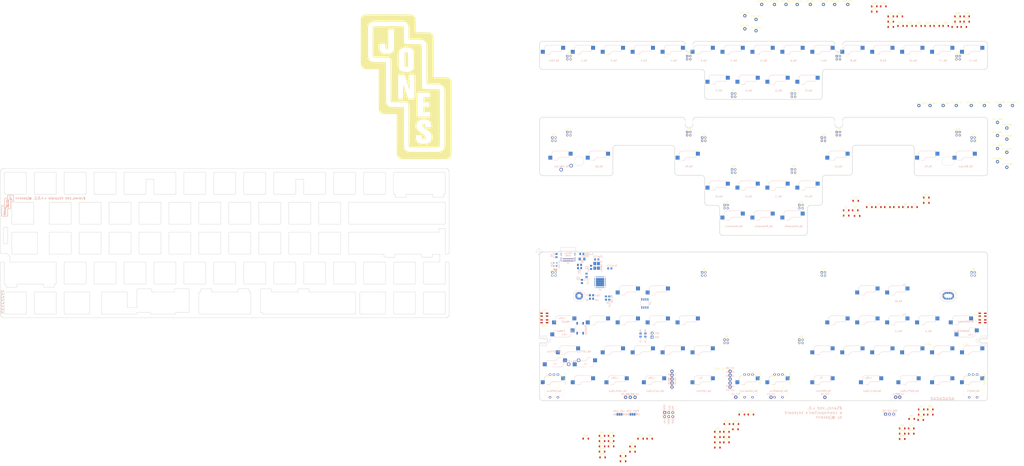
<source format=kicad_pcb>
(kicad_pcb (version 20211014) (generator pcbnew)
  (title_block (title "Sandy") (date "2023-01-06") (rev "v.0") (company "@jpskenn"))
  (layers (0 "F.Cu" signal) (31 "B.Cu" signal) (34 "B.Paste" user) (35 "F.Paste" user) (36 "B.SilkS" user "B.Silkscreen") (37 "F.SilkS" user "F.Silkscreen") (38 "B.Mask" user) (39 "F.Mask" user) (44 "Edge.Cuts" user))
  (net 0 "")
  (net 1 "Net-(D10-Pad2)")
  (net 2 "Net-(D12-Pad2)")
  (net 3 "Net-(D13-Pad2)")
  (net 4 "Net-(D14-Pad2)")
  (net 5 "Net-(D16-Pad2)")
  (net 6 "Net-(D17-Pad2)")
  (net 7 "Net-(D18-Pad2)")
  (net 8 "Net-(D19-Pad2)")
  (net 9 "Net-(D21-Pad2)")
  (net 10 "Net-(D23-Pad2)")
  (net 11 "Net-(D24-Pad2)")
  (net 12 "Net-(D25-Pad2)")
  (net 13 "Net-(D26-Pad2)")
  (net 14 "Net-(D27-Pad2)")
  (net 15 "Net-(D28-Pad2)")
  (net 16 "Net-(D29-Pad2)")
  (net 17 "Net-(D31-Pad2)")
  (net 18 "Net-(D32-Pad2)")
  (net 19 "Net-(D34-Pad2)")
  (net 20 "Net-(D35-Pad2)")
  (net 21 "Net-(D36-Pad2)")
  (net 22 "Net-(D37-Pad2)")
  (net 23 "Net-(D38-Pad2)")
  (net 24 "Net-(D39-Pad2)")
  (net 25 "Net-(D41-Pad2)")
  (net 26 "Net-(D43-Pad2)")
  (net 27 "Net-(D45-Pad2)")
  (net 28 "Net-(D46-Pad2)")
  (net 29 "Net-(D47-Pad2)")
  (net 30 "Net-(D48-Pad2)")
  (net 31 "Net-(D49-Pad2)")
  (net 32 "Net-(D52-Pad2)")
  (net 33 "Net-(D53-Pad2)")
  (net 34 "Net-(D56-Pad2)")
  (net 35 "Net-(D57-Pad2)")
  (net 36 "Mid_row1")
  (net 37 "Net-(D1-Pad2)")
  (net 38 "Mid_row6")
  (net 39 "+5V")
  (net 40 "GND")
  (net 41 "VCC")
  (net 42 "D-")
  (net 43 "D+")
  (net 44 "Net-(D15-Pad2)")
  (net 45 "Net-(C2-Pad1)")
  (net 46 "Net-(C3-Pad1)")
  (net 47 "Net-(R6-Pad2)")
  (net 48 "Net-(C6-Pad1)")
  (net 49 "Net-(LED1-Pad1)")
  (net 50 "Net-(D2-Pad2)")
  (net 51 "Net-(D3-Pad2)")
  (net 52 "Net-(D4-Pad2)")
  (net 53 "Net-(D5-Pad2)")
  (net 54 "Net-(D6-Pad2)")
  (net 55 "Net-(J1-PadA5)")
  (net 56 "Net-(J1-PadB5)")
  (net 57 "Mid_row7")
  (net 58 "Net-(D7-Pad2)")
  (net 59 "Net-(JP_LED1-Pad3)")
  (net 60 "Net-(JP_LED1-Pad1)")
  (net 61 "Net-(JP_LED2-Pad1)")
  (net 62 "Net-(LED3-Pad1)")
  (net 63 "Mid_row2")
  (net 64 "Net-(D8-Pad2)")
  (net 65 "Net-(D9-Pad2)")
  (net 66 "row9")
  (net 67 "LED")
  (net 68 "Mid_row3")
  (net 69 "Mid_row8")
  (net 70 "Top_row0")
  (net 71 "Top_row5")
  (net 72 "Net-(D10-Pad3)")
  (net 73 "Net-(D20-Pad2)")
  (net 74 "RE_L2_2")
  (net 75 "Net-(D74-Pad2)")
  (net 76 "row1")
  (net 77 "row6")
  (net 78 "Net-(D79-Pad2)")
  (net 79 "row7")
  (net 80 "Net-(D84-Pad2)")
  (net 81 "row2")
  (net 82 "Net-(D87-Pad2)")
  (net 83 "Net-(D91-Pad2)")
  (net 84 "Net-(D93-Pad2)")
  (net 85 "Net-(D94-Pad2)")
  (net 86 "row4")
  (net 87 "Net-(D96-Pad2)")
  (net 88 "Net-(D97-Pad2)")
  (net 89 "Net-(D98-Pad2)")
  (net 90 "Net-(J2-Pad2)")
  (net 91 "Net-(D44-Pad2)")
  (net 92 "Net-(D33-Pad2)")
  (net 93 "RE_R2_2")
  (net 94 "row8")
  (net 95 "Net-(D11-Pad2)")
  (net 96 "Net-(D89-Pad2)")
  (net 97 "Net-(D30-Pad2)")
  (net 98 "MISO")
  (net 99 "SCK")
  (net 100 "SDA")
  (net 101 "SCL")
  (net 102 "RESET")
  (net 103 "MOSI")
  (net 104 "Net-(D42-Pad2)")
  (net 105 "row3")
  (net 106 "Top_row6")
  (net 107 "Net-(D50-Pad2)")
  (net 108 "RE_R1_2")
  (net 109 "Top_row1")
  (net 110 "Net-(D54-Pad2)")
  (net 111 "Net-(D55-Pad2)")
  (net 112 "Net-(D58-Pad2)")
  (net 113 "RE_L1_2")
  (net 114 "Net-(D92-Pad2)")
  (net 115 "RE_L1_1")
  (net 116 "RE_R2_1")
  (net 117 "col5")
  (net 118 "col6")
  (net 119 "RE_R1_1")
  (net 120 "Mid_col0")
  (net 121 "Mid_col1")
  (net 122 "Mid_col2")
  (net 123 "Mid_col3")
  (net 124 "Mid_col4")
  (net 125 "Mid_col5")
  (net 126 "Mid_col6")
  (net 127 "Mid_col7")
  (net 128 "Top_col0")
  (net 129 "Top_col1")
  (net 130 "Top_col2")
  (net 131 "Top_col3")
  (net 132 "Top_col4")
  (net 133 "Top_col5")
  (net 134 "Top_col6")
  (net 135 "Top_col7")
  (net 136 "row0")
  (net 137 "row5")
  (net 138 "Mid_row0")
  (net 139 "Mid_row5")
  (net 142 "RE_L_B")
  (net 143 "RE_L_A")
  (net 144 "RE_R_B")
  (net 145 "RE_R_A")
  (footprint "locallib:60_Outline-TinyHole_No_Hole3_Less_Hole2" (layer "F.Cu") (at 156.764685 60.32524)
    (fp_text reference "REF**" hide)
    (fp_text value "60_Outline" hide)
    (fp_line (start 140.5 47.3) (end -140.5 47.3) (layer "Edge.Cuts") (width 0.3))
    (fp_line (start -142.5 7.4) (end -142.5 -45.3) (layer "Edge.Cuts") (width 0.3))
    (fp_line (start -129.8 -47.8) (end -118.8 -47.8) (layer "Edge.Cuts") (width 0.3))
    (fp_line (start -142.5 45.3) (end -142.5 11) (layer "Edge.Cuts") (width 0.3))
    (fp_line (start -140.5 -47.3) (end -130.3 -47.3) (layer "Edge.Cuts") (width 0.3))
    (fp_line (start 138.7 7.8) (end 142.1 7.8) (layer "Edge.Cuts") (width 0.3))
    (fp_line (start 140.5 -47.3) (end -118.3 -47.3) (layer "Edge.Cuts") (width 0.3))
    (fp_line (start 138.7 10.6) (end 142.1 10.6) (layer "Edge.Cuts") (width 0.3))
    (fp_line (start 142.5 7.4) (end 142.5 -45.3) (layer "Edge.Cuts") (width 0.3))
    (fp_line (start 142.5 11) (end 142.5 45.3) (layer "Edge.Cuts") (width 0.3))
    (fp_line (start -138.7 7.8) (end -142.1 7.8) (layer "Edge.Cuts") (width 0.3))
    (fp_line (start -142.1 10.6) (end -138.7 10.6) (layer "Edge.Cuts") (width 0.3))
    (fp_arc (start 137.3 9.2) (mid 137.710051 8.210051) (end 138.7 7.8) (layer "Edge.Cuts") (width 0.3))
    (fp_arc (start -129.8 -47.8) (mid -129.946447 -47.446447) (end -130.3 -47.3) (layer "Edge.Cuts") (width 0.3))
    (fp_arc (start 142.5 45.3) (mid 141.914214 46.714214) (end 140.5 47.3) (layer "Edge.Cuts") (width 0.3))
    (fp_arc (start -137.3 9.2) (mid -137.710051 10.189949) (end -138.7 10.6) (layer "Edge.Cuts") (width 0.3))
    (fp_arc (start -142.5 -45.3) (mid -141.914214 -46.714214) (end -140.5 -47.3) (layer "Edge.Cuts") (width 0.3))
    (fp_arc (start 142.5 7.4) (mid 142.382843 7.682843) (end 142.1 7.8) (layer "Edge.Cuts") (width 0.3))
    (fp_arc (start 138.7 10.6) (mid 137.710051 10.189949) (end 137.3 9.2) (layer "Edge.Cuts") (width 0.3))
    (fp_arc (start 142.1 10.6) (mid 142.382843 10.717157) (end 142.5 11) (layer "Edge.Cuts") (width 0.3))
    (fp_arc (start 140.5 -47.3) (mid 141.914214 -46.714214) (end 142.5 -45.3) (layer "Edge.Cuts") (width 0.3))
    (fp_arc (start -142.5 11) (mid -142.382843 10.717157) (end -142.1 10.6) (layer "Edge.Cuts") (width 0.3))
    (fp_arc (start -140.5 47.3) (mid -141.914214 46.714214) (end -142.5 45.3) (layer "Edge.Cuts") (width 0.3))
    (fp_arc (start -118.3 -47.3) (mid -118.653553 -47.446447) (end -118.8 -47.8) (layer "Edge.Cuts") (width 0.3))
    (fp_arc (start -138.7 7.8) (mid -137.710051 8.210051) (end -137.3 9.2) (layer "Edge.Cuts") (width 0.3))
    (fp_arc (start -142.1 7.8) (mid -142.382843 7.682843) (end -142.5 7.4) (layer "Edge.Cuts") (width 0.3))
  )
  (footprint "MX_Alps_Hybrid:MXOnly-1U-Hotswap-guide" (layer "F.Cu") (at 232.990445 79.40056)
    (fp_text reference "SW_<1")
    (fp_text value "SW_Push")
  )
  (footprint "MX_Alps_Hybrid:MXOnly-1U-Hotswap-guide" (layer "F.Cu") (at 252.040525 79.40056)
    (fp_text reference "SW_>1")
    (fp_text value "SW_Push")
  )
  (footprint "MX_Alps_Hybrid:MXOnly-1U-Hotswap-guide" (layer "F.Cu") (at 52.014685 60.35044)
    (fp_text reference "SW_A1")
    (fp_text value "SW_Push")
  )
  (footprint "MX_Alps_Hybrid:MXOnly-1U-Hotswap-guide" (layer "F.Cu") (at 99.639685 79.40052)
    (fp_text reference "SW_C1")
    (fp_text value "SW_Push")
  )
  (footprint "MX_Alps_Hybrid:MXOnly-1U-Hotswap-guide" (layer "F.Cu") (at 90.114685 60.35044)
    (fp_text reference "SW_D1")
    (fp_text value "SW_Push")
  )
  (footprint "MX_Alps_Hybrid:MXOnly-1U-Hotswap-guide" (layer "F.Cu") (at 271.090765 98.4506)
    (fp_text reference "SW_DOWN1")
    (fp_text value "SW_Push")
  )
  (footprint "MX_Alps_Hybrid:MXOnly-1U-Hotswap-guide" (layer "F.Cu") (at 90.114685 41.30036)
    (fp_text reference "SW_E1")
    (fp_text value "SW_Push")
  )
  (footprint "MX_Alps_Hybrid:MXOnly-1U-Hotswap-guide" (layer "F.Cu") (at 109.164685 60.35044)
    (fp_text reference "SW_F1")
    (fp_text value "SW_Push")
  )
  (footprint "MX_Alps_Hybrid:MXOnly-1U-Hotswap-guide" (layer "F.Cu") (at 290.140845 79.40056)
    (fp_text reference "SW_Fn1u1")
    (fp_text value "SW_Push")
  )
  (footprint "MX_Alps_Hybrid:MXOnly-1U-Hotswap-guide" (layer "F.Cu") (at 223.465405 41.3004)
    (fp_text reference "SW_I1")
    (fp_text value "SW_Push")
  )
  (footprint "MX_Alps_Hybrid:MXOnly-1U-Hotswap-guide" (layer "F.Cu") (at 223.465405 60.35048)
    (fp_text reference "SW_K1")
    (fp_text value "SW_Push")
  )
  (footprint "MX_Alps_Hybrid:MXOnly-1U-Hotswap-guide" (layer "F.Cu") (at 242.515485 60.35048)
    (fp_text reference "SW_L1")
    (fp_text value "SW_Push")
  )
  (footprint "MX_Alps_Hybrid:MXOnly-1U-Hotswap-guide" (layer "F.Cu") (at 23.439725 79.40064 180)
    (fp_text reference "SW_LSFT1u1")
    (fp_text value "SW_Push")
  )
  (footprint "MX_Alps_Hybrid:MXOnly-1U-Hotswap-guide" (layer "F.Cu") (at 42.489725 79.40064 180)
    (fp_text reference "SW_LSFT1u2")
    (fp_text value "SW_Push")
  )
  (footprint "MX_Alps_Hybrid:MXOnly-1U-Hotswap-guide" (layer "F.Cu") (at 213.940365 79.40052)
    (fp_text reference "SW_M1")
    (fp_text value "SW_Push")
  )
  (footprint "MX_Alps_Hybrid:MXOnly-1U-Hotswap-guide" (layer "F.Cu") (at 194.890285 79.40052)
    (fp_text reference "SW_N1")
    (fp_text value "SW_Push")
  )
  (footprint "MX_Alps_Hybrid:MXOnly-1U-Hotswap-guide" (layer "F.Cu") (at 242.515485 41.3004)
    (fp_text reference "SW_O1")
    (fp_text value "SW_Push")
  )
  (footprint "MX_Alps_Hybrid:MXOnly-1U-Hotswap-guide" (layer "F.Cu") (at 118.689685 79.40052)
    (fp_text reference "SW_V1")
    (fp_text value "SW_Push")
  )
  (footprint "MX_Alps_Hybrid:MXOnly-1U-Hotswap-guide" (layer "F.Cu") (at 71.064685 41.30036)
    (fp_text reference "SW_W1")
    (fp_text value "SW_Push")
  )
  (footprint "MX_Alps_Hybrid:MXOnly-1U-Hotswap-guide" (layer "F.Cu") (at 80.589685 79.40052)
    (fp_text reference "SW_X1")
    (fp_text value "SW_Push")
  )
  (footprint "MX_Alps_Hybrid:MXOnly-1U-Hotswap-guide" (layer "F.Cu") (at 61.539685 79.40052)
    (fp_text reference "SW_Z1")
    (fp_text value "SW_Push")
  )
  (footprint "MX_Alps_Hybrid:MXOnly-1U-Hotswap-on-RE-guide" (layer "F.Cu") (at 23.439725 98.45064)
    (fp_text reference "SW_CAPS1u1")
    (fp_text value "SW_Push")
  )
  (footprint "MX_Alps_Hybrid:MXOnly-1.25U-Hotswap-guide" (layer "F.Cu") (at 87.733745 98.45064)
    (fp_text reference "SW_LALT1.25u1")
    (fp_text value "SW_Push")
  )
  (footprint "MX_Alps_Hybrid:MXOnly-2U-Hotswap-ReversedStabilizers-guide" (layer "F.Cu") (at 118.690125 98.45064)
    (fp_text reference "SW_LSPC2u1")
    (fp_text value "SW_Push")
  )
  (footprint "MX_Alps_Hybrid:MXOnly-2U-Hotswap-ReversedStabilizers-guide" (layer "F.Cu") (at 194.889725 98.45064)
    (fp_text reference "SW_RSPC2u1")
    (fp_text value "SW_Push")
  )
  (footprint "MX_Alps_Hybrid:MXOnly-1.25U-Hotswap-guide" (layer "F.Cu") (at 225.845975 98.45064)
    (fp_text reference "SW_RALT1.25u1")
    (fp_text value "SW_Push")
  )
  (footprint "locallib:LED_SK6812MINI_PLCC4_3.5x3.5mm_P1.75mm_TriangleMark" (layer "F.Cu") (at 17.314685 52.92528 180)
    (fp_text reference "LED1")
    (fp_text value "SK6812MINI")
  )
  (footprint "locallib:LED_SK6812MINI_PLCC4_3.5x3.5mm_P1.75mm_TriangleMark" (layer "F.Cu") (at 17.314685 57.12528 180)
    (fp_text reference "LED2")
    (fp_text value "SK6812MINI")
  )
  (footprint "locallib:LED_SK6812MINI_PLCC4_3.5x3.5mm_P1.75mm_TriangleMark" (layer "F.Cu") (at 296.114685 52.92528 180)
    (fp_text reference "LED3")
    (fp_text value "SK6812MINI")
  )
  (footprint "locallib:LED_SK6812MINI_PLCC4_3.5x3.5mm_P1.75mm_TriangleMark" (layer "F.Cu") (at 296.114685 57.12528 180)
    (fp_text reference "LED4")
    (fp_text value "SK6812MINI")
  )
  (footprint "MX_Alps_Hybrid:MXOnly-1.5U-Hotswap-guide" (layer "F.Cu") (at 285.378165 60.35048 180)
    (fp_text reference "SW_ENT1.5u1")
    (fp_text value "SW_Push")
  )
  (footprint "MX_Alps_Hybrid:MXOnly-1U-Hotswap-guide" (layer "F.Cu") (at 261.564725 60.35064)
    (fp_text reference "SW_;1")
    (fp_text value "SW_Push")
  )
  (footprint "MX_Alps_Hybrid:MXOnly-1U-Hotswap-on-RE-guide" (layer "F.Cu") (at 147.264725 98.45028)
    (fp_text reference "SW_CenterL1u1")
    (fp_text value "SW_Push")
  )
  (footprint "MX_Alps_Hybrid:MXOnly-1U-Hotswap-on-RE-guide" (layer "F.Cu") (at 166.314725 98.45064)
    (fp_text reference "SW_CenterR1u1")
    (fp_text value "SW_Push")
  )
  (footprint "MX_Alps_Hybrid:MXOnly-1.25U-Hotswap-guide" (layer "F.Cu") (at 30.583505 60.35048)
    (fp_text reference "SW_CTL1.25u1")
    (fp_text value "SW_Push")
  )
  (footprint "MX_Alps_Hybrid:MXOnly-1.5U-Hotswap-guide" (layer "F.Cu") (at 28.202225 60.35064 180)
    (fp_text reference "SW_CTL1.5u1")
    (fp_text value "SW_Push")
  )
  (footprint "MX_Alps_Hybrid:MXOnly-1U-Hotswap-guide" (layer "F.Cu") (at 42.489725 98.45064)
    (fp_text reference "SW_L2-1u1")
    (fp_text value "SW_Push")
  )
  (footprint "MX_Alps_Hybrid:MXOnly-1U-Hotswap-guide" (layer "F.Cu") (at 271.090765 79.40056)
    (fp_text reference "SW_UP1")
    (fp_text value "SW_Push")
  )
  (footprint "MX_Alps_Hybrid:MXOnly-1U-Hotswap-guide" (layer "F.Cu") (at 71.064685 60.35044)
    (fp_text reference "SW_S1")
    (fp_text value "SW_Push")
  )
  (footprint "MountingHole:MountingHole_2.2mm_M2" (layer "F.Cu") (at 109.164685 17.27524)
    (fp_text reference "H1" hide)
    (fp_text value "MountingHole")
  )
  (footprint "MountingHole:MountingHole_2.2mm_M2" (layer "F.Cu") (at 204.414685 17.27524)
    (fp_text reference "H2" hide)
    (fp_text value "MountingHole")
  )
  (footprint "MountingHole:MountingHole_2.2mm_M2" (layer "F.Cu") (at 98.114685 102.87524)
    (fp_text reference "H3" hide)
    (fp_text value "MountingHole")
  )
  (footprint "MX_Alps_Hybrid:MXOnly-1U-Hotswap-on-RE-guide" (layer "F.Cu") (at 290.140845 98.45064)
    (fp_text reference "SW_RIGHT1")
    (fp_text value "SW_Push")
  )
  (footprint "MX_Alps_Hybrid:MXOnly-1.25U-Hotswap-guide" (layer "F.Cu") (at 63.920975 98.45064)
    (fp_text reference "SW_LWIN1.25u1")
    (fp_text value "SW_Push")
  )
  (footprint "MountingHole:MountingHole_2.2mm_M2" (layer "F.Cu") (at 199.664685 102.87524)
    (fp_text reference "H4" hide)
    (fp_text value "MountingHole")
  )
  (footprint "MountingHole:MountingHole_2.2mm_M2" (layer "F.Cu") (at 238.014685 102.87524)
    (fp_text reference "H5" hide)
    (fp_text value "MountingHole")
  )
  (footprint "MX_Alps_Hybrid:MXOnly-1U-Hotswap-guide" (layer "F.Cu") (at 204.415325 60.35044)
    (fp_text reference "SW_J1")
    (fp_text value "SW_Push")
  )
  (footprint "Diode_SMD:D_SOD-123" (layer "F.Cu") (at 245.002185 131.98153)
    (fp_text reference "D38")
    (fp_text value "D")
  )
  (footprint "MX_Alps_Hybrid:MXOnly-1U-Hotswap-guide" (layer "F.Cu") (at 185.364685 -25.384095)
    (fp_text reference "SW_H1")
    (fp_text value "SW_Push")
  )
  (footprint "Diode_SMD:D_SOD-123" (layer "F.Cu") (at 215.13031 -13.477845)
    (fp_text reference "D2")
    (fp_text value "D")
  )
  (footprint "Diode_SMD:D_SOD-123" (layer "F.Cu") (at 227.239685 -139.90597)
    (fp_text reference "D33")
    (fp_text value "D")
  )
  (footprint "locallib:PinHeader_2x02_P2.00mm_Vertical_Centered" (layer "F.Cu") (at 32.964685 -110.611095)
    (fp_text reference "J23")
    (fp_text value "Conn_02x02_Top_Bottom")
  )
  (footprint "Jones.local:MXOnly-1U-Hotswap-guide-dummy" (layer "F.Cu") (at 252.039685 22.25028)
    (fp_text reference "REF**")
    (fp_text value "1U")
  )
  (footprint "locallib:PinHeader_2x02_P2.00mm_Vertical_Centered" (layer "F.Cu") (at 118.733113 27.01278)
    (fp_text reference "J6")
    (fp_text value "Conn_02x02_Top_Bottom")
  )
  (footprint "TestPoint:TestPoint_THTPad_D2.0mm_Drill1.0mm" (layer "F.Cu") (at 155.59906 -144.446595)
    (fp_text reference "EXT_TC0")
    (fp_text value "Conn_01x01")
  )
  (footprint "Jones.local:MXOnly-1U-Hotswap-guide-dummy" (layer "F.Cu") (at 137.739685 79.40028)
    (fp_text reference "REF**")
    (fp_text value "1U")
  )
  (footprint "locallib:RotaryEncoder_Alps_EC11K-Switch_Vertical_H20mm_NPTH_MP" (layer "F.Cu") (at 290.140845 98.45064)
    (fp_text reference "SW_RE_R1")
    (fp_text value "RotaryEncoder_Switch")
  )
  (footprint "Jones.local:MXOnly-1U-Hotswap-guide-dummy" (layer "F.Cu") (at 185.364685 41.30028)
    (fp_text reference "REF**")
    (fp_text value "1U")
  )
  (footprint "locallib:PinHeader_2x02_P2.00mm_Vertical_Centered" (layer "F.Cu") (at 32.964685 -62.284095)
    (fp_text reference "J17")
    (fp_text value "Conn_02x02_Top_Bottom")
  )
  (footprint "Diode_SMD:D_SOD-123" (layer "F.Cu") (at 139.23031 122.484655)
    (fp_text reference "D51")
    (fp_text value "D")
  )
  (footprint "Diode_SMD:D_SOD-123" (layer "F.Cu") (at 148.75031 116.434655)
    (fp_text reference "D37")
    (fp_text value "D")
  )
  (footprint "Diode_SMD:D_SOD-123" (layer "F.Cu") (at 73.445935 136.772155)
    (fp_text reference "D57")
    (fp_text value "D")
  )
  (footprint "Jones.local:MXOnly-1U-Hotswap-guide-dummy" (layer "F.Cu") (at 128.214685 60.35028)
    (fp_text reference "REF**")
    (fp_text value "1U")
  )
  (footprint "Diode_SMD:D_SOD-123" (layer "F.Cu") (at 67.395935 146.172155)
    (fp_text reference "D22")
    (fp_text value "D")
  )
  (footprint "Diode_SMD:D_SOD-123" (layer "F.Cu") (at 232.989685 -143.25597)
    (fp_text reference "D30")
    (fp_text value "D")
  )
  (footprint "TestPoint:TestPoint_THTPad_D2.0mm_Drill1.0mm" (layer "F.Cu") (at 163.73031 -144.446595)
    (fp_text reference "EXT_TC1")
    (fp_text value "Conn_01x01")
  )
  (footprint "MX_Alps_Hybrid:MXOnly-1U-Hotswap-guide" (layer "F.Cu") (at 213.939685 -111.80172)
    (fp_text reference "SW_8")
    (fp_text value "SW_Push")
  )
  (footprint "locallib:PinHeader_2x02_P2.00mm_Vertical_Centered" (layer "F.Cu") (at 118.733113 -58.721615)
    (fp_text reference "J12")
    (fp_text value "Conn_02x02_Top_Bottom")
  )
  (footprint "TestPoint:TestPoint_THTPad_D2.0mm_Drill1.0mm" (layer "F.Cu") (at 262.75531 -80.152845)
    (fp_text reference "EXT_MC1")
    (fp_text value "Conn_01x01")
  )
  (footprint "Diode_SMD:D_SOD-123" (layer "F.Cu") (at 278.43656 -130.159095)
    (fp_text reference "D50")
    (fp_text value "D")
  )
  (footprint "MX_Alps_Hybrid:MXOnly-1.75U-NoLED" (layer "F.Cu") (at 35.345935 79.40028 180)
    (fp_text reference "SW_LSFT1.75u1")
    (fp_text value "SW_Push")
  )
  (footprint "locallib:PinHeader_2x02_P2.00mm_Vertical_Centered" (layer "F.Cu") (at 23.439685 27.01278)
    (fp_text reference "J5")
    (fp_text value "Conn_02x02_Top_Bottom")
  )
  (footprint "MX_Alps_Hybrid:MXOnly-1U-Hotswap-guide" (layer "F.Cu") (at 137.739685 -6.334095)
    (fp_text reference "SW_R4CenterL1")
    (fp_text value "SW_Push")
  )
  (footprint "MX_Alps_Hybrid:MXOnly-1U-Hotswap-guide" (layer "F.Cu") (at 290.139685 -111.80172)
    (fp_text reference "SW_=1")
    (fp_text value "SW_Push")
  )
  (footprint "MX_Alps_Hybrid:MXOnly-1.25U-Hotswap-guide" (layer "F.Cu") (at 249.658435 98.45028)
    (fp_text reference "SW_ROPT1.25u1")
    (fp_text value "SW_Push")
  )
  (footprint "locallib:60_Outline-Sandy-Top-NoSwImage-WithHole2" (layer "F.Cu") (at 156.789685 -102.27672)
    (fp_text reference "REF**" hide)
    (fp_text value "60_Outline" hide)
    (fp_line (start -142.510786 -2.814254) (end -142.525 -16.75004) (layer "Edge.Cuts") (width 0.3))
    (fp_line (start -44.925 -16.75004) (end -44.925 -14.05004) (layer "Edge.Cuts") (width 0.12))
    (fp_line (start -140.510786 -0.814254) (end -39.475 -0.82504) (layer "Edge.Cuts") (width 0.3))
    (fp_line (start 37.375 16.24996) (end 37.375 1.17496) (layer "Edge.Cuts") (width 0.3))
    (fp_line (start -47.925001 -12.05004) (end -46.925 -12.05004) (layer "Edge.Cuts") (width 0.12))
    (fp_line (start 45.375 -14.05004) (end 45.375 -16.75004) (layer "Edge.Cuts") (width 0.12))
    (fp_line (start -37.470786 16.24996) (end -37.470786 1.17496) (layer "Edge.Cuts") (width 0.3))
    (fp_line (start 142.475 -2.814254) (end 142.475 -16.75004) (layer "Edge.Cuts") (width 0.3))
    (fp_line (start -35.470786 18.24996) (end 35.375 18.24996) (layer "Edge.Cuts") (width 0.3))
    (fp_line (start 140.475 -18.75004) (end 52.375001 -18.750039) (layer "Edge.Cuts") (width 0.3))
    (fp_line (start 47.375 -12.05004) (end 48.375001 -12.05004) (layer "Edge.Cuts") (width 0.12))
    (fp_line (start 50.375001 -16.750039) (end 50.375001 -14.05004) (layer "Edge.Cuts") (width 0.12))
    (fp_line (start -51.925001 -18.750041) (end -140.525 -18.75004) (layer "Edge.Cuts") (width 0.3))
    (fp_line (start 43.375 -18.75004) (end -42.925 -18.75004) (layer "Edge.Cuts") (width 0.3))
    (fp_line (start 39.375 -0.82504) (end 140.475 -0.814254) (layer "Edge.Cuts") (width 0.3))
    (fp_line (start -49.925001 -14.05004) (end -49.925001 -16.750041) (layer "Edge.Cuts") (width 0.12))
    (fp_arc (start 50.375001 -14.05004) (mid 49.789215 -12.635826) (end 48.375001 -12.05004) (layer "Edge.Cuts") (width 0.3))
    (fp_arc (start -47.925001 -12.05004) (mid -49.339214 -12.635827) (end -49.925001 -14.05004) (layer "Edge.Cuts") (width 0.3))
    (fp_arc (start 47.375 -12.05004) (mid 45.960765 -12.635823) (end 45.375 -14.05004) (layer "Edge.Cuts") (width 0.3))
    (fp_arc (start -44.925 -16.75004) (mid -44.339214 -18.164254) (end -42.925 -18.75004) (layer "Edge.Cuts") (width 0.3))
    (fp_arc (start 50.375001 -16.750039) (mid 50.960787 -18.164253) (end 52.375001 -18.750039) (layer "Edge.Cuts") (width 0.3))
    (fp_arc (start -142.525 -16.75004) (mid -141.939214 -18.164254) (end -140.525 -18.75004) (layer "Edge.Cuts") (width 0.3))
    (fp_arc (start 37.375 1.17496) (mid 37.960786 -0.239254) (end 39.375 -0.82504) (layer "Edge.Cuts") (width 0.3))
    (fp_arc (start 140.475 -18.75004) (mid 141.889192 -18.16425) (end 142.475 -16.75004) (layer "Edge.Cuts") (width 0.3))
    (fp_arc (start 142.475 -2.814254) (mid 141.889174 -1.400064) (end 140.475 -0.814254) (layer "Edge.Cuts") (width 0.3))
    (fp_arc (start -35.470786 18.24996) (mid -36.885 17.664174) (end -37.470786 16.24996) (layer "Edge.Cuts") (width 0.3))
    (fp_arc (start 43.375 -18.75004) (mid 44.789192 -18.16425) (end 45.375 -16.75004) (layer "Edge.Cuts") (width 0.3))
    (fp_arc (start -140.510786 -0.814254) (mid -141.925 -1.40004) (end -142.510786 -2.814254) (layer "Edge.Cuts") (width 0.3))
    (fp_arc (start 37.375 16.24996) (mid 36.789214 17.664174) (end 35.375 18.24996) (layer "Edge.Cuts") (width 0.3))
    (fp_arc (start -39.470786 -0.82504) (mid -38.056572 -0.239254) (end -37.470786 1.17496) (layer "Edge.Cuts") (width 0.3))
    (fp_arc (start -44.925 -14.05004) (mid -45.510786 -12.635826) (end -46.925 -12.05004) (layer "Edge.Cuts") (width 0.3))
    (fp_arc (start -51.925001 -18.750041) (mid -50.510787 -18.164255) (end -49.925001 -16.750041) (layer "Edge.Cuts") (width 0.3))
  )
  (footprint "Diode_SMD:D_SOD-123" (layer "F.Cu") (at 266.93656 -130.809095)
    (fp_text reference "D17")
    (fp_text value "D")
  )
  (footprint "Diode_SMD:D_SOD-123" (layer "F.Cu") (at 216.320935 -9.90597)
    (fp_text reference "D15")
    (fp_text value "D")
  )
  (footprint "locallib:PinHeader_2x02_P2.00mm_Vertical_Centered" (layer "F.Cu") (at 109.164685 -62.284095)
    (fp_text reference "J18")
    (fp_text value "Conn_02x02_Top_Bottom")
  )
  (footprint "Diode_SMD:D_SOD-123" (layer "F.Cu") (at 54.033435 133.35028)
    (fp_text reference "D47")
    (fp_text value "D")
  )
  (footprint "Jones.local:MXOnly-1U-Hotswap-guide-dummy" (layer "F.Cu") (at 137.739685 22.25028)
    (fp_text reference "REF**")
    (fp_text value "1U")
  )
  (footprint "locallib:PinHeader_2x02_P2.00mm_Vertical_Centered" (layer "F.Cu") (at 23.439685 -58.721615)
    (fp_text reference "J11")
    (fp_text value "Conn_02x02_Top_Bottom")
  )
  (footprint "TestPoint:TestPoint_THTPad_D2.0mm_Drill1.0mm" (layer "F.Cu") (at 307.302185 -80.152845)
    (fp_text reference "EXT_MC6")
    (fp_text value "Conn_01x01")
  )
  (footprint "MX_Alps_Hybrid:MXOnly-1U-Hotswap-guide" (layer "F.Cu") (at 147.264685 -25.384095)
    (fp_text reference "SW_;2")
    (fp_text value "SW_Push")
  )
  (footprint "locallib:PinHeader_2x02_P2.00mm_Vertical_Centered" (layer "F.Cu") (at 290.139685 -58.721615)
    (fp_text reference "J14")
    (fp_text value "Conn_02x02_Top_Bottom")
  )
  (footprint "TestPoint:TestPoint_THTPad_D2.0mm_Drill1.0mm" (layer "F.Cu") (at 210.36781 -144.446595)
    (fp_text reference "EXT_TC7")
    (fp_text value "Conn_01x01")
  )
  (footprint "locallib:RotaryEncoder_Alps_EC11K-Switch_Vertical_H20mm_NPTH_MP" (layer "F.Cu") (at 23.439725 98.45064)
    (fp_text reference "SW_RE_L1")
    (fp_text value "RotaryEncoder_Switch")
  )
  (footprint "Diode_SMD:D_SOD-123" (layer "F.Cu") (at 243.502185 -136.859095)
    (fp_text reference "D31")
    (fp_text value "D")
  )
  (footprint "Diode_SMD:D_SOD-123" (layer "F.Cu") (at 235.57406 -15.540345)
    (fp_text reference "D1")
    (fp_text value "D")
  )
  (footprint "TestPoint:TestPoint_THTPad_D2.0mm_Drill1.0mm" (layer "F.Cu") (at 144.883435 -137.302845)
    (fp_text reference "EXT_TR0")
    (fp_text value "Conn_01x01")
  )
  (footprint "Jones.local:MXOnly-1U-Hotswap-guide-dummy" (layer "F.Cu") (at 175.839685 79.40028)
    (fp_text reference "REF**")
    (fp_text value "1U")
  )
  (footprint "Jones.local:MXOnly-1U-Hotswap-guide-dummy" (layer "F.Cu") (at 156.789685 22.25028)
    (fp_text reference "REF**")
    (fp_text value "1U")
  )
  (footprint "Diode_SMD:D_SOD-123" (layer "F.Cu") (at 280.23656 -136.859095)
    (fp_text reference "D58")
    (fp_text value "D")
  )
  (footprint "TestPoint:TestPoint_THTPad_D2.0mm_Drill1.0mm" (layer "F.Cu") (at 194.889685 -144.446595)
    (fp_text reference "EXT_TC5")
    (fp_text value "Conn_01x01")
  )
  (footprint "Diode_SMD:D_SOD-123" (layer "F.Cu") (at 237.752185 -136.859095)
    (fp_text reference "D42")
    (fp_text value "D")
  )
  (footprint "TestPoint:TestPoint_THTPad_D2.0mm_Drill1.0mm" (layer "F.Cu") (at 171.077185 -144.446595)
    (fp_text reference "EXT_TC2")
    (fp_text value "Conn_01x01")
  )
  (footprint "Diode_SMD:D_SOD-123" (layer "F.Cu") (at 54.395935 143.69403)
    (fp_text reference "D45")
    (fp_text value "D")
  )
  (footprint "MX_Alps_Hybrid:MXOnly-1U-Hotswap-guide" (layer "F.Cu") (at 137.739685 -111.80172)
    (fp_text reference "SW_`1")
    (fp_text value "SW_Push")
  )
  (footprint "MX_Alps_Hybrid:MXOnly-1U-Hotswap-guide" (layer "F.Cu") (at 185.364685 -92.75172)
    (fp_text reference "SW_Y1")
    (fp_text value "SW_Push")
  )
  (footprint "locallib:PinHeader_2x02_P2.00mm_Vertical_Centered" (layer "F.Cu") (at 204.414685 -110.611095)
    (fp_text reference "J25")
    (fp_text value "Conn_02x02_Top_Bottom")
  )
  (footprint "Jones.local:MXOnly-1U-Hotswap-guide-dummy" (layer "F.Cu") (at 52.014685 41.30028)
    (fp_text reference "REF**")
    (fp_text value "1U")
  )
  (footprint "TestPoint:TestPoint_THTPad_D2.0mm_Drill1.0mm" (layer "F.Cu") (at 311.570935 -50.396595)
    (fp_text reference "EXT_MR7")
    (fp_text value "Conn_01x01")
  )
  (footprint "Jones.local:MXOnly-1U-Hotswap-guide-dummy" (layer "F.Cu") (at 156.789685 79.40028)
    (fp_text reference "REF**")
    (fp_text value "1U")
  )
  (footprint "Diode_SMD:D_SOD-123" (layer "F.Cu") (at 67.395935 142.822155)
    (fp_text reference "D56")
    (fp_text value "D")
  )
  (footprint "TestPoint:TestPoint_THTPad_D2.0mm_Drill1.0mm" (layer "F.Cu") (at 305.61781 -69.43722)
    (fp_text reference "EXT_MR0")
    (fp_text value "Conn_01x01")
  )
  (footprint "Jones.local:MXOnly-1U-Hotswap-guide-dummy" (layer "F.Cu") (at 109.164685 41.30028)
    (fp_text reference "REF**")
    (fp_text value "1U")
  )
  (footprint "MX_Alps_Hybrid:MXOnly-1.25U-NoLED" (layer "F.Cu") (at 30.583435 -44.434095 180)
    (fp_text reference "SW_TAB1.25u1")
    (fp_text value "SW_Push")
  )
  (footprint "Diode_SMD:D_SOD-123" (layer "F.Cu") (at 262.852185 113.18153)
    (fp_text reference "D93")
    (fp_text value "D")
  )
  (footprint "Diode_SMD:D_SOD-123" (layer "F.Cu") (at 272.68656 -130.809095)
    (fp_text reference "D55")
    (fp_text value "D")
  )
  (footprint "MX_Alps_Hybrid:MXOnly-1U-Hotswap-guide" (layer "F.Cu") (at 61.539685 -111.80172)
    (fp_text reference "SW_2")
    (fp_text value "SW_Push")
  )
  (footprint "locallib:PinHeader_2x02_P2.00mm_Vertical_Centered" (layer "F.Cu") (at 180.602185 -15.859095)
    (fp_text reference "J16")
    (fp_text value "Conn_02x02_Top_Bottom")
  )
  (footprint "Diode_SMD:D_SOD-123" (layer "F.Cu") (at 249.68656 -130.809095)
    (fp_text reference "D23")
    (fp_text value "D")
  )
  (footprint "TestPoint:TestPoint_THTPad_D2.0mm_Drill1.0mm" (layer "F.Cu") (at 311.570935 -65.865345)
    (fp_text reference "EXT_MR5")
    (fp_text value "Conn_01x01")
  )
  (footprint "MX_Alps_Hybrid:MXOnly-1U-Hotswap-guide" (layer "F.Cu") (at 194.889685 -111.80172)
    (fp_text reference "SW_7")
    (fp_text value "SW_Push")
  )
  (footprint "Jones.local:MXOnly-1U-Hotswap-guide-dummy" (layer "F.Cu") (at 213.939685 22.25028)
    (fp_text reference "REF**")
    (fp_text value "1U")
  )
  (footprint "locallib:PinHeader_2x02_P2.00mm_Vertical_Centered" (layer "F.Cu") (at 194.889685 27.01278)
    (fp_text reference "J7")
    (fp_text value "Conn_02x02_Top_Bottom")
  )
  (footprint "locallib:PinHeader_2x02_P2.00mm_Vertical_Centered" (layer "F.Cu") (at 280.614685 -62.284095)
    (fp_text reference "J20")
    (fp_text value "Conn_02x02_Top_Bottom")
  )
  (footprint "TestPoint:TestPoint_THTPad_D2.0mm_Drill1.0mm" (layer "F.Cu") (at 315.14281 -80.152845)
    (fp_text reference "EXT_MC7")
    (fp_text value "Conn_01x01")
  )
  (footprint "Diode_SMD:D_SOD-123" (layer "F.Cu") (at 237.752185 -133.509095)
    (fp_text reference "D36")
    (fp_text value "D")
  )
  (footprint "Diode_SMD:D_SOD-123" (layer "F.Cu") (at 245.002185 128.63153)
    (fp_text reference "D59")
    (fp_text value "D")
  )
  (footprint "TestPoint:TestPoint_THTPad_D2.0mm_Drill1.0mm" (layer "F.Cu") (at 144.883435 -128.96847)
    (fp_text reference "EXT_TR1")
    (fp_text value "Conn_01x01")
  )
  (footprint "MX_Alps_Hybrid:MXOnly-1U-Hotswap-guide" (layer "F.Cu") (at 42.489685 -111.80172)
    (fp_text reference "SW_1")
    (fp_text value "SW_Push")
  )
  (footprint "Jones.local:MXOnly-1U-Hotswap-guide-dummy" (layer "F.Cu") (at 290.139685 22.25028)
    (fp_text reference "REF**")
    (fp_text value "1U")
  )
  (footprint "MX_Alps_Hybrid:MXOnly-1.25U-Hotswap-guide" (layer "F.Cu") (at 282.995935 60.35048)
    (fp_text reference "SW_ENT1.25u1")
    (fp_text value "SW_Push")
  )
  (footprint "Diode_SMD:D_SOD-123" (layer "F.Cu") (at 224.07406 -15.540345)
    (fp_text reference "D12")
    (fp_text value "D")
  )
  (footprint "Diode_SMD:D_SOD-123" (layer "F.Cu") (at 209.38031 -13.477845)
    (fp_text reference "D7")
    (fp_text value "D")
  )
  (footprint "Diode_SMD:D_SOD-123" (layer "F.Cu") (at 241.32406 -15.540345)
    (fp_text reference "D14")
    (fp_text value "D")
  )
  (footprint "Diode_SMD:D_SOD-123" (layer "F.Cu") (at 257.102185 113.18153)
    (fp_text reference "D34")
    (fp_text value "D")
  )
  (footprint "Diode_SMD:D_SOD-123" (layer "F.Cu") (at 257.102185 116.53153)
    (fp_text reference "D94")
    (fp_text value "D")
  )
  (footprint "Diode_SMD:D_SOD-123" (layer "F.Cu") (at 133.18031 134.134655)
    (fp_text reference "D96")
    (fp_text value "D")
  )
  (footprint "MX_Alps_Hybrid:MXOnly-1U-Hotswap-guide" (layer "F.Cu") (at 204.414685 -44.434095)
    (fp_text reference "SW_U1")
    (fp_text value "SW_Push")
  )
  (footprint "Diode_SMD:D_SOD-123" (layer "F.Cu") (at 54.033435 136.70028)
    (fp_text reference "D43")
    (fp_text value "D")
  )
  (footprint "MX_Alps_Hybrid:MXOnly-1U-Hotswap-guide" (layer "F.Cu") (at 166.314685 -92.75172)
    (fp_text reference "SW_]1")
    (fp_text value "SW_Push")
  )
  (footprint "MX_Alps_Hybrid:MXOnly-1U-Hotswap-guide" (layer "F.Cu") (at 175.839685 -111.80172)
    (fp_text reference "SW_6")
    (fp_text value "SW_Push")
  )
  (footprint "TestPoint:TestPoint_THTPad_D2.0mm_Drill1.0mm" (layer "F.Cu") (at 152.027185 -134.921595)
    (fp_text reference "EXT_TR5")
    (fp_text value "Conn_01x01")
  )
  (footprint "locallib:PinHeader_2x02_P2.00mm_Vertical_Centered" (layer "F.Cu") (at 280.614685 -110.611095)
    (fp_text reference "J26")
    (fp_text value "Conn_02x02_Top_Bottom")
  )
  (footprint "MX_Alps_Hybrid:MXOnly-1U-Hotswap-guide" (layer "F.Cu") (at 271.089685 -111.80172)
    (fp_text reference "SW_-1")
    (fp_text value "SW_Push")
  )
  (footprint "MX_Alps_Hybrid:MXOnly-1U-Hotswap-guide" (layer "F.Cu") (at 252.039685 -111.80172)
    (fp_text reference "SW_10")
    (fp_text value "SW_Push")
  )
  (footprint "MX_Alps_Hybrid:MXOnly-1U-Hotswap-guide" (layer "F.Cu") (at 156.789685 -111.80172)
    (fp_text reference "SW_\\1")
    (fp_text value "SW_Push")
  )
  (footprint "Diode_SMD:D_SOD-123" (layer "F.Cu") (at 260.37406 -18.240345)
    (fp_text reference "D13")
    (fp_text value "D")
  )
  (footprint "Jones.local:MXOnly-1U-Hotswap-guide-dummy" (layer "F.Cu") (at 147.264685 41.30028)
    (fp_text reference "REF**")
    (fp_text value "1U")
  )
  (footprint "Jones.local:MXOnly-1U-Hotswap-guide-dummy" (layer "F.Cu") (at 61.539685 22.25028)
    (fp_text reference "REF**")
    (fp_text value "1U")
  )
  (footprint "Diode_SMD:D_SOD-123" (layer "F.Cu") (at 133.48031 122.484655)
    (fp_text reference "D52")
    (fp_text value "D")
  )
  (footprint "MX_Alps_Hybrid:MXOnly-1U-Hotswap-guide" (layer "F.Cu") (at 80.589685 -111.80172)
    (fp_text reference "SW_3")
    (fp_text value "SW_Push")
  )
  (footprint "TestPoint:TestPoint_THTPad_D2.0mm_Drill1.0mm" (layer "F.Cu") (at 311.570935 -40.852845)
    (fp_text reference "EXT_MR8")
    (fp_text value "Conn_01x01")
  )
  (footprint "Diode_SMD:D_SOD-123" (layer "F.Cu") (at 245.002185 125.28153)
    (fp_text reference "D35")
    (fp_text value "D")
  )
  (footprint "Diode_SMD:D_SOD-123" (layer "F.Cu") (at 229.82406 -15.540345)
    (fp_text reference "D6")
    (fp_text value "D")
  )
  (footprint "Diode_SMD:D_SOD-123" (layer "F.Cu") (at 251.052185 119.23153)
    (fp_text reference "D84")
    (fp_text value "D")
  )
  (footprint "MX_Alps_Hybrid:MXOnly-1U-Hotswap-guide" (layer "F.Cu") (at 109.164685 -44.434095)
    (fp_text reference "SW_R1")
    (fp_text value "SW_Push")
  )
  (footprint "TestPoint:TestPoint_THTPad_D2.0mm_Drill1.0mm" (layer "F.Cu") (at 311.570935 -58.740345)
    (fp_text reference "EXT_MR6")
    (fp_text value "Conn_01x01")
  )
  (footprint "MX_Alps_Hybrid:MXOnly-1U-Hotswap-guide" (layer "F.Cu") (at 118.689685 -111.80172)
    (fp_text reference "SW_5")
    (fp_text value "SW_Push")
  )
  (footprint "TestPoint:TestPoint_THTPad_D2.0mm_Drill1.0mm" (layer "F.Cu") (at 186.55531 -144.446595)
    (fp_text reference "EXT_TC4")
    (fp_text value "Conn_01x01")
  )
  (footprint "Diode_SMD:D_SOD-123" (layer "F.Cu") (at 280.23656 -133.509095)
    (fp_text reference "D26")
    (fp_text value "D")
  )
  (footprint "locallib:RotaryEncoder_Alps_EC11K-Switch_Vertical_H20mm_NPTH_MP" (layer "F.Cu") (at 166.314725 98.45064)
    (fp_text reference "SW_RE_R2")
    (fp_text value "RotaryEncoder_Switch")
  )
  (footprint "TestPoint:TestPoint_THTPad_D2.0mm_Drill1.0mm" (layer "F.Cu") (at 297.283435 -80.152845)
    (fp_text reference "EXT_MC5")
    (fp_text value "Conn_01x01")
  )
  (footprint "Diode_SMD:D_SOD-123" (layer "F.Cu") (at 285.98656 -136.859095)
    (fp_text reference "D19")
    (fp_text value "D")
  )
  (footprint "Jones.local:MXOnly-1U-Hotswap-guide-dummy" (layer "F.Cu") (at 185.364685 60.35028)
    (fp_text reference "REF**")
    (fp_text value "1U")
  )
  (footprint "MX_Alps_Hybrid:MXOnly-2U-Hotswap-guide" (layer "F.Cu") (at 32.964725 79.40064)
    (fp_text reference "SW_LSFT2u1")
    (fp_text value "SW_Push")
  )
  (footprint "TestPoint:TestPoint_THTPad_D2.0mm_Drill1.0mm" (layer "F.Cu") (at 255.61156 -80.152845)
    (fp_text reference "EXT_MC0")
    (fp_text value "Conn_01x01")
  )
  (footprint "Diode_SMD:D_SOD-123" (layer "F.Cu") (at 73.445935 140.122155)
    (fp_text reference "D40")
    (fp_text value "D")
  )
  (footprint "locallib:PinHeader_2x02_P2.00mm_Vertical_Centered" (layer "F.Cu") (at 175.839685 -86.798595)
    (fp_text reference "J28")
    (fp_text value "Conn_02x02_Top_Bottom")
  )
  (footprint "locallib:PinHeader_2x02_P2.00mm_Vertical_Centered" (layer "F.Cu") (at 137.739685 -86.78172)
    (fp_text reference "J27")
    (fp_text value "Conn_02x02_Top_Bottom")
  )
  (footprint "Diode_SMD:D_SOD-123" (layer "F.Cu") (at 285.98656 -133.509095)
    (fp_text reference "D16")
    (fp_text value "D")
  )
  (footprint "Jones.local:MXOnly-1U-Hotswap-guide-dummy" (layer "F.Cu") (at 166.314685 41.30028)
    (fp_text reference "REF**")
    (fp_text value "1U")
  )
  (footprint "locallib:PinHeader_2x02_P2.00mm_Vertical_Centered" (layer "F.Cu") (at 109.164685 -110.611095)
    (fp_text reference "J24")
    (fp_text value "Conn_02x02_Top_Bottom")
  )
  (footprint "Jones.local:MXOnly-1U-Hotswap-guide-dummy" (layer "F.Cu") (at 28.202185 41.30028)
    (fp_text reference "REF**")
    (fp_text value "1U")
  )
  (footprint "Diode_SMD:D_SOD-123" (layer "F.Cu") (at 250.752185 125.28153)
    (fp_text reference "D41")
    (fp_text value "D")
  )
  (footprint "Jones.local:MXOnly-1U-Hotswap-guide-dummy" (layer "F.Cu") (at 42.489685 22.25028)
    (fp_text reference "REF**")
    (fp_text value "1U")
  )
  (footprint "MX_Alps_Hybrid:MXOnly-1U-Hotswap-guide" (layer "F.Cu") (at 23.439685 -111.80172)
    (fp_text reference "SW_ESC1")
    (fp_text value "SW_Push")
  )
  (footprint "Diode_SMD:D_SOD-123" (layer "F.Cu") (at 247.07406 -15.540345)
    (fp_text reference "D8")
    (fp_text value "D")
  )
  (footprint "locallib:60_Outline-Sandy-Top-NoSwImage-WithHole2-ECO1" (layer "F.Cu") (at 156.789685 31.77528)
    (fp_text reference "REF**" hide)
    (fp_text value "60_Outline" hide)
  )
  (footprint "Jones.local:MXOnly-1U-Hotswap-guide-dummy" (layer "F.Cu") (at 23.439685 22.25028)
    (fp_text reference "REF**")
    (fp_text value "1U")
  )
  (footprint "locallib:Jones_logo_B_R_60x98.2" (layer "F.Cu") (at -70.61969 -92.04972)
    (fp_text reference "LOGO1" hide)
    (fp_text value "#Sandy_kbd v.0" hide)
  )
  (footprint "locallib:PinHeader_2x02_P2.00mm_Vertical_Centered" (layer "F.Cu") (at 194.889685 -58.721615)
    (fp_text reference "J13")
    (fp_text value "Conn_02x02_Top_Bottom")
  )
  (footprint "Diode_SMD:D_SOD-123" (layer "F.Cu") (at 252.82406 -15.540345)
    (fp_text reference "D9")
    (fp_text value "D")
  )
  (footprint "TestPoint:TestPoint_THTPad_D2.0mm_Drill1.0mm" (layer "F.Cu") (at 305.61781 -44.415345)
    (fp_text reference "EXT_MR3")
    (fp_text value "Conn_01x01")
  )
  (footprint "Diode_SMD:D_SOD-123" (layer "F.Cu") (at 256.802185 119.88153)
    (fp_text reference "D39")
    (fp_text value "D")
  )
  (footprint "Diode_SMD:D_SOD-123" (layer "F.Cu") (at 284.18656 -130.159095)
    (fp_text reference "D54")
    (fp_text value "D")
  )
  (footprint "Diode_SMD:D_SOD-123" (layer "F.Cu") (at 54.033435 140.05028)
    (fp_text reference "D24")
    (fp_text value "D")
  )
  (footprint "MX_Alps_Hybrid:MXOnly-1U-Hotswap-guide" (layer "F.Cu") (at 175.839685 -6.334095)
    (fp_text reference "SW_R4CenterR1")
    (fp_text value "SW_Push")
  )
  (footprint "Diode_SMD:D_SOD-123" (layer "F.Cu") (at 260.37406 -21.590345)
    (fp_text reference "D4")
    (fp_text value "D")
  )
  (footprint "locallib:60_Outline-Sandy-Mid-NoSwImage-WithHole2" (layer "F.Cu") (at 156.789685 -34.909095)
    (fp_text reference "REF**" hide)
    (fp_text value "60_Outline" hide)
    (fp_line (start 39.475 -0.927398) (end 54.555 -0.937398) (layer "Edge.Cuts") (width 0.3))
    (fp_line (start -54.535 -0.80004) (end -39.475 -0.80004) (layer "Edge.Cuts") (width 0.3))
    (fp_line (start 27.975 35.345746) (end 27.975 20.214174) (layer "Edge.Cuts") (width 0.3))
    (fp_line (start 58.555 -20.012398) (end 93.875 -20.001612) (layer "Edge.Cuts") (width 0.3))
    (fp_line (start 47.375 -31.10004) (end 48.375001 -31.10004) (layer "Edge.Cuts") (width 0.12))
    (fp_line (start -37.475 16.27496) (end -37.475 1.19996) (layer "Edge.Cuts") (width 0.3))
    (fp_line (start 116.022056 -7.259228) (end 118.922056 -7.259228) (layer "Edge.Cuts") (width 0.12))
    (fp_line (start 29.975 18.214174) (end 35.475 18.204174) (layer "Edge.Cuts") (width 0.3))
    (fp_line (start -51.925001 -37.800041) (end -140.525 -37.80004) (layer "Edge.Cuts") (width 0.3))
    (fp_line (start -56.535 -2.80004) (end -56.535 -17.87504) (layer "Edge.Cuts") (width 0.3))
    (fp_line (start -35.475 18.27496) (end -29.95 18.27496) (layer "Edge.Cuts") (width 0.3))
    (fp_line (start 56.555 -2.937398) (end 56.555 -18.012398) (layer "Edge.Cuts") (width 0.3))
    (fp_line (start 43.375 -37.80004) (end -42.925 -37.80004) (layer "Edge.Cuts") (width 0.3))
    (fp_line (start -44.925 -35.80004) (end -44.925 -33.114261) (layer "Edge.Cuts") (width 0.12))
    (fp_line (start -47.925001 -31.114261) (end -46.925 -31.114261) (layer "Edge.Cuts") (width 0.12))
    (fp_line (start -93.855 -19.885826) (end -58.535 -19.87504) (layer "Edge.Cuts") (width 0.3))
    (fp_line (start 95.875 -2.60004) (end 95.875 -18.001612) (layer "Edge.Cuts") (width 0.3))
    (fp_line (start -49.925001 -33.114261) (end -49.925001 -35.800041) (layer "Edge.Cuts") (width 0.12))
    (fp_line (start 45.375 -33.10004) (end 45.375 -35.80004) (layer "Edge.Cuts") (width 0.12))
    (fp_line (start 142.475 -2.585826) (end 142.475 -35.80004) (layer "Edge.Cuts") (width 0.3))
    (fp_line (start -25.95 37.34996) (end 25.975 37.345746) (layer "Edge.Cuts") (width 0.3))
    (fp_line (start -95.855 -2.614254) (end -95.855 -17.885826) (layer "Edge.Cuts") (width 0.3))
    (fp_line (start -142.510786 -2.628468) (end -142.525 -35.80004) (layer "Edge.Cuts") (width 0.3))
    (fp_line (start 115.922056 -12.509228) (end 118.822056 -12.509228) (layer "Edge.Cuts") (width 0.12))
    (fp_line (start 37.475 16.204174) (end 37.475 1.072602) (layer "Edge.Cuts") (width 0.3))
    (fp_line (start -27.95 35.34996) (end -27.95 20.27496) (layer "Edge.Cuts") (width 0.3))
    (fp_line (start 140.475 -37.80004) (end 52.375001 -37.800039) (layer "Edge.Cuts") (width 0.3))
    (fp_line (start 50.375001 -35.800039) (end 50.375001 -33.10004) (layer "Edge.Cuts") (width 0.12))
    (fp_line (start 97.875 -0.60004) (end 140.475 -0.585826) (layer "Edge.Cuts") (width 0.3))
    (fp_line (start -140.510786 -0.628468) (end -97.855 -0.614254) (layer "Edge.Cuts") (width 0.3))
    (fp_arc (start 56.555 -2.937398) (mid 55.969213 -1.523186) (end 54.555 -0.937398) (layer "Edge.Cuts") (width 0.3))
    (fp_arc (start -54.535 -0.80004) (mid -55.949214 -1.385826) (end -56.535 -2.80004) (layer "Edge.Cuts") (width 0.3))
    (fp_arc (start 37.475 1.072602) (mid 38.060786 -0.341613) (end 39.475 -0.927398) (layer "Edge.Cuts") (width 0.3))
    (fp_arc (start 97.875 -0.60004) (mid 96.460765 -1.185823) (end 95.875 -2.60004) (layer "Edge.Cuts") (width 0.3))
    (fp_arc (start -142.525 -35.80004) (mid -141.939214 -37.214254) (end -140.525 -37.80004) (layer "Edge.Cuts") (width 0.3))
    (fp_arc (start -95.855 -17.885826) (mid -95.269214 -19.30004) (end -93.855 -19.885826) (layer "Edge.Cuts") (width 0.3))
    (fp_arc (start -47.925001 -31.114261) (mid -49.339212 -31.70005) (end -49.925001 -33.114261) (layer "Edge.Cuts") (width 0.3))
    (fp_arc (start 27.975 35.345746) (mid 27.389217 36.759962) (end 25.975 37.345746) (layer "Edge.Cuts") (width 0.3))
    (fp_arc (start 116.022056 -7.259228) (mid 114.175006 -7.900053) (end 113.322056 -9.659228) (layer "Edge.Cuts") (width 0.12))
    (fp_arc (start 142.475 -2.585826) (mid 141.889223 -1.171596) (end 140.475 -0.585826) (layer "Edge.Cuts") (width 0.3))
    (fp_arc (start -44.925 -33.114261) (mid -45.510779 -31.70004) (end -46.925 -31.114261) (layer "Edge.Cuts") (width 0.3))
    (fp_arc (start 27.975 20.214174) (mid 28.560783 18.799958) (end 29.975 18.214174) (layer "Edge.Cuts") (width 0.3))
    (fp_arc (start 56.555 -18.012398) (mid 57.140786 -19.426613) (end 58.555 -20.012398) (layer "Edge.Cuts") (width 0.3))
    (fp_arc (start -29.95 18.27496) (mid -28.535786 18.860746) (end -27.95 20.27496) (layer "Edge.Cuts") (width 0.3))
    (fp_arc (start -39.475 -0.80004) (mid -38.060786 -0.214254) (end -37.475 1.19996) (layer "Edge.Cuts") (width 0.3))
    (fp_arc (start -58.535 -19.87504) (mid -57.120786 -19.289254) (end -56.535 -17.87504) (layer "Edge.Cuts") (width 0.3))
    (fp_arc (start 43.375 -37.80004) (mid 44.789192 -37.21425) (end 45.375 -35.80004) (layer "Edge.Cuts") (width 0.3))
    (fp_arc (start 93.875 -20.001612) (mid 95.289218 -19.415826) (end 95.875 -18.001612) (layer "Edge.Cuts") (width 0.3))
    (fp_arc (start 47.375 -31.10004) (mid 45.960765 -31.685823) (end 45.375 -33.10004) (layer "Edge.Cuts") (width 0.3))
    (fp_arc (start 50.375001 -33.10004) (mid 49.789215 -31.685826) (end 48.375001 -31.10004) (layer "Edge.Cuts") (width 0.3))
    (fp_arc (start 50.375001 -35.800039) (mid 50.960787 -37.214253) (end 52.375001 -37.800039) (layer "Edge.Cuts") (width 0.3))
    (fp_arc (start 140.475 -37.80004) (mid 141.889192 -37.21425) (end 142.475 -35.80004) (layer "Edge.Cuts") (width 0.3))
    (fp_arc (start -51.925001 -37.800041) (mid -50.510787 -37.214255) (end -49.925001 -35.800041) (layer "Edge.Cuts") (width 0.3))
    (fp_arc (start -95.855 -2.614254) (mid -96.440786 -1.20004) (end -97.855 -0.614254) (layer "Edge.Cuts") (width 0.3))
    (fp_arc (start -140.510786 -0.628468) (mid -141.925 -1.214254) (end -142.510786 -2.628468) (layer "Edge.Cuts") (width 0.3))
    (fp_arc (start 113.322056 -9.659228) (mid 114.031777 -11.622734) (end 115.922056 -12.509228) (layer "Edge.Cuts") (width 0.12))
    (fp_arc (start -25.95 37.34996) (mid -27.364214 36.764174) (end -27.95 35.34996) (layer "Edge.Cuts") (width 0.3))
    (fp_arc (start -44.925 -35.80004) (mid -44.339214 -37.214254) (end -42.925 -37.80004) (layer "Edge.Cuts") (width 0.3))
    (fp_arc (start 121.672056 -9.909228) (mid 120.845896 -8.014682) (end 118.922056 -7.259228) (layer "Edge.Cuts") (width 0.12))
    (fp_arc (start 118.822056 -12.509228) (mid 120.785539 -11.799495) (end 121.672056 -9.909228) (layer "Edge.Cuts") (width 0.12))
    (fp_arc (start 37.475 16.204174) (mid 36.889207 17.618383) (end 35.475 18.204174) (layer "Edge.Cuts") (width 0.3))
    (fp_arc (start -35.475 18.27496) (mid -36.889214 17.689174) (end -37.475 16.27496) (layer "Edge.Cuts") (width 0.3))
    (fp_circle (center -117.325 -9.90004) (end -114.325 -9.90004) (layer "Edge.Cuts") (width 0.15) (fill none))
  )
  (footprint "TestPoint:TestPoint_THTPad_D2.0mm_Drill1.0mm" (layer "F.Cu") (at 305.61781 -52.777845)
    (fp_text reference "EXT_MR2")
    (fp_text value "Conn_01x01")
  )
  (footprint "MX_Alps_Hybrid:MXOnly-1U-Hotswap-guide" (layer "F.Cu") (at 166.314685 -25.384095)
    (fp_text reference "SW_'1")
    (fp_text value "SW_Push")
  )
  (footprint "Jones.local:MXOnly-1U-Hotswap-guide-dummy" (layer "F.Cu") (at 194.889685 22.25028)
    (fp_text reference "REF**")
    (fp_text value "1U")
  )
  (footprint "Diode_SMD:D_SOD-123" (layer "F.Cu") (at 255.43656 -130.809095)
    (fp_text reference "D20")
    (fp_text value "D")
  )
  (footprint "locallib:PinHeader_2x02_P2.00mm_Vertical_Centered" (layer "F.Cu") (at 137.739685 -38.471595)
    (fp_text reference "J21")
    (fp_text value "Conn_02x02_Top_Bottom")
  )
  (footprint "Diode_SMD:D_SOD-123" (layer "F.Cu") (at 261.18656 -130.809095)
    (fp_text reference "D25")
    (fp_text value "D")
  )
  (footprint "Jones.local:MXOnly-1U-Hotswap-guide-dummy" (layer "F.Cu") (at 118.689685 22.25028)
    (fp_text reference "REF**")
    (fp_text value "1U")
  )
  (footprint "Diode_SMD:D_SOD-123" (layer "F.Cu") (at 127.43031 127.434655)
    (fp_text reference "D32")
    (fp_text value "D")
  )
  (footprint "MX_Alps_Hybrid:MXOnly-1U-Hotswap-guide" (layer "F.Cu") (at 232.989685 -111.80172)
    (fp_text reference "SW_9")
    (fp_text value "SW_Push")
  )
  (footprint "Jones.local:MXOnly-1U-Hotswap-guide-dummy" (layer "F.Cu") (at 232.989685 22.25028)
    (fp_text reference "REF**")
    (fp_text value "1U")
  )
  (footprint "Jones.local:MXOnly-1U-Hotswap-guide-dummy" (layer "F.Cu") (at 80.589685 22.25028)
    (fp_text reference "REF**")
    (fp_text value "1U")
  )
  (footprint "Jones.local:MXOnly-1U-Hotswap-guide-dummy" (layer "F.Cu") (at 271.089685 22.25028)
    (fp_text reference "REF**")
    (fp_text value "1U")
  )
  (footprint "MX_Alps_Hybrid:MXOnly-1U-Hotswap-guide" (layer "F.Cu") (at 128.214685 -92.75172)
    (fp_text reference "SW_T1")
    (fp_text value "SW_Push")
  )
  (footprint "Diode_SMD:D_SOD-123" (layer "F.Cu") (at 133.18031 130.784655)
    (fp_text reference "D27")
    (fp_text value "D")
  )
  (footprint "Jones.local:MXOnly-1U-Hotswap-guide-dummy" (layer "F.Cu") (at 261.564685 41.30028)
    (fp_text reference "REF**")
    (fp_text value "1U")
  )
  (footprint "Diode_SMD:D_SOD-123" (layer "F.Cu") (at 78.575935 131.822155)
    (fp_text reference "D49")
    (fp_text value "D")
  )
  (footprint "locallib:PinHeader_2x02_P2.00mm_Vertical_Centered" (layer "F.Cu") (at 175.839685 -38.471595)
    (fp_text reference "J22")
    (fp_text value "Conn_02x02_Top_Bottom")
  )
  (footprint "Diode_SMD:D_SOD-123" (layer "F.Cu") (at 84.325935 131.822155)
    (fp_text reference "D91")
    (fp_text value "D")
  )
  (footprint "Diode_SMD:D_SOD-123" (layer "F.Cu") (at 138.93031 125.834655)
    (fp_text reference "D11")
    (fp_text value "D")
  )
  (footprint "Diode_SMD:D_SOD-123" (layer "F.Cu") (at 209.38031 -10.127845)
    (fp_text reference "D5")
    (fp_text value "D")
  )
  (footprint "TestPoint:TestPoint_THTPad_D2.0mm_Drill1.0mm" (layer "F.Cu") (at 288.94906 -80.152845)
    (fp_text reference "EXT_MC4")
    (fp_text value "Conn_01x01")
  )
  (footprint "Diode_SMD:D_SOD-123" (layer "F.Cu") (at 59.783435 130.00028)
    (fp_text reference "D48")
    (fp_text value "D")
  )
  (footprint "MX_Alps_Hybrid:MXOnly-1U-Hotswap-guide" (layer "F.Cu") (at 156.789685 -6.334095)
    (fp_text reference "SW_R4CenterC1")
    (fp_text value "SW_Push")
  )
  (footprint "Jones.local:MXOnly-1U-Hotswap-guide-dummy" (layer "F.Cu") (at 147.264685 60.35028)
    (fp_text reference "REF**")
    (fp_text value "1U")
  )
  (footprint "MX_Alps_Hybrid:MXOnly-1.5U-Hotswap-guide" (layer "F.Cu") (at 285.377185 -44.434095)
    (fp_text reference "SW_BS1.5u1")
    (fp_text value "SW_Push")
  )
  (footprint "Diode_SMD:D_SOD-123" (layer "F.Cu") (at 133.18031 127.434655)
    (fp_text reference "D97")
    (fp_text value "D")
  )
  (footprint "locallib:RotaryEncoder_Alps_EC11K-Switch_Vertical_H20mm_NPTH_MP" (layer "F.Cu") (at 147.264725 98.45028)
    (fp_text reference "SW_RE_L2")
    (fp_text value "RotaryEncoder_Switch")
  )
  (footprint "locallib:PinHeader_2x02_P2.00mm_Vertical_Centered" (layer "F.Cu") (at 132.977185 69.8753)
    (fp_text reference "J9")
    (fp_text value "Conn_02x02_Top_Bottom")
  )
  (footprint "locallib:PinHeader_2x02_P2.00mm_Vertical_Centered" (layer "F.Cu") (at 204.414685 -62.284095)
    (fp_text reference "J19")
    (fp_text value "Conn_02x02_Top_Bottom")
  )
  (footprint "Diode_SMD:D_SOD-123" (layer "F.Cu") (at 127.43031 130.784655)
    (fp_text reference "D46")
    (fp_text value "D")
  )
  (footprint "Jones.local:MXOnly-1U-Hotswap-guide-dummy" (layer "F.Cu") (at 175.839685 22.25028)
    (fp_text reference "REF**")
    (fp_text value "1U")
  )
  (footprint "locallib:60_Outline-Sandy-Mid-NoSwImage-WithHole2-ECO1" (layer "F.Cu") (at 156.789685 50.82528)
    (fp_text reference "REF**" hide)
    (fp_text value "60_Outline" hide)
  )
  (footprint "TestPoint:TestPoint_THTPad_D2.0mm_Drill1.0mm" (layer "F.Cu") (at 178.220935 -144.446595)
    (fp_text reference "EXT_TC3")
    (fp_text value "Conn_01x01")
  )
  (footprint "locallib:PinHeader_2x02_P2.00mm_Vertical_Centered" (layer "F.Cu") (at 290.139685 27.01278)
    (fp_text reference "J8")
    (fp_text value "Conn_02x02_Top_Bottom")
  )
  (footprint "MX_Alps_Hybrid:MXOnly-1U-Hotswap-guide" (layer "F.Cu") (at 147.264685 -92.75172)
    (fp_text reference "SW_[1")
    (fp_text value "SW_Push")
  )
  (footprint "Diode_SMD:D_SOD-123" (layer "F.Cu") (at 127.43031 134.134655)
    (fp_text reference "D92")
    (fp_text value "D")
  )
  (footprint "Diode_SMD:D_SOD-123" (layer "F.Cu") (at 54.033435 130.00028)
    (fp_text reference "D87")
    (fp_text value "D")
  )
  (footprint "TestPoint:TestPoint_THTPad_D2.0mm_Drill1.0mm" (layer "F.Cu") (at 279.42406 -80.152845)
    (fp_text reference "EXT_MC3")
    (fp_text value "Conn_01x01")
  )
  (footprint "Jones.local:MXOnly-1U-Hotswap-guide-dummy" (layer "F.Cu") (at 204.414685 41.30028)
    (fp_text reference "REF**")
    (fp_text value "1U")
  )
  (footprint "MX_Alps_Hybrid:MXOnly-1U-Hotswap-guide" (layer "F.Cu") (at 128.214685 -25.359055)
    (fp_text reference "SW_G1")
    (fp_text value "SW_Push")
  )
  (footprint "Diode_SMD:D_SOD-123" (layer "F.Cu") (at 237.752185 -130.159095)
    (fp_text reference "D21")
    (fp_text value "D")
  )
  (footprint "TestPoint:TestPoint_THTPad_D2.0mm_Drill1.0mm" (layer "F.Cu") (at 152.027185 -127.777845)
    (fp_text reference "EXT_TR6")
    (fp_text value "Conn_01x01")
  )
  (footprint "Jones.local:MXOnly-1U-Hotswap-guide-dummy" (layer "F.Cu") (at 128.214685 41.30028)
    (fp_text reference "REF**")
    (fp_text value "1U")
  )
  (footprint "Jones.local:MXOnly-1U-Hotswap-guide-dummy" (layer "F.Cu") (at 99.639685 22.25028)
    (fp_text reference "REF**")
    (fp_text value "1U")
  )
  (footprint "Diode_SMD:D_SOD-123" (layer "F.Cu") (at 59.783435 136.70028)
    (fp_text reference "D98")
    (fp_text value "D")
  )
  (footprint "MX_Alps_Hybrid:MXOnly-1U-Hotswap-guide" (layer "F.Cu") (at 99.639685 -111.80172)
    (fp_text reference "SW_4")
    (fp_text value "SW_Push")
  )
  (footprint "Diode_SMD:D_SOD-123" (layer "F.Cu") (at 243.93656 -130.809095)
    (fp_text reference "D29")
    (fp_text value "D")
  )
  (footprint "MX_Alps_Hybrid:MXOnly-1U-Hotswap-guide" (layer "F.Cu") (at 261.564685 -44.434095)
    (fp_text reference "SW_P1")
    (fp_text value "SW_Push")
  )
  (footprint "Diode_SMD:D_SOD-123" (layer "F.Cu") (at 250.752185 128.63153)
    (fp_text reference "D44")
    (fp_text value "D")
  )
  (footprint "locallib:PinHeader_2x02_P2.00mm_Vertical_Centered" (layer "F.Cu") (at 132.977185 -15.859095)
    (fp_text reference "J15")
    (fp_text value "Conn_02x02_Top_Bottom")
  )
  (footprint "MountingHole:MountingHole_5.3mm_M5" (layer "F.Cu") (at -303.281976 -12.016048)
    (fp_text reference "REF**" hide)
    (fp_text value "MountingHole_5.3mm_M5")
  )
  (footprint "TestPoint:TestPoint_THTPad_D2.0mm_Drill1.0mm" (layer "F.Cu") (at 271.089685 -80.152845)
    (fp_text reference "EXT_MC2")
    (fp_text value "Conn_01x01")
  )
  (footprint "TestPoint:TestPoint_THTPad_D2.0mm_Drill1.0mm" (layer "F.Cu") (at 202.033435 -144.446595)
    (fp_text reference "EXT_TC6")
    (fp_text value "Conn_01x01")
  )
  (footprint "MX_Alps_Hybrid:MXOnly-1U-Hotswap-guide" (layer "F.Cu") (at 52.014685 -44.434095)
    (fp_text reference "SW_Q1")
    (fp_text value "SW_Push")
  )
  (footprint "Diode_SMD:D_SOD-123" (layer "F.Cu") (at 43.68031 131.78778)
    (fp_text reference "D89")
    (fp_text value "D")
  )
  (footprint "Diode_SMD:D_SOD-123" (layer "F.Cu") (at 59.783435 133.35028)
    (fp_text reference "D28")
    (fp_text value "D")
  )
  (footprint "Jones.local:MXOnly-1U-Hotswap-guide-dummy" (layer "F.Cu") (at 285.377185 41.30028)
    (fp_text reference "REF**")
    (fp_text value "1U")
  )
  (footprint "Diode_SMD:D_SOD-123" (layer "F.Cu") (at 215.43031 -19.527845)
    (fp_text reference "D3")
    (fp_text value "D")
  )
  (footprint "locallib:PinHeader_2x02_P2.00mm_Vertical_Centered" (layer "F.Cu") (at 180.602185 69.8753)
    (fp_text reference "J10")
    (fp_text value "Conn_02x02_Top_Bottom")
  )
  (footprint "Diode_SMD:D_SOD-123" (layer "F.Cu") (at 127.43031 137.484655)
    (fp_text reference "D74")
    (fp_text value "D")
  )
  (footprint "Diode_SMD:D_SOD-123" (layer "F.Cu") (at 227.239685 -143.25597)
    (fp_text reference "D18")
    (fp_text value "D")
  )
  (footprint "MX_Alps_Hybrid:MXOnly-1.5U-Hotswap-guide" (layer "F.Cu") (at 28.202185 -44.434095)
    (fp_text reference "SW_TAB1.5u1")
    (fp_text value "SW_Push")
  )
  (footprint "TestPoint:TestPoint_THTPad_D2.0mm_Drill1.0mm" (layer "F.Cu") (at 305.61781 -61.102845)
    (fp_text reference "EXT_MR1")
    (fp_text value "Conn_01x01")
  )
  (footprint "Diode_SMD:D_SOD-123" (layer "F.Cu") (at 143.00031 116.434655)
    (fp_text reference "D53")
    (fp_text value "D")
  )
  (footprint "Diode_SMD:D_SOD-123" (layer "F.Cu") (at 262.852185 116.53153)
    (fp_text reference "D79")
    (fp_text value "D")
  )
  (footprint "Jones.local:MXOnly-1U-Hotswap-guide-dummy" (layer "F.Cu") (at 166.314685 60.35028)
    (fp_text reference "REF**")
    (fp_text value "1U")
  )
  (footprint "Resistor_SMD:R_0805_2012Metric_Pad1.15x1.40mm_HandSolder" (layer "B.Cu") (at 25.014685 15.32524 -90)
    (fp_text reference "R2")
    (fp_text value "5.1k")
  )
  (footprint "Jumper:SolderJumper-3_P1.3mm_Open_Pad1.0x1.5mm_NumberLabels" (layer "B.Cu") (at 73.445935 116.309655)
    (fp_text reference "JP_LED2" hide)
    (fp_text value "SolderJumper_3_Open")
  )
  (footprint "Resistor_SMD:R_0805_2012Metric_Pad1.15x1.40mm_HandSolder" (layer "B.Cu") (at 39.754685 23.28428 180)
    (fp_text reference "R3")
    (fp_text value "22")
  )
  (footprint "Capacitor_SMD:C_0805_2012Metric_Pad1.15x1.40mm_HandSolder" (layer "B.Cu") (at 56.54531 42.32528 90)
    (fp_text reference "C5")
    (fp_text value "0.1uF")
  )
  (footprint "Connector_PinHeader_2.54mm:PinHeader_1x02_P2.54mm_Vertical" (layer "B.Cu") (at 85.914725 67.22564)
    (fp_text reference "J3" hide)
    (fp_text value "Conn_01x02")
  )
  (footprint "TestPoint:TestPoint_THTPad_D2.0mm_Drill1.0mm" (layer "B.Cu") (at 75.014685 105.47576 180)
    (fp_text reference "EXT_C2")
    (fp_text value "Conn_01x01")
  )
  (footprint "TestPoint:TestPoint_THTPad_D2.0mm_Drill1.0mm" (layer "B.Cu") (at 161.564685 105.43576 180)
    (fp_text reference "EXT_C4")
    (fp_text value "Conn_01x01")
  )
  (footprint "TestPoint:TestPoint_THTPad_D2.0mm_Drill1.0mm" (layer "B.Cu") (at 240.814685 105.43576 180)
    (fp_text reference "EXT_C6")
    (fp_text value "Conn_01x01")
  )
  (footprint "TestPoint:TestPoint_THTPad_D2.0mm_Drill1.0mm" (layer "B.Cu") (at 69.014685 105.47576 180)
    (fp_text reference "EXT_C0")
    (fp_text value "Conn_01x01")
  )
  (footprint "TestPoint:TestPoint_THTPad_D2.0mm_Drill1.0mm" (layer "B.Cu") (at 135.514685 93.92576 180)
    (fp_text reference "EXT_R2")
    (fp_text value "Conn_01x01")
  )
  (footprint "TestPoint:TestPoint_THTPad_D2.0mm_Drill1.0mm" (layer "B.Cu") (at 135.514685 96.42576)
    (fp_text reference "EXT_R3")
    (fp_text value "Conn_01x01")
  )
  (footprint "TestPoint:TestPoint_THTPad_D2.0mm_Drill1.0mm" (layer "B.Cu") (at 98.514685 96.42576 180)
    (fp_text reference "EXT_R8")
    (fp_text value "Conn_01x01")
  )
  (footprint "Capacitor_SMD:C_0805_2012Metric_Pad1.15x1.40mm_HandSolder" (layer "B.Cu") (at 47.34531 40.559655 180)
    (fp_text reference "C1")
    (fp_text value "10uF")
  )
  (footprint "Crystal:Crystal_SMD_3225-4Pin_3.2x2.5mm_HandSoldering" (layer "B.Cu") (at 50.566811 21.862391 -90)
    (fp_text reference "Y1")
    (fp_text value "16MHz")
  )
  (footprint "Capacitor_SMD:C_0805_2012Metric_Pad1.15x1.40mm_HandSolder" (layer "B.Cu") (at 47.04531 22.80028 90)
    (fp_text reference "C3")
    (fp_text value "22pF")
  )
  (footprint "Capacitor_SMD:C_0805_2012Metric_Pad1.15x1.40mm_HandSolder" (layer "B.Cu") (at 44.14531 27.82528 -90)
    (fp_text reference "C7")
    (fp_text value "0.1uF")
  )
  (footprint "Capacitor_SMD:C_0805_2012Metric_Pad1.15x1.40mm_HandSolder" (layer "B.Cu") (at 58.99531 23.47528)
    (fp_text reference "C4")
    (fp_text value "0.1uF")
  )
  (footprint "Connector_PinHeader_2.54mm:PinHeader_2x03_P2.54mm_Vertical" (layer "B.Cu") (at 93.914685 115.22528 -90)
    (fp_text reference "J4" hide)
    (fp_text value "Conn_02x03_Odd_Even")
  )
  (footprint "Jumper:SolderJumper-3_P1.3mm_Open_Pad1.0x1.5mm_NumberLabels" (layer "B.Cu") (at 65.11156 116.309655)
    (fp_text reference "JP_LED1" hide)
    (fp_text value "SolderJumper_3_Open")
  )
  (footprint "Fuse:Fuse_1206_3216Metric_Pad1.42x1.75mm_HandSolder" (layer "B.Cu") (at 41.29906 17.48778 180)
    (fp_text reference "F1")
    (fp_text value "500mA")
  )
  (footprint "Resistor_SMD:R_0805_2012Metric_Pad1.15x1.40mm_HandSolder" (layer "B.Cu") (at 41.164685 14.27528)
    (fp_text reference "R1")
    (fp_text value "5.1k")
  )
  (footprint "TestPoint:TestPoint_THTPad_D2.0mm_Drill1.0mm" (layer "B.Cu") (at 195.814685 105.47576 180)
    (fp_text reference "EXT_C5")
    (fp_text value "Conn_01x01")
  )
  (footprint "TestPoint:TestPoint_THTPad_D2.0mm_Drill1.0mm" (layer "B.Cu") (at 98.514685 88.92576)
    (fp_text reference "EXT_R5")
    (fp_text value "Conn_01x01")
  )
  (footprint "Package_TO_SOT_SMD:SOT-143" (layer "B.Cu") (at 24.289685 20.95028 90)
    (fp_text reference "D10")
    (fp_text value "PRTR5V0U2X")
  )
  (footprint "Button_Switch_SMD:SW_SPST_TL3342" (layer "B.Cu") (at 40.114725 61.54564 -90)
    (fp_text reference "ResetSW1")
    (fp_text value "5.2x5.2mm")
  )
  (footprint "Resistor_SMD:R_0805_2012Metric_Pad1.15x1.40mm_HandSolder" (layer "B.Cu") (at 47.34531 42.759655)
    (fp_text reference "R5")
    (fp_text value "10k")
  )
  (footprint "Resistor_SMD:R_0805_2012Metric_Pad1.15x1.40mm_HandSolder" (layer "B.Cu") (at 58.64531 42.32528 90)
    (fp_text reference "R6")
    (fp_text value "10k")
  )
  (footprint "Capacitor_SMD:C_0805_2012Metric_Pad1.15x1.40mm_HandSolder" (layer "B.Cu") (at 50.69571 17.78524 180)
    (fp_text reference "C2")
    (fp_text value "22pF")
  )
  (footprint "TestPoint:TestPoint_THTPad_D2.0mm_Drill1.0mm" (layer "B.Cu") (at 243.414685 105.43576 180)
    (fp_text reference "EXT_C7")
    (fp_text value "Conn_01x01")
  )
  (footprint "TestPoint:TestPoint_THTPad_D2.0mm_Drill1.0mm" (layer "B.Cu") (at 98.514685 98.93576 180)
    (fp_text reference "EXT_R9")
    (fp_text value "Conn_01x01")
  )
  (footprint "TestPoint:TestPoint_THTPad_D2.0mm_Drill1.0mm" (layer "B.Cu") (at 135.514685 98.92576)
    (fp_text reference "EXT_R4")
    (fp_text value "Conn_01x01")
  )
  (footprint "TestPoint:TestPoint_THTPad_D2.0mm_Drill1.0mm" (layer "B.Cu") (at 98.514685 91.43576)
    (fp_text reference "EXT_R6")
    (fp_text value "Conn_01x01")
  )
  (footprint "TestPoint:TestPoint_THTPad_D2.0mm_Drill1.0mm" (layer "B.Cu") (at 135.514685 91.43576 180)
    (fp_text reference "EXT_R1")
    (fp_text value "Conn_01x01")
  )
  (footprint "TestPoint:TestPoint_THTPad_D2.0mm_Drill1.0mm" (layer "B.Cu") (at 98.514685 93.92576)
    (fp_text reference "EXT_R7")
    (fp_text value "Conn_01x01")
  )
  (footprint "Package_SO:SO-8_3.9x4.9mm_P1.27mm" (layer "B.Cu") (at 81.264685 45.77524 -90)
    (fp_text reference "U2")
    (fp_text value "24LC64")
  )
  (footprint "Resistor_SMD:R_0805_2012Metric_Pad1.20x1.40mm_HandSolder" (layer "B.Cu") (at 81.614685 65.87524 -90)
    (fp_text reference "R8")
    (fp_text value "4.7k")
  )
  (footprint "Resistor_SMD:R_0805_2012Metric_Pad1.20x1.40mm_HandSolder" (layer "B.Cu") (at 78.514685 65.87524 -90)
    (fp_text reference "R9")
    (fp_text value "4.7k")
  )
  (footprint "Connector_USB:USB_C_Receptacle_GCT_USB4085" (layer "B.Cu") (at 29.464685 18.66524)
    (fp_text reference "J1")
    (fp_text value "USB_C_Receptacle_USB2.0")
  )
  (footprint "Capacitor_SMD:C_0805_2012Metric_Pad1.15x1.40mm_HandSolder" (layer "B.Cu") (at 41.24531 31.80028 -90)
    (fp_text reference "C6")
    (fp_text value "1uF")
  )
  (footprint "Resistor_SMD:R_0805_2012Metric_Pad1.15x1.40mm_HandSolder" (layer "B.Cu") (at 39.704685 21.23428 180)
    (fp_text reference "R4")
    (fp_text value "22")
  )
  (footprint "TestPoint:TestPoint_THTPad_D2.0mm_Drill1.0mm" (layer "B.Cu") (at 139.114685 105.43576 180)
    (fp_text reference "EXT_C3")
    (fp_text value "Conn_01x01")
  )
  (footprint "TestPoint:TestPoint_THTPad_D2.0mm_Drill1.0mm" (layer "B.Cu") (at 135.514685 88.93576 180)
    (fp_text reference "EXT_R0")
    (fp_text value "Conn_01x01")
  )
  (footprint "Connector_PinHeader_2.54mm:PinHeader_1x03_P2.54mm_Vertical" (layer "B.Cu") (at 234.414685 116.22528 -90)
    (fp_text reference "J2" hide)
    (fp_text value "Conn_01x03")
  )
  (footprint "TestPoint:TestPoint_THTPad_D2.0mm_Drill1.0mm" (layer "B.Cu") (at 72.014685 105.47576 180)
    (fp_text reference "EXT_C1")
    (fp_text value "Conn_01x01")
  )
  (footprint "Housings_DFN_QFN:QFN-44-1EP_7x7mm_Pitch0.5mm" (layer "B.Cu") (at 52.75531 32.22528)
    (fp_text reference "U1")
    (fp_text value "ATmega32U4-MU")
  )
  (footprint "locallib:Jones_logo_B_8.3x13.9" (layer "B.Cu") (at -324.131976 -16.426048 180)
    (fp_text reference "G***" hide)
    (fp_text value "LOGO" hide)
  )
  (gr_line (start 38.764685 37.62528) (end 38.914685 37.62528) (layer "B.SilkS") (width 0.15))
  (gr_line (start 39.164685 37.62488) (end 39.314685 37.62488) (layer "B.SilkS") (width 0.15))
  (gr_line (start 39.564685 37.62528) (end 39.714685 37.62528) (layer "B.SilkS") (width 0.15))
  (gr_line (start 39.964685 37.62528) (end 40.114685 37.62528) (layer "B.SilkS") (width 0.15))
  (gr_line (start 42.814685 40.77528) (end 42.814685 40.62528) (layer "B.SilkS") (width 0.15))
  (gr_line (start 42.814685 41.57528) (end 42.814685 41.42528) (layer "B.SilkS") (width 0.15))
  (gr_line (start 42.814285 41.17528) (end 42.814285 41.02528) (layer "B.SilkS") (width 0.15))
  (gr_line (start 42.814685 40.37528) (end 42.814685 40.22528) (layer "B.SilkS") (width 0.15))
  (gr_line (start 19.986154 67.947314) (end 19.880088 67.841248) (layer "B.SilkS") (width 0.15))
  (gr_line (start 19.420751 67.381346) (end 19.314685 67.27528) (layer "B.SilkS") (width 0.15))
  (gr_line (start 20.269279 68.229874) (end 20.163213 68.123808) (layer "B.SilkS") (width 0.15))
  (gr_line (start 19.703594 67.664188) (end 19.597528 67.558122) (layer "B.SilkS") (width 0.15))
  (gr_line (start 294.036719 67.503811) (end 293.930653 67.609877) (layer "B.SilkS") (width 0.15))
  (gr_line (start 293.925776 71.386372) (end 294.031842 71.492438) (layer "B.SilkS") (width 0.15))
  (gr_line (start 294.208619 71.669214) (end 294.314685 71.77528) (layer "B.SilkS") (width 0.15))
  (gr_line (start 293.643216 71.103246) (end 293.749282 71.209312) (layer "B.SilkS") (width 0.15))
  (gr_line (start 293.360091 70.820686) (end 293.466157 70.926752) (layer "B.SilkS") (width 0.15))
  (gr_line (start 293.753593 67.786371) (end 293.647527 67.892437) (layer "B.SilkS") (width 0.15))
  (gr_line (start 294.319279 67.220686) (end 294.213213 67.326752) (layer "B.SilkS") (width 0.15))
  (gr_line (start 293.470751 68.069214) (end 293.364685 68.17528) (layer "B.SilkS") (width 0.15))
  (gr_line (start 14.614685 66.27528) (end 14.764685 66.27528) (layer "B.SilkS") (width 0.15))
  (gr_line (start 14.614685 72.77528) (end 14.764685 72.77528) (layer "B.SilkS") (width 0.15))
  (gr_line (start 15.014685 72.77488) (end 15.164685 72.77488) (layer "B.SilkS") (width 0.15))
  (gr_line (start 15.014685 66.27528) (end 15.164685 66.27528) (layer "B.SilkS") (width 0.15))
  (gr_line (start 298.364685 72.77528) (end 298.514685 72.77528) (layer "B.SilkS") (width 0.15))
  (gr_line (start 298.764685 72.77488) (end 298.914685 72.77488) (layer "B.SilkS") (width 0.15))
  (gr_line (start 24.689685 24.85028) (end 25.039685 24.85028) (layer "B.SilkS") (width 0.4))
  (gr_line (start 24.689685 24.85028) (end 24.689685 24.55028) (layer "B.SilkS") (width 0.4))
  (gr_line (start 276.314685 37.624922) (end 276.464685 37.624922) (layer "B.SilkS") (width 0.15))
  (gr_line (start 36.114685 40.77528) (end 36.114685 40.62528) (layer "B.SilkS") (width 0.15))
  (gr_line (start 298.364685 66.27528) (end 298.514685 66.27528) (layer "B.SilkS") (width 0.15))
  (gr_line (start 39.964685 44.22528) (end 40.114685 44.22528) (layer "B.SilkS") (width 0.15))
  (gr_line (start 271.889685 44.22528) (end 271.739685 44.22528) (layer "B.SilkS") (width 0.15))
  (gr_line (start 272.114685 37.624522) (end 272.264685 37.624522) (layer "B.SilkS") (width 0.15))
  (gr_line (start 23.439685 24.25028) (end 25.239685 24.25028) (layer "B.SilkS") (width 0.7))
  (gr_line (start 23.589685 23.65028) (end 23.589685 23.95028) (layer "B.SilkS") (width 0.4))
  (gr_line (start 276.714685 44.224922) (end 276.864685 44.224922) (layer "B.SilkS") (width 0.15))
  (gr_line (start 272.264685 44.225638) (end 272.114685 44.225638) (layer "B.SilkS") (width 0.15))
  (gr_line (start 19.160091 71.679874) (end 19.266157 71.573808) (layer "B.SilkS") (width 0.15))
  (gr_line (start 25.039685 24.85028) (end 25.039685 24.55028) (layer "B.SilkS") (width 0.4))
  (gr_line (start 279.364643 41.574922) (end 279.364643 41.424922) (layer "B.SilkS") (width 0.15))
  (gr_line (start 276.314685 44.224922) (end 276.464685 44.224922) (layer "B.SilkS") (width 0.15))
  (gr_line (start 39.164685 44.22488) (end 39.314685 44.22488) (layer "B.SilkS") (width 0.15))
  (gr_line (start 279.364643 40.774922) (end 279.364643 40.624922) (layer "B.SilkS") (width 0.15))
  (gr_line (start 269.264246 41.174922) (end 269.264246 41.024922) (layer "B.SilkS") (width 0.15))
  (gr_line (start 36.114685 41.57528) (end 36.114685 41.42528) (layer "B.SilkS") (width 0.15))
  (gr_line (start 23.589685 24.85028) (end 23.589685 24.55028) (layer "B.SilkS") (width 0.4))
  (gr_line (start 19.442651 71.396749) (end 19.548717 71.290683) (layer "B.SilkS") (width 0.15))
  (gr_line (start 38.764685 44.22528) (end 38.914685 44.22528) (layer "B.SilkS") (width 0.15))
  (gr_line (start 36.114285 41.17528) (end 36.114285 41.02528) (layer "B.SilkS") (width 0.15))
  (gr_line (start 279.364243 41.174922) (end 279.364243 41.024922) (layer "B.SilkS") (width 0.15))
  (gr_line (start 279.364643 40.374922) (end 279.364643 40.224922) (layer "B.SilkS") (width 0.15))
  (gr_line (start 269.264646 41.574922) (end 269.264646 41.424922) (layer "B.SilkS") (width 0.15))
  (gr_line (start 19.725777 71.114189) (end 19.831843 71.008123) (layer "B.SilkS") (width 0.15))
  (gr_line (start 25.039685 23.95028) (end 25.039685 23.65028) (layer "B.SilkS") (width 0.4))
  (gr_line (start 269.264646 40.374922) (end 269.264646 40.224922) (layer "B.SilkS") (width 0.15))
  (gr_line (start 298.764685 66.27488) (end 298.914685 66.27488) (layer "B.SilkS") (width 0.15))
  (gr_line (start 20.008619 70.831346) (end 20.114685 70.72528) (layer "B.SilkS") (width 0.15))
  (gr_line (start 39.564685 44.22528) (end 39.714685 44.22528) (layer "B.SilkS") (width 0.15))
  (gr_line (start 36.114685 40.37528) (end 36.114685 40.22528) (layer "B.SilkS") (width 0.15))
  (gr_line (start 276.714685 37.624922) (end 276.864685 37.624922) (layer "B.SilkS") (width 0.15))
  (gr_line (start 271.739685 37.624922) (end 271.889685 37.624922) (layer "B.SilkS") (width 0.15))
  (gr_line (start 269.264646 40.774922) (end 269.264646 40.624922) (layer "B.SilkS") (width 0.15))
  (gr_line (start 37.614726 37.375641) (end 35.814727 39.175642) (layer "Edge.Cuts") (width 0.15))
  (gr_arc (start 36.514724 39.775639) (mid 35.864666 39.825662) (end 35.814726 39.175641) (layer "Edge.Cuts") (width 0.15))
  (gr_line (start 42.464727 39.875638) (end 40.664727 38.075638) (layer "Edge.Cuts") (width 0.15))
  (gr_arc (start 43.064726 39.175639) (mid 43.114706 39.825658) (end 42.464728 39.875637) (layer "Edge.Cuts") (width 0.15))
  (gr_line (start 43.064726 39.175639) (end 41.264725 37.37564) (layer "Edge.Cuts") (width 0.15))
  (gr_arc (start 40.664728 38.075637) (mid 40.614708 37.42566) (end 41.264726 37.375639) (layer "Edge.Cuts") (width 0.15))
  (gr_line (start 38.214723 43.775642) (end 36.414722 41.975643) (layer "Edge.Cuts") (width 0.15))
  (gr_line (start 37.614724 44.475641) (end 35.814724 42.675641) (layer "Edge.Cuts") (width 0.15))
  (gr_arc (start 38.214723 43.775642) (mid 38.264703 44.425655) (end 37.614725 44.47564) (layer "Edge.Cuts") (width 0.15))
  (gr_arc (start 35.814725 42.67564) (mid 35.764705 42.025657) (end 36.414723 41.975642) (layer "Edge.Cuts") (width 0.15))
  (gr_line (start 43.164724 42.575639) (end 41.364724 44.375639) (layer "Edge.Cuts") (width 0.15))
  (gr_arc (start 41.364723 44.375638) (mid 40.714667 44.425661) (end 40.664725 43.77564) (layer "Edge.Cuts") (width 0.15))
  (gr_arc (start 42.464725 41.97564) (mid 43.114665 41.925663) (end 43.164723 42.575638) (layer "Edge.Cuts") (width 0.15))
  (gr_line (start 42.464725 41.97564) (end 40.664726 43.775641) (layer "Edge.Cuts") (width 0.15))
  (gr_line (start 297.714725 72.82564) (end 295.16914 72.82564) (layer "Edge.Cuts") (width 0.15))
  (gr_arc (start 295.169141 72.825639) (mid 294.674186 72.401395) (end 295.098429 71.906403) (layer "Edge.Cuts") (width 0.15))
  (gr_arc (start 297.644013 71.906403) (mid 298.139023 72.330682) (end 297.714725 72.825639) (layer "Edge.Cuts") (width 0.15))
  (gr_line (start 297.644014 71.906403) (end 295.098429 71.906404) (layer "Edge.Cuts") (width 0.15))
  (gr_line (start 297.644014 66.181403) (end 295.098429 66.181404) (layer "Edge.Cuts") (width 0.15))
  (gr_line (start 297.714725 67.10064) (end 295.16914 67.10064) (layer "Edge.Cuts") (width 0.15))
  (gr_arc (start 297.644013 66.181403) (mid 298.139023 66.605682) (end 297.714725 67.100639) (layer "Edge.Cuts") (width 0.15))
  (gr_arc (start 295.169141 67.100639) (mid 294.674186 66.676395) (end 295.098429 66.181403) (layer "Edge.Cuts") (width 0.15))
  (gr_arc (start 292.132315 68.918229) (mid 292.556532 68.423267) (end 293.051551 68.847517) (layer "Edge.Cuts") (width 0.15))
  (gr_arc (start 293.051551 70.163813) (mid 292.627245 70.658804) (end 292.132315 70.234525) (layer "Edge.Cuts") (width 0.15))
  (gr_line (start 293.051551 68.847517) (end 293.051552 70.163814) (layer "Edge.Cuts") (width 0.15))
  (gr_line (start 292.132315 68.918229) (end 292.132316 70.234525) (layer "Edge.Cuts") (width 0.15))
  (gr_arc (start 18.435309 71.925641) (mid 18.930286 72.349885) (end 18.506021 72.844877) (layer "Edge.Cuts") (width 0.15))
  (gr_arc (start 18.435309 66.200641) (mid 18.930286 66.624885) (end 18.506021 67.119877) (layer "Edge.Cuts") (width 0.15))
  (gr_line (start 15.889725 66.20064) (end 18.43531 66.20064) (layer "Edge.Cuts") (width 0.15))
  (gr_arc (start 20.552899 68.862467) (mid 20.977132 68.367556) (end 21.472135 68.791755) (layer "Edge.Cuts") (width 0.15))
  (gr_arc (start 21.472135 70.108051) (mid 21.047844 70.603092) (end 20.552899 70.178763) (layer "Edge.Cuts") (width 0.15))
  (gr_line (start 20.552899 70.178763) (end 20.552898 68.862466) (layer "Edge.Cuts") (width 0.15))
  (gr_line (start 21.472135 70.108051) (end 21.472134 68.791755) (layer "Edge.Cuts") (width 0.15))
  (gr_arc (start 15.960437 72.844877) (mid 15.465448 72.420597) (end 15.889725 71.925641) (layer "Edge.Cuts") (width 0.15))
  (gr_line (start 15.889725 71.92564) (end 18.43531 71.92564) (layer "Edge.Cuts") (width 0.15))
  (gr_line (start 15.960436 67.119877) (end 18.506021 67.119876) (layer "Edge.Cuts") (width 0.15))
  (gr_arc (start 15.960437 67.119877) (mid 15.465448 66.695597) (end 15.889725 66.200641) (layer "Edge.Cuts") (width 0.15))
  (gr_line (start 15.960436 72.844877) (end 18.506021 72.844876) (layer "Edge.Cuts") (width 0.15))
  (gr_curve locked (pts (xy -84.232727 38.48319) (xy -86.683476 38.483895) (xy -97.132726 38.487421) (xy -99.582764 38.488126)) (layer "Edge.Cuts") (width 0.2))
  (gr_line locked (start -45.617071 14.383235) (end -45.617071 -1.360491) (layer "Edge.Cuts") (width 0.2))
  (gr_curve locked (pts (xy -159.916785 -37.216735) (xy -159.916785 -37.491195) (xy -160.142557 -37.716972) (xy -160.416667 -37.716972)) (layer "Edge.Cuts") (width 0.2))
  (gr_curve locked (pts (xy -65.166906 52.48314) (xy -64.892806 52.48314) (xy -64.667023 52.257368) (xy -64.667023 51.982903)) (layer "Edge.Cuts") (width 0.2))
  (gr_curve locked (pts (xy -198.01669 -37.216735) (xy -198.01669 -37.491195) (xy -198.242462 -37.716972) (xy -198.516572 -37.716972)) (layer "Edge.Cuts") (width 0.2))
  (gr_curve locked (pts (xy -217.566525 33.433188) (xy -217.292414 33.433188) (xy -217.066642 33.207411) (xy -217.066642 32.93295)) (layer "Edge.Cuts") (width 0.2))
  (gr_line locked (start -284.241358 -18.66702) (end -297.241541 -18.66702) (layer "Edge.Cuts") (width 0.2))
  (gr_line locked (start -173.416854 33.433188) (end -160.416667 33.433188) (layer "Edge.Cuts") (width 0.2))
  (gr_curve locked (pts (xy -198.01669 19.933119) (xy -198.01669 19.658659) (xy -198.242462 19.432882) (xy -198.516572 19.432882)) (layer "Edge.Cuts") (width 0.2))
  (gr_arc (start 279.014683 41.975282) (mid 279.664685 41.925282) (end 279.714681 42.57528) (layer "Edge.Cuts") (width 0.15))
  (gr_curve locked (pts (xy -265.191406 14.383235) (xy -264.9173 14.383235) (xy -264.691523 14.157458) (xy -264.691523 13.882998)) (layer "Edge.Cuts") (width 0.2))
  (gr_line locked (start -84.22392 16.388421) (end -78.223893 16.388421) (layer "Edge.Cuts") (width 0.2))
  (gr_line locked (start -164.391759 -18.166783) (end -164.391759 -5.166955) (layer "Edge.Cuts") (width 0.2))
  (gr_curve locked (pts (xy -140.866833 19.933119) (xy -140.866833 19.658659) (xy -141.092615 19.432882) (xy -141.366715 19.432882)) (layer "Edge.Cuts") (width 0.2))
  (gr_line locked (start -43.507106 -38.982383) (end -43.442209 -38.840567) (layer "Edge.Cuts") (width 0.2))
  (gr_curve locked (pts (xy -135.316949 19.432882) (xy -135.591048 19.432882) (xy -135.816831 19.658659) (xy -135.816831 19.933119)) (layer "Edge.Cuts") (width 0.2))
  (gr_line locked (start -102.773625 38.988013) (end -102.773625 51.988199) (layer "Edge.Cuts") (width 0.2))
  (gr_curve locked (pts (xy -45.617071 38.983072) (xy -45.617071 38.708611) (xy -45.842854 38.482834) (xy -46.116953 38.482834)) (layer "Edge.Cuts") (width 0.2))
  (gr_line locked (start -126.291855 0.883167) (end -126.291855 13.882998) (layer "Edge.Cuts") (width 0.2))
  (gr_line locked (start -208.041548 0.38293) (end -221.041734 0.38293) (layer "Edge.Cuts") (width 0.2))
  (gr_line locked (start -305.672557 0.38293) (end -321.053982 0.38293) (layer "Edge.Cuts") (width 0.2))
  (gr_line locked (start -221.041734 14.383235) (end -208.041548 14.383235) (layer "Edge.Cuts") (width 0.2))
  (gr_line locked (start -240.091687 -4.666717) (end -227.091501 -4.666717) (layer "Edge.Cuts") (width 0.2))
  (gr_line locked (start -103.273507 52.488082) (end -161.518395 52.488082) (layer "Edge.Cuts") (width 0.2))
  (gr_arc (start 272.814685 44.72528) (mid 272.414685 44.32528) (end 272.814685 43.92528) (layer "Edge.Cuts") (width 0.15))
  (gr_line locked (start -265.191406 -18.66702) (end -278.191586 -18.66702) (layer "Edge.Cuts") (width 0.2))
  (gr_curve locked (pts (xy -54.347955 16.388421) (xy -54.073489 16.388421) (xy -53.847707 16.162644) (xy -53.847707 15.888534)) (layer "Edge.Cuts") (width 0.2))
  (gr_curve locked (pts (xy -259.141634 -18.66702) (xy -259.415744 -18.66702) (xy -259.641521 -18.441243) (xy -259.641521 -18.166783)) (layer "Edge.Cuts") (width 0.2))
  (gr_line locked (start -287.716562 33.433188) (end -274.716382 33.433188) (layer "Edge.Cuts") (width 0.2))
  (gr_line locked (start -327.708412 54.556415) (end -327.839292 54.469276) (layer "Edge.Cuts") (width 0.2))
  (gr_curve locked (pts (xy -45.617071 -18.128682) (xy -45.617071 -18.420077) (xy -45.853081 -18.656085) (xy -46.144471 -18.656437)) (layer "Edge.Cuts") (width 0.2))
  (gr_curve locked (pts (xy -46.709616 -22.213839) (xy -46.709616 -21.939379) (xy -46.935398 -21.713602) (xy -47.209864 -21.713602)) (layer "Edge.Cuts") (width 0.2))
  (gr_curve locked (pts (xy -135.818596 -24.217259) (xy -135.818596 -23.943152) (xy -135.592814 -23.717375) (xy -135.318714 -23.717375)) (layer "Edge.Cuts") (width 0.2))
  (gr_curve locked (pts (xy -248.522697 38.482834) (xy -248.248592 38.482834) (xy -248.022815 38.708611) (xy -248.022815 38.983072)) (layer "Edge.Cuts") (width 0.2))
  (gr_line locked (start -43.295083 53.007364) (end -43.314138 53.163297) (layer "Edge.Cuts") (width 0.2))
  (gr_line locked (start -217.066642 32.93295) (end -217.066642 19.933119) (layer "Edge.Cuts") (width 0.2))
  (gr_curve locked (pts (xy -249.616658 19.432882) (xy -249.890768 19.432882) (xy -250.116545 19.658659) (xy -250.116545 19.933119)) (layer "Edge.Cuts") (width 0.2))
  (gr_curve locked (pts (xy -209.13728 36.487882) (xy -208.863169 36.487882) (xy -208.637387 36.713659) (xy -208.637387 36.987769)) (layer "Edge.Cuts") (width 0.2))
  (gr_line locked (start -179.46662 19.432882) (end -192.466806 19.432882) (layer "Edge.Cuts") (width 0.2))
  (gr_line locked (start -78.167092 33.438479) (end -65.166906 33.438479) (layer "Edge.Cuts") (width 0.2))
  (gr_curve locked (pts (xy -236.116595 19.933119) (xy -236.116595 19.658659) (xy -236.342366 19.432882) (xy -236.616477 19.432882)) (layer "Edge.Cuts") (width 0.2))
  (gr_line (start 279.014683 41.975282) (end 277.214684 43.775283) (layer "Edge.Cuts") (width 0.15))
  (gr_line locked (start -53.847707 14.388527) (end -49.155068 14.388527) (layer "Edge.Cuts") (width 0.2))
  (gr_line locked (start -200.913341 36.487882) (end -194.913313 36.487882) (layer "Edge.Cuts") (width 0.2))
  (gr_line locked (start -177.037048 36.487882) (end -171.036665 36.487882) (layer "Edge.Cuts") (width 0.2))
  (gr_curve locked (pts (xy -45.622712 -24.213731) (xy -45.622712 -23.939623) (xy -45.848495 -23.713846) (xy -46.122595 -23.713846)) (layer "Edge.Cuts") (width 0.2))
  (gr_line locked (start -327.571534 54.633316) (end -327.708412 54.556415) (layer "Edge.Cuts") (width 0.2))
  (gr_curve locked (pts (xy -328.664437 19.933119) (xy -328.664437 19.656899) (xy -328.440424 19.432882) (xy -328.164553 19.432882)) (layer "Edge.Cuts") (width 0.2))
  (gr_curve locked (pts (xy -236.616477 -23.716668) (xy -236.342366 -23.716668) (xy -236.116595 -23.942447) (xy -236.116595 -24.216907)) (layer "Edge.Cuts") (width 0.2))
  (gr_line locked (start -274.716382 19.432882) (end -287.716562 19.432882) (layer "Edge.Cuts") (width 0.2))
  (gr_line locked (start -49.155068 14.388527) (end -49.155068 19.432882) (layer "Edge.Cuts") (width 0.2))
  (gr_curve locked (pts (xy -107.241902 -18.164667) (xy -107.241902 -16.001438) (xy -107.241902 -7.413436) (xy -107.241902 -5.193059)) (layer "Edge.Cuts") (width 0.2))
  (gr_line locked (start -255.666429 -37.716972) (end -268.66661 -37.716972) (layer "Edge.Cuts") (width 0.2))
  (gr_line locked (start -169.441762 -5.166955) (end -169.441762 -18.166783) (layer "Edge.Cuts") (width 0.2))
  (gr_line locked (start -198.516572 19.432882) (end -211.516758 19.432882) (layer "Edge.Cuts") (width 0.2))
  (gr_line locked (start -44.114238 54.469276) (end -44.24513 54.556415) (layer "Edge.Cuts") (width 0.2))
  (gr_line locked (start -232.51368 38.487776) (end -218.018789 38.487776) (layer "Edge.Cuts") (width 0.2))
  (gr_line locked (start -45.133058 54.844273) (end -45.288991 54.85027) (layer "Edge.Cuts") (width 0.2))
  (gr_line locked (start -328.663379 -38.074336) (end -328.657382 -38.231321) (layer "Edge.Cuts") (width 0.2))
  (gr_line locked (start -59.617021 19.938416) (end -59.617021 32.938242) (layer "Edge.Cuts") (width 0.2))
  (gr_curve locked (pts (xy -307.553916 -18.166783) (xy -307.553916 -18.441243) (xy -307.779693 -18.66702) (xy -308.053801 -18.66702)) (layer "Edge.Cuts") (width 0.2))
  (gr_curve locked (pts (xy -84.723803 15.888534) (xy -84.723803 16.162644) (xy -84.49802 16.388421) (xy -84.22392 16.388421)) (layer "Edge.Cuts") (width 0.2))
  (gr_line locked (start -44.24513 54.556415) (end -44.382007 54.633316) (layer "Edge.Cuts") (width 0.2))
  (gr_curve locked (pts (xy -125.791973 0.38293) (xy -126.066072 0.38293) (xy -126.291855 0.608707) (xy -126.291855 0.883167)) (layer "Edge.Cuts") (width 0.2))
  (gr_line locked (start -132.436167 36.987769) (end -132.436167 38.487776) (layer "Edge.Cuts") (width 0.2))
  (gr_line locked (start -241.895082 48.379988) (end -241.895082 36.987769) (layer "Edge.Cuts") (width 0.2))
  (gr_line locked (start -97.716926 -37.216735) (end -97.716926 -24.216907) (layer "Edge.Cuts") (width 0.2))
  (gr_curve locked (pts (xy -107.241902 0.890579) (xy -107.241902 3.053809) (xy -107.241902 11.641807) (xy -107.241902 13.862182)) (layer "Edge.Cuts") (width 0.2))
  (gr_line locked (start -45.288991 54.85027) (end -326.663487 54.852391) (layer "Edge.Cuts") (width 0.2))
  (gr_line locked (start -328.28238 -39.250494) (end -328.184308 -39.373613) (layer "Edge.Cuts") (width 0.2))
  (gr_curve locked (pts (xy -141.366715 33.433188) (xy -141.092615 33.433188) (xy -140.866833 33.207411) (xy -140.866833 32.93295)) (layer "Edge.Cuts") (width 0.2))
  (gr_curve locked (pts (xy -283.741476 -18.166783) (xy -283.741476 -18.441243) (xy -283.967253 -18.66702) (xy -284.241358 -18.66702)) (layer "Edge.Cuts") (width 0.2))
  (gr_line locked (start -116.766878 19.933119) (end -116.766878 32.93295) (layer "Edge.Cuts") (width 0.2))
  (gr_line locked (start -44.382007 -39.857623) (end -44.24513 -39.780365) (layer "Edge.Cuts") (width 0.2))
  (gr_line locked (start -227.091501 0.38293) (end -240.091687 0.38293) (layer "Edge.Cuts") (width 0.2))
  (gr_line locked (start -323.694516 14.56527) (end -324.390546 14.210378) (layer "Edge.Cuts") (width 0.2))
  (gr_curve locked (pts (xy -125.791973 -18.66702) (xy -126.066072 -18.66702) (xy -126.291855 -18.441243) (xy -126.291855 -18.166783)) (layer "Edge.Cuts") (width 0.2))
  (gr_curve locked (pts (xy -46.144471 -18.656437) (xy -51.805825 -18.65679) (xy -101.24364 -18.661023) (xy -106.745185 -18.661376)) (layer "Edge.Cuts") (width 0.2))
  (gr_line locked (start -156.31246 36.987769) (end -156.31246 38.487776) (layer "Edge.Cuts") (width 0.2))
  (gr_line locked (start -179.46662 -37.716972) (end -192.466806 -37.716972) (layer "Edge.Cuts") (width 0.2))
  (gr_line locked (start -242.363571 52.478909) (end -263.904122 52.48314) (layer "Edge.Cuts") (width 0.2))
  (gr_line locked (start -255.666429 19.432882) (end -268.66661 19.432882) (layer "Edge.Cuts") (width 0.2))
  (gr_line locked (start -122.318873 -37.717326) (end -154.368667 -37.717326) (layer "Edge.Cuts") (width 0.2))
  (gr_curve locked (pts (xy -201.991782 -18.66702) (xy -202.265882 -18.66702) (xy -202.491664 -18.441243) (xy -202.491664 -18.166783)) (layer "Edge.Cuts") (width 0.2))
  (gr_curve locked (pts (xy -65.166906 33.438479) (xy -64.892806 33.438479) (xy -64.667023 33.212702) (xy -64.667023 32.938242)) (layer "Edge.Cuts") (width 0.2))
  (gr_line locked (start -326.9764 -40.050592) (end -326.820472 -40.068583) (layer "Edge.Cuts") (width 0.2))
  (gr_curve locked (pts (xy -255.666429 33.433188) (xy -255.392324 33.433188) (xy -255.166547 33.207411) (xy -255.166547 32.93295)) (layer "Edge.Cuts") (width 0.2))
  (gr_curve locked (pts (xy -264.404009 38.983072) (xy -264.404009 38.708611) (xy -264.178232 38.482834) (xy -263.904122 38.482834)) (layer "Edge.Cuts") (width 0.2))
  (gr_line locked (start -212.01664 19.933119) (end -212.01664 32.93295) (layer "Edge.Cuts") (width 0.2))
  (gr_line locked (start -326.663487 -40.075639) (end -45.288991 -40.074581) (layer "Edge.Cuts") (width 0.2))
  (gr_curve locked (pts (xy -102.766928 19.933119) (xy -102.766928 19.658659) (xy -102.992711 19.432882) (xy -103.26681 19.432882)) (layer "Edge.Cuts") (width 0.2))
  (gr_line locked (start -283.741476 13.882998) (end -283.741476 0.883167) (layer "Edge.Cuts") (width 0.2))
  (gr_curve locked (pts (xy -102.766928 -37.216735) (xy -102.766928 -37.491195) (xy -102.992711 -37.716972) (xy -103.26681 -37.716972)) (layer "Edge.Cuts") (width 0.2))
  (gr_line locked (start -201.991782 14.383235) (end -188.991596 14.383235) (layer "Edge.Cuts") (width 0.2))
  (gr_curve locked (pts (xy -183.441712 -5.166955) (xy -183.441712 -4.892494) (xy -183.215929 -4.666717) (xy -182.94183 -4.666717)) (layer "Edge.Cuts") (width 0.2))
  (gr_line locked (start -217.566525 -37.716972) (end -249.616658 -37.716972) (layer "Edge.Cuts") (width 0.2))
  (gr_line locked (start -211.516758 -23.716668) (end -198.516572 -23.716668) (layer "Edge.Cuts") (width 0.2))
  (gr_curve locked (pts (xy -264.691523 -18.166783) (xy -264.691523 -18.441243) (xy -264.9173 -18.66702) (xy -265.191406 -18.66702)) (layer "Edge.Cuts") (width 0.2))
  (gr_line (start 271.364684 43.775284) (end 269.564683 41.975285) (layer "Edge.Cuts") (width 0.15))
  (gr_line locked (start -245.641571 13.882998) (end -245.641571 0.883167) (layer "Edge.Cuts") (width 0.2))
  (gr_line locked (start -226.591619 13.882998) (end -226.591619 0.883167) (layer "Edge.Cuts") (width 0.2))
  (gr_curve locked (pts (xy -288.21645 -24.216907) (xy -288.21645 -23.942447) (xy -287.990673 -23.716668) (xy -287.716562 -23.716668)) (layer "Edge.Cuts") (width 0.2))
  (gr_line locked (start -226.591619 -5.166955) (end -226.591619 -18.166783) (layer "Edge.Cuts") (width 0.2))
  (gr_curve locked (pts (xy -326.853633 7.363327) (xy -326.853633 7.639198) (xy -326.629973 7.863215) (xy -326.353749 7.863215)) (layer "Edge.Cuts") (width 0.2))
  (gr_line locked (start -328.28238 54.026184) (end -328.369516 53.895303) (layer "Edge.Cuts") (width 0.2))
  (gr_line locked (start -43.345187 -38.541412) (end -43.314138 -38.387602) (layer "Edge.Cuts") (width 0.2))
  (gr_curve locked (pts (xy -43.827779 19.438529) (xy -43.530404 19.438529) (xy -43.289097 19.679475) (xy -43.289097 19.977217)) (layer "Edge.Cuts") (width 0.2))
  (gr_line locked (start -78.666974 19.938416) (end -78.666974 32.938242) (layer "Edge.Cuts") (width 0.2))
  (gr_curve locked (pts (xy -106.715558 -4.666717) (xy -101.073948 -4.666717) (xy -51.859461 -4.666717) (xy -46.155409 -4.666717)) (layer "Edge.Cuts") (width 0.2))
  (gr_line locked (start -43.875063 -39.489324) (end -43.769234 -39.373613) (layer "Edge.Cuts") (width 0.2))
  (gr_line locked (start -233.457009 51.488307) (end -241.88591 51.490783) (layer "Edge.Cuts") (width 0.2))
  (gr_curve locked (pts (xy -274.716382 -23.716668) (xy -274.442277 -23.716668) (xy -274.2165 -23.942447) (xy -274.2165 -24.216907)) (layer "Edge.Cuts") (width 0.2))
  (gr_curve locked (pts (xy -324.09139 7.363327) (xy -324.09139 5.583218) (xy -324.09139 -0.434452) (xy -324.09139 -2.214564)) (layer "Edge.Cuts") (width 0.2))
  (gr_line locked (start -227.091501 -18.66702) (end -240.091687 -18.66702) (layer "Edge.Cuts") (width 0.2))
  (gr_line locked (start -312.316403 -24.216907) (end -312.316403 -37.216735) (layer "Edge.Cuts") (width 0.2))
  (gr_line locked (start -125.791973 -4.666717) (end -112.791787 -4.666717) (layer "Edge.Cuts") (width 0.2))
  (gr_line locked (start -43.289097 19.977217) (end -43.289097 52.852141) (layer "Edge.Cuts") (width 0.2))
  (gr_curve locked (pts (xy -312.743617 52.48314) (xy -312.509372 52.48314) (xy -312.316403 52.257368) (xy -312.316403 51.982903)) (layer "Edge.Cuts") (width 0.2))
  (gr_curve locked (pts (xy -46.155409 -4.666717) (xy -45.858012 -4.666717) (xy -45.617071 -4.908016) (xy -45.617071 -5.205408)) (layer "Edge.Cuts") (width 0.2))
  (gr_line locked (start -43.875063 54.266425) (end -43.991119 54.371198) (layer "Edge.Cuts") (width 0.2))
  (gr_line locked (start -236.616477 19.432882) (end -249.616658 19.432882) (layer "Edge.Cuts") (width 0.2))
  (gr_line locked (start -324.729564 35.438374) (end -318.729535 35.438374) (layer "Edge.Cuts") (width 0.2))
  (gr_curve locked (pts (xy -77.086174 -21.713602) (xy -77.36064 -21.713602) (xy -77.586422 -21.939379) (xy -77.586422 -22.213839)) (layer "Edge.Cuts") (width 0.2))
  (gr_line locked (start -140.866833 32.93295) (end -140.866833 19.933119) (layer "Edge.Cuts") (width 0.2))
  (gr_line locked (start -328.566365 53.469156) (end -328.608346 53.317454) (layer "Edge.Cuts") (width 0.2))
  (gr_line locked (start -97.716926 19.938416) (end -97.716926 32.938242) (layer "Edge.Cuts") (width 0.2))
  (gr_line locked (start -328.369516 53.895303) (end -328.446421 53.758425) (layer "Edge.Cuts") (width 0.2))
  (gr_line locked (start -43.295083 -38.231321) (end -43.289097 -38.074336) (layer "Edge.Cuts") (width 0.2))
  (gr_arc (start 268.964686 42.675282) (mid 268.91464 42.025245) (end 269.564684 41.975284) (layer "Edge.Cuts") (width 0.15))
  (gr_curve locked (pts (xy -97.217044 19.438529) (xy -97.491144 19.438529) (xy -97.716926 19.663956) (xy -97.716926 19.938416)) (layer "Edge.Cuts") (width 0.2))
  (gr_curve locked (pts (xy -217.066642 19.933119) (xy -217.066642 19.658659) (xy -217.292414 19.432882) (xy -217.566525 19.432882)) (layer "Edge.Cuts") (width 0.2))
  (gr_line locked (start -230.566711 33.433188) (end -217.566525 33.433188) (layer "Edge.Cuts") (width 0.2))
  (gr_line locked (start -264.691523 -5.166955) (end -264.691523 -18.166783) (layer "Edge.Cuts") (width 0.2))
  (gr_line locked (start -178.966738 32.93295) (end -178.966738 19.933119) (layer "Edge.Cuts") (width 0.2))
  (gr_curve locked (pts (xy -241.895082 36.987769) (xy -241.895082 36.713659) (xy -241.669655 36.487882) (xy -241.395189 36.487882)) (layer "Edge.Cuts") (width 0.2))
  (gr_curve locked (pts (xy -154.868549 -24.217259) (xy -154.868549 -23.943152) (xy -154.642766 -23.717375) (xy -154.368667 -23.717375)) (layer "Edge.Cuts") (width 0.2))
  (gr_curve locked (pts (xy -64.667023 38.983072) (xy -64.667023 38.708611) (xy -64.892806 38.482834) (xy -65.166906 38.482834)) (layer "Edge.Cuts") (width 0.2))
  (gr_line locked (start -141.366715 19.432882) (end -154.366901 19.432882) (layer "Edge.Cuts") (width 0.2))
  (gr_line locked (start -312.743617 38.482834) (end -325.889142 38.482834) (layer "Edge.Cuts") (width 0.2))
  (gr_line locked (start -248.022815 38.983072) (end -248.022815 48.379988) (layer "Edge.Cuts") (width 0.2))
  (gr_line locked (start -325.81647 -23.716668) (end -312.816288 -23.716668) (layer "Edge.Cuts") (width 0.2))
  (gr_line locked (start -97.217044 -23.716668) (end -84.216858 -23.716668) (layer "Edge.Cuts") (width 0.2))
  (gr_line locked (start -106.715558 14.388527) (end -84.723803 14.388527) (layer "Edge.Cuts") (width 0.2))
  (gr_line locked (start -139.436325 38.487776) (end -139.436325 36.987769) (layer "Edge.Cuts") (width 0.2))
  (gr_curve locked (pts (xy -202.000244 52.488082) (xy -202.27471 52.488082) (xy -202.500126 52.262654) (xy -202.500126 51.988199)) (layer "Edge.Cuts") (width 0.2))
  (gr_curve locked (pts (xy -294.853595 35.438374) (xy -294.579135 35.438374) (xy -294.353355 35.212597) (xy -294.353355 34.938486)) (layer "Edge.Cuts") (width 0.2))
  (gr_line locked (start -202.500126 51.988199) (end -202.500126 38.988013) (layer "Edge.Cuts") (width 0.2))
  (gr_curve locked (pts (xy -122.318873 -23.717375) (xy -122.044429 -23.717375) (xy -121.818646 -23.943152) (xy -121.818646 -24.217259)) (layer "Edge.Cuts") (width 0.2))
  (gr_curve locked (pts (xy -240.091687 0.38293) (xy -240.365787 0.38293) (xy -240.591569 0.608707) (xy -240.591569 0.883167)) (layer "Edge.Cuts") (width 0.2))
  (gr_curve locked (pts (xy -154.368667 -37.717326) (xy -154.642766 -37.717326) (xy -154.868549 -37.491548) (xy -154.868549 -37.217441)) (layer "Edge.Cuts") (width 0.2))
  (gr_curve locked (pts (xy -271.835256 38.983072) (xy -271.835256 38.708611) (xy -272.032455 38.482834) (xy -272.27199 38.482834)) (layer "Edge.Cuts") (width 0.2))
  (gr_line locked (start -259.141634 -4.666717) (end -246.141453 -4.666717) (layer "Edge.Cuts") (width 0.2))
  (gr_curve locked (pts (xy -321.053982 0.38293) (xy -321.32809 0.38293) (xy -321.553867 0.608707) (xy -321.553867 0.883167)) (layer "Edge.Cuts") (width 0.2))
  (gr_arc (start 270.764687 37.375283) (mid 271.414687 37.325283) (end 271.464685 37.975281) (layer "Edge.Cuts") (width 0.15))
  (gr_line (start 275.714685 37.12528) (end 272.814685 37.12528) (layer "Edge.Cuts") (width 0.15))
  (gr_line locked (start -326.316355 38.983072) (end -326.316355 51.982903) (layer "Edge.Cuts") (width 0.2))
  (gr_line locked (start -44.977125 54.826284) (end -45.133058 54.844273) (layer "Edge.Cuts") (width 0.2))
  (gr_arc (start 277.914681 44.37528) (mid 277.264687 44.42528) (end 277.214683 43.775282) (layer "Edge.Cuts") (width 0.15))
  (gr_curve locked (pts (xy -201.413223 36.987769) (xy -201.413223 36.713659) (xy -201.187451 36.487882) (xy -200.913341 36.487882)) (layer "Edge.Cuts") (width 0.2))
  (gr_curve locked (pts (xy -83.716976 51.967378) (xy -83.716976 49.769585) (xy -83.716976 41.1971) (xy -83.716976 38.998952)) (layer "Edge.Cuts") (width 0.2))
  (gr_line locked (start -77.586422 -23.713846) (end -78.173077 -23.713846) (layer "Edge.Cuts") (width 0.2))
  (gr_curve locked (pts (xy -162.812725 51.488307) (xy -163.086836 51.488307) (xy -163.312618 51.262535) (xy -163.312618 50.988069)) (layer "Edge.Cuts") (width 0.2))
  (gr_line locked (start -328.511332 -38.840567) (end -328.446421 -38.982383) (layer "Edge.Cuts") (width 0.2))
  (gr_line locked (start -43.387174 -38.693459) (end -43.345187 -38.541412) (layer "Edge.Cuts") (width 0.2))
  (gr_curve locked (pts (xy -126.291855 13.882998) (xy -126.291855 14.157458) (xy -126.066072 14.383235) (xy -125.791973 14.383235)) (layer "Edge.Cuts") (width 0.2))
  (gr_curve locked (pts (xy -121.816881 19.933119) (xy -121.816881 19.658659) (xy -122.042663 19.432882) (xy -122.316763 19.432882)) (layer "Edge.Cuts") (width 0.2))
  (gr_curve locked (pts (xy -217.066642 -37.216735) (xy -217.066642 -37.491195) (xy -217.292414 -37.716972) (xy -217.566525 -37.716972)) (layer "Edge.Cuts") (width 0.2))
  (gr_curve locked (pts (xy -246.141453 14.383235) (xy -245.867348 14.383235) (xy -245.641571 14.157458) (xy -245.641571 13.882998)) (layer "Edge.Cuts") (width 0.2))
  (gr_line locked (start -321.553867 0.883167) (end -321.553867 13.882998) (layer "Edge.Cuts") (width 0.2))
  (gr_curve locked (pts (xy -326.353749 -2.714448) (xy -326.629973 -2.714448) (xy -326.853633 -2.490437) (xy -326.853633 -2.214564)) (layer "Edge.Cuts") (width 0.2))
  (gr_curve locked (pts (xy -163.312618 36.987769) (xy -163.312618 36.713659) (xy -163.086836 36.487882) (xy -162.812725 36.487882)) (layer "Edge.Cuts") (width 0.2))
  (gr_curve locked (pts (xy -240.591569 -5.166955) (xy -240.591569 -4.892494) (xy -240.365787 -4.666717) (xy -240.091687 -4.666717)) (layer "Edge.Cuts") (width 0.2))
  (gr_line locked (start -43.387174 53.469156) (end -43.442209 53.617316) (layer "Edge.Cuts") (width 0.2))
  (gr_curve locked (pts (xy -264.691523 0.883167) (xy -264.691523 0.608707) (xy -264.9173 0.38293) (xy -265.191406 0.38293)) (layer "Edge.Cuts") (width 0.2))
  (gr_curve locked (pts (xy -293.266452 -37.216735) (xy -293.266452 -37.491195) (xy -293.492229 -37.716972) (xy -293.766337 -37.716972)) (layer "Edge.Cuts") (width 0.2))
  (gr_curve locked (pts (xy -188.491714 0.883167) (xy -188.491714 0.608707) (xy -188.717486 0.38293) (xy -188.991596 0.38293)) (layer "Edge.Cuts") (width 0.2))
  (gr_curve locked (pts (xy -250.116545 32.93295) (xy -250.116545 33.207411) (xy -249.890768 33.433188) (xy -249.616658 33.433188)) (layer "Edge.Cuts") (width 0.2))
  (gr_line locked (start -83.716976 32.938242) (end -83.716976 19.938416) (layer "Edge.Cuts") (width 0.2))
  (gr_line (start 270.764687 37.375283) (end 268.964688 39.175284) (layer "Edge.Cuts") (width 0.15))
  (gr_curve locked (pts (xy -169.441762 0.883167) (xy -169.441762 0.608707) (xy -169.667533 0.38293) (xy -169.941644 0.38293)) (layer "Edge.Cuts") (width 0.2))
  (gr_curve locked (pts (xy -321.553867 13.882998) (xy -321.553867 14.157458) (xy -321.32809 14.383235) (xy -321.053982 14.383235)) (layer "Edge.Cuts") (width 0.2))
  (gr_line locked (start -43.670102 -39.250494) (end -43.584018 -39.119614) (layer "Edge.Cuts") (width 0.2))
  (gr_line locked (start -217.07546 51.488307) (end -217.07546 51.988199) (layer "Edge.Cuts") (width 0.2))
  (gr_line locked (start -160.416667 19.432882) (end -173.416854 19.432882) (layer "Edge.Cuts") (width 0.2))
  (gr_curve locked (pts (xy -212.01664 -24.216907) (xy -212.01664 -23.942447) (xy -211.790858 -23.716668) (xy -211.516758 -23.716668)) (layer "Edge.Cuts") (width 0.2))
  (gr_line locked (start -207.541666 13.882998) (end -207.541666 0.883167) (layer "Edge.Cuts") (width 0.2))
  (gr_curve locked (pts (xy -194.913313 36.487882) (xy -194.638847 36.487882) (xy -194.413075 36.713659) (xy -194.413075 36.987769)) (layer "Edge.Cuts") (width 0.2))
  (gr_line locked (start -264.691523 13.882998) (end -264.691523 0.883167) (layer "Edge.Cuts") (width 0.2))
  (gr_line locked (start -84.723803 14.388527) (end -84.723803 15.888534) (layer "Edge.Cuts") (width 0.2))
  (gr_curve locked (pts (xy -83.716976 -37.216735) (xy -83.716976 -37.491195) (xy -83.942758 -37.716972) (xy -84.216858 -37.716972)) (layer "Edge.Cuts") (width 0.2))
  (gr_curve locked (pts (xy -274.716382 33.433188) (xy -274.442277 33.433188) (xy -274.2165 33.207411) (xy -274.2165 32.93295)) (layer "Edge.Cuts") (width 0.2))
  (gr_line locked (start -59.117139 33.438479) (end -46.116953 33.438479) (layer "Edge.Cuts") (width 0.2))
  (gr_arc (start 275.714685 37.12528) (mid 276.114685 37.52528) (end 275.714685 37.92528) (layer "Edge.Cuts") (width 0.15))
  (gr_curve locked (pts (xy -97.716926 32.938242) (xy -97.716926 33.212702) (xy -97.491144 33.438479) (xy -97.217044 33.438479)) (layer "Edge.Cuts") (width 0.2))
  (gr_line locked (start -202.000244 38.487776) (end -201.413223 38.487776) (layer "Edge.Cuts") (width 0.2))
  (gr_curve locked (pts (xy -221.041734 -18.66702) (xy -221.315834 -18.66702) (xy -221.541617 -18.441243) (xy -221.541617 -18.166783)) (layer "Edge.Cuts") (width 0.2))
  (gr_line locked (start -192.466806 33.433188) (end -179.46662 33.433188) (layer "Edge.Cuts") (width 0.2))
  (gr_line locked (start -327.429365 54.698223) (end -327.571534 54.633316) (layer "Edge.Cuts") (width 0.2))
  (gr_curve locked (pts (xy -84.216858 33.438479) (xy -83.942758 33.438479) (xy -83.716976 33.212702) (xy -83.716976 32.938242)) (layer "Edge.Cuts") (width 0.2))
  (gr_line locked (start -44.977125 -40.050592) (end -44.822979 -40.019547) (layer "Edge.Cuts") (width 0.2))
  (gr_curve locked (pts (xy -297.741426 -5.166955) (xy -297.741426 -4.892494) (xy -297.515649 -4.666717) (xy -297.241541 -4.666717)) (layer "Edge.Cuts") (width 0.2))
  (gr_curve locked (pts (xy -160.416667 -23.716668) (xy -160.142557 -23.716668) (xy -159.916785 -23.942447) (xy -159.916785 -24.216907)) (layer "Edge.Cuts") (width 0.2))
  (gr_line locked (start -211.516758 33.433188) (end -198.516572 33.433188) (layer "Edge.Cuts") (width 0.2))
  (gr_line locked (start -268.66661 33.433188) (end -255.666429 33.433188) (layer "Edge.Cuts") (width 0.2))
  (gr_curve locked (pts (xy -245.641571 0.883167) (xy -245.641571 0.608707) (xy -245.867348 0.38293) (xy -246.141453 0.38293)) (layer "Edge.Cuts") (width 0.2))
  (gr_curve locked (pts (xy -46.116953 52.48314) (xy -45.842854 52.48314) (xy -45.617071 52.257368) (xy -45.617071 51.982903)) (layer "Edge.Cuts") (width 0.2))
  (gr_curve locked (pts (xy -154.366901 19.432882) (xy -154.641001 19.432882) (xy -154.866783 19.658659) (xy -154.866783 19.933119)) (layer "Edge.Cuts") (width 0.2))
  (gr_line locked (start -327.962412 54.371198) (end -328.078475 54.266425) (layer "Edge.Cuts") (width 0.2))
  (gr_curve locked (pts (xy -278.691474 13.882998) (xy -278.691474 14.157458) (xy -278.465697 14.383235) (xy -278.191586 14.383235)) (layer "Edge.Cuts") (width 0.2))
  (gr_line locked (start -162.812725 36.487882) (end -156.812698 36.487882) (layer "Edge.Cuts") (width 0.2))
  (gr_line locked (start -43.442209 53.617316) (end -43.507106 53.758425) (layer "Edge.Cuts") (width 0.2))
  (gr_curve locked (pts (xy -269.166497 32.93295) (xy -269.166497 33.207411) (xy -268.940721 33.433188) (xy -268.66661 33.433188)) (layer "Edge.Cuts") (width 0.2))
  (gr_line locked (start -43.507106 53.758425) (end -43.584018 53.895303) (layer "Edge.Cuts") (width 0.2))
  (gr_line locked (start -150.891691 -18.66702) (end -163.891877 -18.66702) (layer "Edge.Cuts") (width 0.2))
  (gr_curve locked (pts (xy -326.853633 -2.214564) (xy -326.853633 -0.434452) (xy -326.853633 5.583218) (xy -326.853633 7.363327)) (layer "Edge.Cuts") (width 0.2))
  (gr_curve locked (pts (xy -303.275789 -14.411118) (xy -304.600468 -14.411118) (xy -305.676083 -13.335503) (xy -305.676083 -12.011179)) (layer "Edge.Cuts") (width 0.2))
  (gr_line locked (start -121.816881 32.93295) (end -121.816881 19.933119) (layer "Edge.Cuts") (width 0.2))
  (gr_line locked (start -327.282257 54.754313) (end -327.429365 54.698223) (layer "Edge.Cuts") (width 0.2))
  (gr_line locked (start -306.893517 52.48314) (end -293.639689 52.48314) (layer "Edge.Cuts") (width 0.2))
  (gr_arc (start 275.714685 43.92528) (mid 276.114685 44.32528) (end 275.714685 44.72528) (layer "Edge.Cuts") (width 0.15))
  (gr_curve locked (pts (xy -116.766878 -24.216907) (xy -116.766878 -23.942447) (xy -116.541096 -23.716668) (xy -116.266996 -23.716668)) (layer "Edge.Cuts") (width 0.2))
  (gr_line locked (start -59.117139 52.48314) (end -46.116953 52.48314) (layer "Edge.Cuts") (width 0.2))
  (gr_line locked (start -294.353355 34.938486) (end -294.353355 33.438479) (layer "Edge.Cuts") (width 0.2))
  (gr_line locked (start -45.133058 -40.068583) (end -44.977125 -40.050592) (layer "Edge.Cuts") (width 0.2))
  (gr_line locked (start -221.041734 -4.666717) (end -208.041548 -4.666717) (layer "Edge.Cuts") (width 0.2))
  (gr_curve locked (pts (xy -112.291904 -18.166783) (xy -112.291904 -18.441243) (xy -112.517687 -18.66702) (xy -112.791787 -18.66702)) (layer "Edge.Cuts") (width 0.2))
  (gr_line locked (start -201.413223 38.487776) (end -201.413223 36.987769) (layer "Edge.Cuts") (width 0.2))
  (gr_curve locked (pts (xy -201.991782 0.38293) (xy -202.265882 0.38293) (xy -202.491664 0.608707) (xy -202.491664 0.883167)) (layer "Edge.Cuts") (width 0.2))
  (gr_line locked (start -44.114238 -39.693582) (end -43.991119 -39.59551) (layer "Edge.Cuts") (width 0.2))
  (gr_curve locked (pts (xy -144.841925 -18.66702) (xy -145.116025 -18.66702) (xy -145.341807 -18.441243) (xy -145.341807 -18.166783)) (layer "Edge.Cuts") (width 0.2))
  (gr_line locked (start -169.941644 -18.66702) (end -182.94183 -18.66702) (layer "Edge.Cuts") (width 0.2))
  (gr_curve locked (pts (xy -169.949761 38.487776) (xy -169.675295 38.487776) (xy -169.449879 38.713553) (xy -169.449879 38.988013)) (layer "Edge.Cuts") (width 0.2))
  (gr_line locked (start -60.347983 16.388421) (end -54.347955 16.388421) (layer "Edge.Cuts") (width 0.2))
  (gr_line locked (start -43.816152 14.383235) (end -45.617071 14.383235) (layer "Edge.Cuts") (width 0.2))
  (gr_line locked (start -77.586422 -22.213839) (end -77.586422 -23.713846) (layer "Edge.Cuts") (width 0.2))
  (gr_curve locked (pts (xy -107.241902 -5.193059) (xy -107.241902 -4.902372) (xy -107.006237 -4.666717) (xy -106.715558 -4.666717)) (layer "Edge.Cuts") (width 0.2))
  (gr_line locked (start -288.21645 -37.216735) (end -288.21645 -24.216907) (layer "Edge.Cuts") (width 0.2))
  (gr_curve locked (pts (xy -78.167092 19.438529) (xy -78.441191 19.438529) (xy -78.666974 19.663956) (xy -78.666974 19.938416)) (layer "Edge.Cuts") (width 0.2))
  (gr_line locked (start -77.723644 14.388527) (end -60.847865 14.388527) (layer "Edge.Cuts") (width 0.2))
  (gr_line locked (start -116.266996 33.433188) (end -103.26681 33.433188) (layer "Edge.Cuts") (width 0.2))
  (gr_curve locked (pts (xy -154.866783 32.93295) (xy -154.866783 33.207411) (xy -154.641001 33.433188) (xy -154.366901 33.433188)) (layer "Edge.Cuts") (width 0.2))
  (gr_line locked (start -103.26681 -37.716972) (end -116.266996 -37.716972) (layer "Edge.Cuts") (width 0.2))
  (gr_line locked (start -169.949761 52.488082) (end -202.000244 52.488082) (layer "Edge.Cuts") (width 0.2))
  (gr_curve locked (pts (xy -306.766517 -37.716972) (xy -307.040625 -37.716972) (xy -307.266402 -37.491195) (xy -307.266402 -37.216735)) (layer "Edge.Cuts") (width 0.2))
  (gr_line locked (start -159.916785 32.93295) (end -159.916785 19.933119) (layer "Edge.Cuts") (width 0.2))
  (gr_curve locked (pts (xy -303.275789 -9.610885) (xy -301.951465 -9.610885) (xy -300.87585 -10.6865) (xy -300.87585 -12.011179)) (layer "Edge.Cuts") (width 0.2))
  (gr_curve locked (pts (xy -211.516758 19.432882) (xy -211.790858 19.432882) (xy -212.01664 19.658659) (xy -212.01664 19.933119)) (layer "Edge.Cuts") (width 0.2))
  (gr_line (start 272.814685 43.92528) (end 275.714685 43.92528) (layer "Edge.Cuts") (width 0.15))
  (gr_line locked (start -312.816288 -37.716972) (end -325.81647 -37.716972) (layer "Edge.Cuts") (width 0.2))
  (gr_line locked (start -271.835256 51.982903) (end -271.835256 38.983072) (layer "Edge.Cuts") (width 0.2))
  (gr_line locked (start -293.766337 -37.716972) (end -306.766517 -37.716972) (layer "Edge.Cuts") (width 0.2))
  (gr_line locked (start -173.416854 -23.716668) (end -160.416667 -23.716668) (layer "Edge.Cuts") (width 0.2))
  (gr_line locked (start -150.391809 13.882998) (end -150.391809 0.883167) (layer "Edge.Cuts") (width 0.2))
  (gr_line locked (start -208.041548 -18.66702) (end -221.041734 -18.66702) (layer "Edge.Cuts") (width 0.2))
  (gr_line locked (start -71.086146 -21.713602) (end -77.086174 -21.713602) (layer "Edge.Cuts") (width 0.2))
  (gr_curve locked (pts (xy -265.191406 -4.666717) (xy -264.9173 -4.666717) (xy -264.691523 -4.892494) (xy -264.691523 -5.166955)) (layer "Edge.Cuts") (width 0.2))
  (gr_curve locked (pts (xy -100.09817 39.003888) (xy -100.09817 41.200981) (xy -100.09817 49.76993) (xy -100.09817 51.967378)) (layer "Edge.Cuts") (width 0.2))
  (gr_line locked (start -135.816831 19.933119) (end -135.816831 32.93295) (layer "Edge.Cuts") (width 0.2))
  (gr_line locked (start -327.839292 -39.693582) (end -327.708412 -39.780365) (layer "Edge.Cuts") (width 0.2))
  (gr_curve locked (pts (xy -161.518395 52.488082) (xy -161.792495 52.488082) (xy -162.018278 52.262654) (xy -162.018278 51.988199)) (layer "Edge.Cuts") (width 0.2))
  (gr_line locked (start -236.116595 -24.216907) (end -236.13494 -33.216598) (layer "Edge.Cuts") (width 0.2))
  (gr_curve locked (pts (xy -192.966688 -24.216907) (xy -192.966688 -23.942447) (xy -192.740906 -23.716668) (xy -192.466806 -23.716668)) (layer "Edge.Cuts") (width 0.2))
  (gr_line locked (start -328.446421 -38.982383) (end -328.369516 -39.119614) (layer "Edge.Cuts") (width 0.2))
  (gr_line locked (start -64.667023 32.938242) (end -64.667023 19.938416) (layer "Edge.Cuts") (width 0.2))
  (gr_line locked (start -236.13494 -33.216598) (end -231.086703 -33.216598) (layer "Edge.Cuts") (width 0.2))
  (gr_line locked (start -178.966738 -24.216907) (end -178.966738 -37.216735) (layer "Edge.Cuts") (width 0.2))
  (gr_curve locked (pts (xy -139.436325 36.987769) (xy -139.436325 36.713659) (xy -139.210543 36.487882) (xy -138.936077 36.487882)) (layer "Edge.Cuts") (width 0.2))
  (gr_line locked (start -47.209864 -21.713602) (end -53.209892 -21.713602) (layer "Edge.Cuts") (width 0.2))
  (gr_line locked (start -131.841739 -18.66702) (end -144.841925 -18.66702) (layer "Edge.Cuts") (width 0.2))
  (gr_line locked (start -269.166497 19.933119) (end -269.166497 32.93295) (layer "Edge.Cuts") (width 0.2))
  (gr_curve locked (pts (xy -326.316355 51.982903) (xy -326.316355 52.257368) (xy -326.123385 52.48314) (xy -325.889142 52.48314)) (layer "Edge.Cuts") (width 0.2))
  (gr_line locked (start -240.091687 14.383235) (end -227.091501 14.383235) (layer "Edge.Cuts") (width 0.2))
  (gr_curve locked (pts (xy -241.88591 52.001248) (xy -241.88591 52.26512) (xy -242.099688 52.478909) (xy -242.363571 52.478909)) (layer "Edge.Cuts") (width 0.2))
  (gr_line locked (start -103.26681 19.432882) (end -116.266996 19.432882) (layer "Edge.Cuts") (width 0.2))
  (gr_line locked (start -188.991596 -18.66702) (end -201.991782 -18.66702) (layer "Edge.Cuts") (width 0.2))
  (gr_line locked (start -208.637387 36.987769) (end -208.637387 50.988069) (layer "Edge.Cuts") (width 0.2))
  (gr_curve locked (pts (xy -293.266452 38.983072) (xy -293.266452 38.708611) (xy -293.434726 38.482834) (xy -293.639689 38.482834)) (layer "Edge.Cuts") (width 0.2))
  (gr_line locked (start -159.916785 -24.216907) (end -159.916785 -37.216735) (layer "Edge.Cuts") (width 0.2))
  (gr_line locked (start -169.941644 0.38293) (end -182.94183 0.38293) (layer "Edge.Cuts") (width 0.2))
  (gr_curve locked (pts (xy -208.041548 14.383235) (xy -207.767438 14.383235) (xy -207.541666 14.157458) (xy -207.541666 13.882998)) (layer "Edge.Cuts") (width 0.2))
  (gr_line locked (start -293.766337 19.438529) (end -322.679224 19.433593) (layer "Edge.Cuts") (width 0.2))
  (gr_line locked (start -325.81647 33.438479) (end -325.229449 33.438479) (layer "Edge.Cuts") (width 0.2))
  (gr_line locked (start -221.541617 -18.166783) (end -221.541617 -5.166955) (layer "Edge.Cuts") (width 0.2))
  (gr_line locked (start -45.617071 51.982903) (end -45.617071 38.983072) (layer "Edge.Cuts") (width 0.2))
  (gr_line locked (start -145.341807 0.883167) (end -145.341807 13.882998) (layer "Edge.Cuts") (width 0.2))
  (gr_curve locked (pts (xy -207.541666 -18.166783) (xy -207.541666 -18.441243) (xy -207.767438 -18.66702) (xy -208.041548 -18.66702)) (layer "Edge.Cuts") (width 0.2))
  (gr_line locked (start -202.491664 0.883167) (end -202.491664 13.882998) (layer "Edge.Cuts") (width 0.2))
  (gr_line locked (start -43.314138 53.163297) (end -43.345187 53.317454) (layer "Edge.Cuts") (width 0.2))
  (gr_line locked (start -322.66335 16.588446) (end -322.786469 15.815509) (layer "Edge.Cuts") (width 0.2))
  (gr_curve locked (pts (xy -259.141634 0.38293) (xy -259.415744 0.38293) (xy -259.641521 0.608707) (xy -259.641521 0.883167)) (layer "Edge.Cuts") (width 0.2))
  (gr_line locked (start -287.780065 52.48314) (end -272.27199 52.48314) (layer "Edge.Cuts") (width 0.2))
  (gr_line locked (start -131.341857 13.882998) (end -131.341857 0.883167) (layer "Edge.Cuts") (width 0.2))
  (gr_line locked (start -162.018278 51.988199) (end -162.018278 51.488307) (layer "Edge.Cuts") (width 0.2))
  (gr_line locked (start -53.709774 -23.713846) (end -70.586264 -23.713846) (layer "Edge.Cuts") (width 0.2))
  (gr_line locked (start -78.666974 38.983072) (end -78.666974 51.982903) (layer "Edge.Cuts") (width 0.2))
  (gr_line locked (start -164.391759 0.883167) (end -164.391759 13.882998) (layer "Edge.Cuts") (width 0.2))
  (gr_line (start 279.614684 39.175281) (end 277.814683 37.375282) (layer "Edge.Cuts") (width 0.15))
  (gr_line locked (start -43.584018 -39.119614) (end -43.507106 -38.982383) (layer "Edge.Cuts") (width 0.2))
  (gr_curve locked (pts (xy -221.541617 13.882998) (xy -221.541617 14.157458) (xy -221.315834 14.383235) (xy -221.041734 14.383235)) (layer "Edge.Cuts") (width 0.2))
  (gr_line locked (start -121.818646 -24.217259) (end -121.818646 -37.217441) (layer "Edge.Cuts") (width 0.2))
  (gr_line locked (start -49.720579 -1.366841) (end -49.720579 0.388932) (layer "Edge.Cuts") (width 0.2))
  (gr_line locked (start -78.173077 -37.71415) (end -46.122595 -37.71415) (layer "Edge.Cuts") (width 0.2))
  (gr_line locked (start -163.891877 14.383235) (end -150.891691 14.383235) (layer "Edge.Cuts") (width 0.2))
  (gr_line locked (start -145.341807 -18.166783) (end -145.341807 -5.166955) (layer "Edge.Cuts") (width 0.2))
  (gr_curve locked (pts (xy -284.241358 -4.666717) (xy -283.967253 -4.666717) (xy -283.741476 -4.892494) (xy -283.741476 -5.166955)) (layer "Edge.Cuts") (width 0.2))
  (gr_line (start 272.814685 44.72528) (end 275.714685 44.72528) (layer "Edge.Cuts") (width 0.15))
  (gr_curve locked (pts (xy -183.441712 13.882998) (xy -183.441712 14.157458) (xy -183.215929 14.383235) (xy -182.94183 14.383235)) (layer "Edge.Cuts") (width 0.2))
  (gr_line locked (start -231.066593 19.933119) (end -231.066593 32.93295) (layer "Edge.Cuts") (width 0.2))
  (gr_line locked (start -268.66661 -23.716668) (end -255.666429 -23.716668) (layer "Edge.Cuts") (width 0.2))
  (gr_curve locked (pts (xy -312.816288 -23.716668) (xy -312.54218 -23.716668) (xy -312.316403 -23.942447) (xy -312.316403 -24.216907)) (layer "Edge.Cuts") (width 0.2))
  (gr_line locked (start -255.166547 -24.216907) (end -255.166547 -37.216735) (layer "Edge.Cuts") (width 0.2))
  (gr_curve locked (pts (xy -249.616658 -37.716972) (xy -249.890768 -37.716972) (xy -250.116545 -37.491195) (xy -250.116545 -37.216735)) (layer "Edge.Cuts") (width 0.2))
  (gr_line locked (start -77.723644 15.888534) (end -77.723644 14.388527) (layer "Edge.Cuts") (width 0.2))
  (gr_line locked (start -274.716382 -37.716972) (end -287.716562 -37.716972) (layer "Edge.Cuts") (width 0.2))
  (gr_line locked (start -212.01664 -37.216735) (end -212.01664 -24.216907) (layer "Edge.Cuts") (width 0.2))
  (gr_line locked (start -170.536782 36.987769) (end -170.536782 38.487776) (layer "Edge.Cuts") (width 0.2))
  (gr_line locked (start -201.991782 -4.666717) (end -188.991596 -4.666717) (layer "Edge.Cuts") (width 0.2))
  (gr_curve locked (pts (xy -106.745185 0.393518) (xy -107.019651 0.393868) (xy -107.241902 0.616119) (xy -107.241902 0.890579)) (layer "Edge.Cuts") (width 0.2))
  (gr_line locked (start -305.172672 13.882998) (end -305.172672 0.883167) (layer "Edge.Cuts") (width 0.2))
  (gr_line locked (start -327.130563 54.7963) (end -327.282257 54.754313) (layer "Edge.Cuts") (width 0.2))
  (gr_line locked (start -328.518035 13.941914) (end -328.664437 13.588432) (layer "Edge.Cuts") (width 0.2))
  (gr_line locked (start -293.639689 38.482834) (end -306.893517 38.482834) (layer "Edge.Cuts") (width 0.2))
  (gr_line locked (start -264.404009 51.982903) (end -264.404009 38.983072) (layer "Edge.Cuts") (width 0.2))
  (gr_line locked (start -43.289097 -38.074336) (end -43.289097 13.855835) (layer "Edge.Cuts") (width 0.2))
  (gr_curve locked (pts (xy -150.891691 14.383235) (xy -150.617592 14.383235) (xy -150.391809 14.157458) (xy -150.391809 13.882998)) (layer "Edge.Cuts") (width 0.2))
  (gr_line locked (start -278.191586 14.383235) (end -265.191406 14.383235) (layer "Edge.Cuts") (width 0.2))
  (gr_line locked (start -49.155068 19.432882) (end -59.117139 19.438529) (layer "Edge.Cuts") (width 0.2))
  (gr_line locked (start -293.266452 32.938242) (end -293.266452 19.938416) (layer "Edge.Cuts") (width 0.2))
  (gr_line locked (start -84.216858 -37.716972) (end -97.217044 -37.716972) (layer "Edge.Cuts") (width 0.2))
  (gr_curve locked (pts (xy -135.816831 32.93295) (xy -135.816831 33.207411) (xy -135.591048 33.433188) (xy -135.316949 33.433188)) (layer "Edge.Cuts") (width 0.2))
  (gr_line locked (start -44.670211 54.754313) (end -44.822979 54.7963) (layer "Edge.Cuts") (width 0.2))
  (gr_line locked (start -293.266452 51.982903) (end -293.266452 38.983072) (layer "Edge.Cuts") (width 0.2))
  (gr_line locked (start -250.116545 -37.216735) (end -250.116545 -24.216907) (layer "Edge.Cuts") (width 0.2))
  (gr_curve locked (pts (xy -198.516572 -23.716668) (xy -198.242462 -23.716668) (xy -198.01669 -23.942447) (xy -198.01669 -24.216907)) (layer "Edge.Cuts") (width 0.2))
  (gr_line locked (start -46.709616 -23.713846) (end -46.709616 -22.213839) (layer "Edge.Cuts") (width 0.2))
  (gr_curve locked (pts (xy -293.266452 19.938416) (xy -293.266452 19.663956) (xy -293.492229 19.438529) (xy -293.766337 19.438529)) (layer "Edge.Cuts") (width 0.2))
  (gr_line locked (start -44.382007 54.633316) (end -44.52416 54.698223) (layer "Edge.Cuts") (width 0.2))
  (gr_line locked (start -43.314138 -38.387602) (end -43.295083 -38.231321) (layer "Edge.Cuts") (width 0.2))
  (gr_curve locked (pts (xy -307.266402 51.982903) (xy -307.266402 52.257368) (xy -307.098129 52.48314) (xy -306.893517 52.48314)) (layer "Edge.Cuts") (width 0.2))
  (gr_line locked (start -169.441762 13.882998) (end -169.441762 0.883167) (layer "Edge.Cuts") (width 0.2))
  (gr_curve locked (pts (xy -188.991596 14.383235) (xy -188.717486 14.383235) (xy -188.491714 14.157458) (xy -188.491714 13.882998)) (layer "Edge.Cuts") (width 0.2))
  (gr_line locked (start -306.766517 -23.716668) (end -293.766337 -23.716668) (layer "Edge.Cuts") (width 0.2))
  (gr_line locked (start -140.868599 -24.217259) (end -140.886944 -33.217303) (layer "Edge.Cuts") (width 0.2))
  (gr_line locked (start -263.904122 38.482834) (end -248.522697 38.482834) (layer "Edge.Cuts") (width 0.2))
  (gr_line locked (start -325.889142 52.48314) (end -312.743617 52.48314) (layer "Edge.Cuts") (width 0.2))
  (gr_curve locked (pts (xy -325.889142 38.482834) (xy -326.123385 38.482834) (xy -326.316355 38.708611) (xy -326.316355 38.983072)) (layer "Edge.Cuts") (width 0.2))
  (gr_line locked (start -326.820472 -40.068583) (end -326.663487 -40.075639) (layer "Edge.Cuts") (width 0.2))
  (gr_curve locked (pts (xy -306.893517 38.482834) (xy -307.098129 38.482834) (xy -307.266402 38.708611) (xy -307.266402 38.983072)) (layer "Edge.Cuts") (width 0.2))
  (gr_line locked (start -240.591569 -18.166783) (end -240.591569 -5.166955) (layer "Edge.Cuts") (width 0.2))
  (gr_curve locked (pts (xy -46.116953 33.438479) (xy -45.842854 33.438479) (xy -45.617071 33.212702) (xy -45.617071 32.938242)) (layer "Edge.Cuts") (width 0.2))
  (gr_curve locked (pts (xy -78.666974 51.982903) (xy -78.666974 52.257368) (xy -78.441191 52.48314) (xy -78.167092 52.48314)) (layer "Edge.Cuts") (width 0.2))
  (gr_line locked (start -43.442209 -38.840567) (end -43.387174 -38.693459) (layer "Edge.Cuts") (width 0.2))
  (gr_curve locked (pts (xy -226.591619 -18.166783) (xy -226.591619 -18.441243) (xy -226.81739 -18.66702) (xy -227.091501 -18.66702)) (layer "Edge.Cuts") (width 0.2))
  (gr_curve locked (pts (xy -159.916785 19.933119) (xy -159.916785 19.658659) (xy -160.142557 19.432882) (xy -160.416667 19.432882)) (layer "Edge.Cuts") (width 0.2))
  (gr_curve locked (pts (xy -278.191586 0.38293) (xy -278.465697 0.38293) (xy -278.691474 0.608707) (xy -278.691474 0.883167)) (layer "Edge.Cuts") (width 0.2))
  (gr_curve locked (pts (xy -144.841925 0.38293) (xy -145.116025 0.38293) (xy -145.341807 0.608707) (xy -145.341807 0.883167)) (layer "Edge.Cuts") (width 0.2))
  (gr_line locked (start -43.345187 53.317454) (end -43.387174 53.469156) (layer "Edge.Cuts") (width 0.2))
  (gr_line locked (start -327.962412 -39.59551) (end -327.839292 -39.693582) (layer "Edge.Cuts") (width 0.2))
  (gr_line locked (start -245.641571 -5.166955) (end -245.641571 -18.166783) (layer "Edge.Cuts") (width 0.2))
  (gr_line locked (start -138.936077 36.487882) (end -132.936049 36.487882) (layer "Edge.Cuts") (width 0.2))
  (gr_curve locked (pts (xy -131.841739 14.383235) (xy -131.567639 14.383235) (xy -131.341857 14.157458) (xy -131.341857 13.882998)) (layer "Edge.Cuts") (width 0.2))
  (gr_curve locked (pts (xy -202.491664 -5.166955) (xy -202.491664 -4.892494) (xy -202.265882 -4.666717) (xy -201.991782 -4.666717)) (layer "Edge.Cuts") (width 0.2))
  (gr_line locked (start -116.266996 -23.716668) (end -103.26681 -23.716668) (layer "Edge.Cuts") (width 0.2))
  (gr_line locked (start -274.2165 32.93295) (end -274.2165 19.933119) (layer "Edge.Cuts") (width 0.2))
  (gr_line locked (start -173.916736 -37.216735) (end -173.916736 -24.216907) (layer "Edge.Cuts") (width 0.2))
  (gr_line locked (start -259.141634 14.383235) (end -246.141453 14.383235) (layer "Edge.Cuts") (width 0.2))
  (gr_line locked (start -53.847707 15.888534) (end -53.847707 14.388527) (layer "Edge.Cuts") (width 0.2))
  (gr_curve locked (pts (xy -301.353508 34.938486) (xy -301.353508 35.212597) (xy -301.127731 35.438374) (xy -300.853623 35.438374)) (layer "Edge.Cuts") (width 0.2))
  (gr_curve locked (pts (xy -121.818646 -37.217441) (xy -121.818646 -37.491548) (xy -122.044429 -37.717326) (xy -122.318873 -37.717326)) (layer "Edge.Cuts") (width 0.2))
  (gr_line locked (start -45.617071 32.938242) (end -45.617071 19.438529) (layer "Edge.Cuts") (width 0.2))
  (gr_curve locked (pts (xy -164.391759 -5.166955) (xy -164.391759 -4.892494) (xy -164.165977 -4.666717) (xy -163.891877 -4.666717)) (layer "Edge.Cuts") (width 0.2))
  (gr_line locked (start -326.9764 54.826284) (end -327.130563 54.7963) (layer "Edge.Cuts") (width 0.2))
  (gr_line locked (start -43.584018 53.895303) (end -43.670102 54.026184) (layer "Edge.Cuts") (width 0.2))
  (gr_line locked (start -328.63939 53.163297) (end -328.657382 53.007364) (layer "Edge.Cuts") (width 0.2))
  (gr_curve locked (pts (xy -326.353749 7.863215) (xy -325.854216 7.863215) (xy -325.090807 7.863215) (xy -324.591275 7.863215)) (layer "Edge.Cuts") (width 0.2))
  (gr_line locked (start -154.366901 33.433188) (end -141.366715 33.433188) (layer "Edge.Cuts") (width 0.2))
  (gr_curve locked (pts (xy -227.091501 -4.666717) (xy -226.81739 -4.666717) (xy -226.591619 -4.892494) (xy -226.591619 -5.166955)) (layer "Edge.Cuts") (width 0.2))
  (gr_line locked (start -45.617071 19.438529) (end -43.827779 19.438529) (layer "Edge.Cuts") (width 0.2))
  (gr_curve locked (pts (xy -163.891877 -18.66702) (xy -164.165977 -18.66702) (xy -164.391759 -18.441243) (xy -164.391759 -18.166783)) (layer "Edge.Cuts") (width 0.2))
  (gr_curve locked (pts (xy -45.617071 -1.360491) (xy -45.617071 -1.651884) (xy -45.853081 -1.888247) (xy -46.144471 -1.888247)) (layer "Edge.Cuts") (width 0.2))
  (gr_curve locked (pts (xy -59.617021 51.982903) (xy -59.617021 52.257368) (xy -59.391239 52.48314) (xy -59.117139 52.48314)) (layer "Edge.Cuts") (width 0.2))
  (gr_curve locked (pts (xy -99.582764 38.488126) (xy -99.867457 38.488126) (xy -100.09817 38.7192) (xy -100.09817 39.003888)) (layer "Edge.Cuts") (width 0.2))
  (gr_curve locked (pts (xy -53.209892 -21.713602) (xy -53.483992 -21.713602) (xy -53.709774 -21.939379) (xy -53.709774 -22.213839)) (layer "Edge.Cuts") (width 0.2))
  (gr_line locked (start -102.766928 -24.216907) (end -102.766928 -37.216735) (layer "Edge.Cuts") (width 0.2))
  (gr_curve locked (pts (xy -169.941644 -4.666717) (xy -169.667533 -4.666717) (xy -169.441762 -4.892494) (xy -169.441762 -5.166955)) (layer "Edge.Cuts") (width 0.2))
  (gr_curve locked (pts (xy -116.266996 19.432882) (xy -116.541096 19.432882) (xy -116.766878 19.658659) (xy -116.766878 19.933119)) (layer "Edge.Cuts") (width 0.2))
  (gr_line locked (start -183.441712 0.883167) (end -183.441712 13.882998) (layer "Edge.Cuts") (width 0.2))
  (gr_curve locked (pts (xy -178.966738 -37.216735) (xy -178.966738 -37.491195) (xy -179.192509 -37.716972) (xy -179.46662 -37.716972)) (layer "Edge.Cuts") (width 0.2))
  (gr_line locked (start -312.316403 51.982903) (end -312.316403 38.983072) (layer "Edge.Cuts") (width 0.2))
  (gr_line locked (start -65.166906 38.482834) (end -78.167092 38.482834) (layer "Edge.Cuts") (width 0.2))
  (gr_curve locked (pts (xy -321.053982 -18.66702) (xy -321.32809 -18.66702) (xy -321.553867 -18.441243) (xy -321.553867 -18.166783)) (layer "Edge.Cuts") (width 0.2))
  (gr_curve locked (pts (xy -321.553867 -5.166955) (xy -321.553867 -4.892494) (xy -321.32809 -4.666717) (xy -321.053982 -4.666717)) (layer "Edge.Cuts") (width 0.2))
  (gr_curve locked (pts (xy -192.466806 19.432882) (xy -192.740906 19.432882) (xy -192.966688 19.658659) (xy -192.966688 19.933119)) (layer "Edge.Cuts") (width 0.2))
  (gr_line locked (start -207.541666 -5.166955) (end -207.541666 -18.166783) (layer "Edge.Cuts") (width 0.2))
  (gr_curve locked (pts (xy -192.466806 -37.716972) (xy -192.740906 -37.716972) (xy -192.966688 -37.491195) (xy -192.966688 -37.216735)) (layer "Edge.Cuts") (width 0.2))
  (gr_line locked (start -328.566365 -38.693459) (end -328.511332 -38.840567) (layer "Edge.Cuts") (width 0.2))
  (gr_curve locked (pts (xy -246.141453 -4.666717) (xy -245.867348 -4.666717) (xy -245.641571 -4.892494) (xy -245.641571 -5.166955)) (layer "Edge.Cuts") (width 0.2))
  (gr_line locked (start -126.291855 -18.166783) (end -126.291855 -5.166955) (layer "Edge.Cuts") (width 0.2))
  (gr_curve locked (pts (xy -288.21645 32.93295) (xy -288.21645 33.207411) (xy -287.990673 33.433188) (xy -287.716562 33.433188)) (layer "Edge.Cuts") (width 0.2))
  (gr_curve locked (pts (xy -131.841739 -4.666717) (xy -131.567639 -4.666717) (xy -131.341857 -4.892494) (xy -131.341857 -5.166955)) (layer "Edge.Cuts") (width 0.2))
  (gr_line locked (start -278.191586 -4.666717) (end -265.191406 -4.666717) (layer "Edge.Cuts") (width 0.2))
  (gr_line locked (start -221.541617 0.883167) (end -221.541617 13.882998) (layer "Edge.Cuts") (width 0.2))
  (gr_arc (start 269.664685 39.775281) (mid 269.014657 39.825313) (end 268.964687 39.175283) (layer "Edge.Cuts") (width 0.15))
  (gr_line locked (start -194.413075 38.487776) (end -177.53693 38.487776) (layer "Edge.Cuts") (width 0.2))
  (gr_curve locked (pts (xy -102.773625 51.988199) (xy -102.773625 52.262654) (xy -102.999407 52.488082) (xy -103.273507 52.488082)) (layer "Edge.Cuts") (width 0.2))
  (gr_curve locked (pts (xy -103.26681 -23.716668) (xy -102.992711 -23.716668) (xy -102.766928 -23.942447) (xy -102.766928 -24.216907)) (layer "Edge.Cuts") (width 0.2))
  (gr_line locked (start -321.053982 14.383235) (end -305.672557 14.383235) (layer "Edge.Cuts") (width 0.2))
  (gr_line locked (start -269.166497 -37.216735) (end -269.166497 -24.216907) (layer "Edge.Cuts") (width 0.2))
  (gr_line locked (start -288.21645 19.933119) (end -288.21645 32.93295) (layer "Edge.Cuts") (width 0.2))
  (gr_curve locked (pts (xy -202.500126 38.988013) (xy -202.500126 38.713553) (xy -202.27471 38.487776) (xy -202.000244 38.487776)) (layer "Edge.Cuts") (width 0.2))
  (gr_curve locked (pts (xy -231.066593 -24.216907) (xy -231.066593 -23.942447) (xy -230.84081 -23.716668) (xy -230.566711 -23.716668)) (layer "Edge.Cuts") (width 0.2))
  (gr_curve locked (pts (xy -202.491664 13.882998) (xy -202.491664 14.157458) (xy -202.265882 14.383235) (xy -201.991782 14.383235)) (layer "Edge.Cuts") (width 0.2))
  (gr_line (start 270.764685 44.475283) (end 268.964685 42.675283) (layer "Edge.Cuts") (width 0.15))
  (gr_curve locked (pts (xy -112.791787 -4.666717) (xy -112.517687 -4.666717) (xy -112.291904 -4.892494) (xy -112.291904 -5.166955)) (layer "Edge.Cuts") (width 0.2))
  (gr_line locked (start -217.566525 19.432882) (end -230.566711 19.432882) (layer "Edge.Cuts") (width 0.2))
  (gr_curve locked (pts (xy -164.391759 13.882998) (xy -164.391759 14.157458) (xy -164.165977 14.383235) (xy -163.891877 14.383235)) (layer "Edge.Cuts") (width 0.2))
  (gr_line locked (start -46.116953 38.482834) (end -59.117139 38.482834) (layer "Edge.Cuts") (width 0.2))
  (gr_curve locked (pts (xy -236.616477 33.433188) (xy -236.342366 33.433188) (xy -236.116595 33.207411) (xy -236.116595 32.93295)) (layer "Edge.Cuts") (width 0.2))
  (gr_line locked (start -328.078475 54.266425) (end -328.184308 54.150368) (layer "Edge.Cuts") (width 0.2))
  (gr_line locked (start -160.416667 -37.716972) (end -173.416854 -37.716972) (layer "Edge.Cuts") (width 0.2))
  (gr_curve locked (pts (xy -324.591275 7.863215) (xy -324.315051 7.863215) (xy -324.09139 7.639198) (xy -324.09139 7.363327)) (layer "Edge.Cuts") (width 0.2))
  (gr_line locked (start -150.891691 0.38293) (end -163.891877 0.38293) (layer "Edge.Cuts") (width 0.2))
  (gr_curve locked (pts (xy -300.87585 -12.011179) (xy -300.87585 -13.335503) (xy -301.951465 -14.411118) (xy -303.275789 -14.411118)) (layer "Edge.Cuts") (width 0.2))
  (gr_line locked (start -328.446421 53.758425) (end -328.511332 53.617316) (layer "Edge.Cuts") (width 0.2))
  (gr_curve locked (pts (xy -325.229449 34.938486) (xy -325.229449 35.212597) (xy -325.003672 35.438374) (xy -324.729564 35.438374)) (layer "Edge.Cuts") (width 0.2))
  (gr_curve locked (pts (xy -97.217044 -37.716972) (xy -97.491144 -37.716972) (xy -97.716926 -37.491195) (xy -97.716926 -37.216735)) (layer "Edge.Cuts") (width 0.2))
  (gr_line locked (start -135.318714 -23.717375) (end -122.318873 -23.717375) (layer "Edge.Cuts") (width 0.2))
  (gr_curve locked (pts (xy -240.591569 13.882998) (xy -240.591569 14.157458) (xy -240.365787 14.383235) (xy -240.091687 14.383235)) (layer "Edge.Cuts") (width 0.2))
  (gr_line locked (start -198.01669 -24.216907) (end -198.01669 -37.216735) (layer "Edge.Cuts") (width 0.2))
  (gr_curve locked (pts (xy -245.641571 -18.166783) (xy -245.641571 -18.441243) (xy -245.867348 -18.66702) (xy -246.141453 -18.66702)) (layer "Edge.Cuts") (width 0.2))
  (gr_line locked (start -116.766878 -37.216735) (end -116.766878 -24.216907) (layer "Edge.Cuts") (width 0.2))
  (gr_curve locked (pts (xy -312.316403 -37.216735) (xy -312.316403 -37.491195) (xy -312.54218 -37.716972) (xy -312.816288 -37.716972)) (layer "Edge.Cuts") (width 0.2))
  (gr_curve locked (pts (xy -59.617021 32.938242) (xy -59.617021 33.212702) (xy -59.391239 33.438479) (xy -59.117139 33.438479)) (layer "Edge.Cuts") (width 0.2))
  (gr_curve locked (pts (xy -288.21645 51.982903) (xy -288.21645 52.257368) (xy -288.019601 52.48314) (xy -287.780065 52.48314)) (layer "Edge.Cuts") (width 0.2))
  (gr_curve locked (pts (xy -99.582419 52.48314) (xy -97.132381 52.48314) (xy -86.683131 52.48314) (xy -84.232727 52.48314)) (layer "Edge.Cuts") (width 0.2))
  (gr_curve locked (pts (xy -318.729535 35.438374) (xy -318.455074 35.438374) (xy -318.229297 35.212597) (xy -318.229297 34.938486)) (layer "Edge.Cuts") (width 0.2))
  (gr_curve locked (pts (xy -278.691474 -5.166955) (xy -278.691474 -4.892494) (xy -278.465697 -4.666717) (xy -278.191586 -4.666717)) (layer "Edge.Cuts") (width 0.2))
  (gr_line locked (start -297.741426 -18.166783) (end -297.741426 -5.166955) (layer "Edge.Cuts") (width 0.2))
  (gr_curve locked (pts (xy -268.66661 19.432882) (xy -268.940721 19.432882) (xy -269.166497 19.658659) (xy -269.166497 19.933119)) (layer "Edge.Cuts") (width 0.2))
  (gr_line locked (start -328.608346 53.317454) (end -328.63939 53.163297) (layer "Edge.Cuts") (width 0.2))
  (gr_curve locked (pts (xy -221.541617 -5.166955) (xy -221.541617 -4.892494) (xy -221.315834 -4.666717) (xy -221.041734 -4.666717)) (layer "Edge.Cuts") (width 0.2))
  (gr_line locked (start -182.94183 14.383235) (end -169.941644 14.383235) (layer "Edge.Cuts") (width 0.2))
  (gr_line locked (start -328.369516 -39.119614) (end -328.28238 -39.250494) (layer "Edge.Cuts") (width 0.2))
  (gr_line locked (start -44.670211 -39.977567) (end -44.52416 -39.922534) (layer "Edge.Cuts") (width 0.2))
  (gr_line locked (start -259.641521 0.883167) (end -259.641521 13.882998) (layer "Edge.Cuts") (width 0.2))
  (gr_curve locked (pts (xy -198.516572 33.433188) (xy -198.242462 33.433188) (xy -198.01669 33.207411) (xy -198.01669 32.93295)) (layer "Edge.Cuts") (width 0.2))
  (gr_line locked (start -246.141453 -18.66702) (end -259.141634 -18.66702) (layer "Edge.Cuts") (width 0.2))
  (gr_line locked (start -326.316355 19.435003) (end -326.316355 32.938242) (layer "Edge.Cuts") (width 0.2))
  (gr_line locked (start -43.289097 52.852141) (end -43.295083 53.007364) (layer "Edge.Cuts") (width 0.2))
  (gr_line locked (start -307.266402 38.983072) (end -307.266402 51.982903) (layer "Edge.Cuts") (width 0.2))
  (gr_curve locked (pts (xy -297.241541 -18.66702) (xy -297.515649 -18.66702) (xy -297.741426 -18.441243) (xy -297.741426 -18.166783)) (layer "Edge.Cuts") (width 0.2))
  (gr_line locked (start -202.491664 -18.166783) (end -202.491664 -5.166955) (layer "Edge.Cuts") (width 0.2))
  (gr_line locked (start -44.822979 54.7963) (end -44.977125 54.826284) (layer "Edge.Cuts") (width 0.2))
  (gr_line locked (start -43.769234 54.150368) (end -43.875063 54.266425) (layer "Edge.Cuts") (width 0.2))
  (gr_line locked (start -217.518896 36.487882) (end -209.13728 36.487882) (layer "Edge.Cuts") (width 0.2))
  (gr_line locked (start -45.288991 -40.074581) (end -45.133058 -40.068583) (layer "Edge.Cuts") (width 0.2))
  (gr_curve locked (pts (xy -145.341807 13.882998) (xy -145.341807 14.157458) (xy -145.116025 14.383235) (xy -144.841925 14.383235)) (layer "Edge.Cuts") (width 0.2))
  (gr_curve locked (pts (xy -145.341807 -5.166955) (xy -145.341807 -4.892494) (xy -145.116025 -4.666717) (xy -144.841925 -4.666717)) (layer "Edge.Cuts") (width 0.2))
  (gr_line locked (start -294.353355 33.438479) (end -293.766337 33.438479) (layer "Edge.Cuts") (width 0.2))
  (gr_line locked (start -301.353508 33.438479) (end -301.353508 34.938486) (layer "Edge.Cuts") (width 0.2))
  (gr_line locked (start -246.141453 0.38293) (end -259.141634 0.38293) (layer "Edge.Cuts") (width 0.2))
  (gr_curve locked (pts (xy -293.766337 -23.716668) (xy -293.492229 -23.716668) (xy -293.266452 -23.942447) (xy -293.266452 -24.216907)) (layer "Edge.Cuts") (width 0.2))
  (gr_line locked (start -241.395189 36.487882) (end -233.013917 36.487882) (layer "Edge.Cuts") (width 0.2))
  (gr_line locked (start -53.709774 -22.213839) (end -53.709774 -23.713846) (layer "Edge.Cuts") (width 0.2))
  (gr_line locked (start -328.511332 53.617316) (end -328.566365 53.469156) (layer "Edge.Cuts") (width 0.2))
  (gr_curve locked (pts (xy -179.46662 33.433188) (xy -179.192509 33.433188) (xy -178.966738 33.207411) (xy -178.966738 32.93295)) (layer "Edge.Cuts") (width 0.2))
  (gr_line (start 275.714685 37.92528) (end 272.814685 37.92528) (layer "Edge.Cuts") (width 0.15))
  (gr_line locked (start -318.229297 34.938486) (end -318.229297 33.438479) (layer "Edge.Cuts") (width 0.2))
  (gr_line locked (start -112.791787 -18.66702) (end -125.791973 -18.66702) (layer "Edge.Cuts") (width 0.2))
  (gr_line locked (start -284.241358 0.38293) (end -297.241541 0.38293) (layer "Edge.Cuts") (width 0.2))
  (gr_line locked (start -259.641521 -18.166783) (end -259.641521 -5.166955) (layer "Edge.Cuts") (width 0.2))
  (gr_line locked (start -297.241541 14.383235) (end -284.241358 14.383235) (layer "Edge.Cuts") (width 0.2))
  (gr_curve locked (pts (xy -182.94183 -18.66702) (xy -183.215929 -18.66702) (xy -183.441712 -18.441243) (xy -183.441712 -18.166783)) (layer "Edge.Cuts") (width 0.2))
  (gr_line locked (start -265.191406 0.38293) (end -278.191586 0.38293) (layer "Edge.Cuts") (width 0.2))
  (gr_line (start 38.314725 37.97564) (end 36.514725 39.77564) (layer "Edge.Cuts") (width 0.15))
  (gr_curve locked (pts (xy -131.341857 0.883167) (xy -131.341857 0.608707) (xy -131.567639 0.38293) (xy -131.841739 0.38293)) (layer "Edge.Cuts") (width 0.2))
  (gr_curve locked (pts (xy -84.216858 -23.716668) (xy -83.942758 -23.716668) (xy -83.716976 -23.942447) (xy -83.716976 -24.216907)) (layer "Edge.Cuts") (width 0.2))
  (gr_line locked (start -144.841925 14.383235) (end -131.841739 14.383235) (layer "Edge.Cuts") (width 0.2))
  (gr_line locked (start -173.916736 19.933119) (end -173.916736 32.93295) (layer "Edge.Cuts") (width 0.2))
  (gr_line locked (start -328.657382 -38.231321) (end -328.63939 -38.387602) (layer "Edge.Cuts") (width 0.2))
  (gr_curve locked (pts (xy -207.541666 0.883167) (xy -207.541666 0.608707) (xy -207.767438 0.38293) (xy -208.041548 0.38293)) (layer "Edge.Cuts") (width 0.2))
  (gr_line locked (start -327.708412 -39.780365) (end -327.571534 -39.857623) (layer "Edge.Cuts") (width 0.2))
  (gr_curve locked (pts (xy -156.812698 36.487882) (xy -156.538243 36.487882) (xy -156.31246 36.713659) (xy -156.31246 36.987769)) (layer "Edge.Cuts") (width 0.2))
  (gr_line locked (start -209.13728 51.488307) (end -217.07546 51.488307) (layer "Edge.Cuts") (width 0.2))
  (gr_line locked (start -278.691474 0.883167) (end -278.691474 13.882998) (layer "Edge.Cuts") (width 0.2))
  (gr_curve locked (pts (xy -227.091501 14.383235) (xy -226.81739 14.383235) (xy -226.591619 14.157458) (xy -226.591619 13.882998)) (layer "Edge.Cuts") (width 0.2))
  (gr_line locked (start -328.664437 13.588432) (end -328.663379 -38.074336) (layer "Edge.Cuts") (width 0.2))
  (gr_curve locked (pts (xy -284.241358 14.383235) (xy -283.967253 14.383235) (xy -283.741476 14.157458) (xy -283.741476 13.882998)) (layer "Edge.Cuts") (width 0.2))
  (gr_line locked (start -43.991119 -39.59551) (end -43.875063 -39.489324) (layer "Edge.Cuts") (width 0.2))
  (gr_line locked (start -293.266452 -24.216907) (end -293.266452 -37.216735) (layer "Edge.Cuts") (width 0.2))
  (gr_curve locked (pts (xy -45.617071 -5.205408) (xy -45.617071 -7.433897) (xy -45.617071 -15.921006) (xy -45.617071 -18.128682)) (layer "Edge.Cuts") (width 0.2))
  (gr_line locked (start -44.52416 54.698223) (end -44.670211 54.754313) (layer "Edge.Cuts") (width 0.2))
  (gr_line locked (start -43.670102 54.026184) (end -43.769234 54.150368) (layer "Edge.Cuts") (width 0.2))
  (gr_line locked (start -300.853623 35.438374) (end -294.853595 35.438374) (layer "Edge.Cuts") (width 0.2))
  (gr_line locked (start -327.282257 -39.977567) (end -327.130563 -40.019547) (layer "Edge.Cuts") (width 0.2))
  (gr_line locked (start -198.516572 -37.716972) (end -211.516758 -37.716972) (layer "Edge.Cuts") (width 0.2))
  (gr_curve locked (pts (xy -59.117139 38.482834) (xy -59.391239 38.482834) (xy -59.617021 38.708611) (xy -59.617021 38.983072)) (layer "Edge.Cuts") (width 0.2))
  (gr_curve locked (pts (xy -272.27199 52.48314) (xy -272.032455 52.48314) (xy -271.835256 52.257368) (xy -271.835256 51.982903)) (layer "Edge.Cuts") (width 0.2))
  (gr_curve locked (pts (xy -116.266996 -37.716972) (xy -116.541096 -37.716972) (xy -116.766878 -37.491195) (xy -116.766878 -37.216735)) (layer "Edge.Cuts") (width 0.2))
  (gr_curve locked (pts (xy -263.904122 52.48314) (xy -264.178232 52.48314) (xy -264.404009 52.257368) (xy -264.404009 51.982903)) (layer "Edge.Cuts") (width 0.2))
  (gr_curve locked (pts (xy -250.116545 -24.216907) (xy -250.116545 -23.942447) (xy -249.890768 -23.716668) (xy -249.616658 -23.716668)) (layer "Edge.Cuts") (width 0.2))
  (gr_curve locked (pts (xy -150.391809 0.883167) (xy -150.391809 0.608707) (xy -150.617592 0.38293) (xy -150.891691 0.38293)) (layer "Edge.Cuts") (width 0.2))
  (gr_line locked (start -83.716976 -24.216907) (end -83.716976 -37.216735) (layer "Edge.Cuts") (width 0.2))
  (gr_line locked (start -97.217044 33.438479) (end -84.216858 33.438479) (layer "Edge.Cuts") (width 0.2))
  (gr_arc (start 279.614684 39.175281) (mid 279.664642 39.825241) (end 279.014686 39.875279) (layer "Edge.Cuts") (width 0.15))
  (gr_line locked (start -308.053801 -18.66702) (end -321.053982 -18.66702) (layer "Edge.Cuts") (width 0.2))
  (gr_curve locked (pts (xy -97.716926 -24.216907) (xy -97.716926 -23.942447) (xy -97.491144 -23.716668) (xy -97.217044 -23.716668)) (layer "Edge.Cuts") (width 0.2))
  (gr_line locked (start -44.822979 -40.019547) (end -44.670211 -39.977567) (layer "Edge.Cuts") (width 0.2))
  (gr_curve locked (pts (xy -231.066593 32.93295) (xy -231.066593 33.207411) (xy -230.84081 33.433188) (xy -230.566711 33.433188)) (layer "Edge.Cuts") (width 0.2))
  (gr_line locked (start -326.820472 54.844273) (end -326.9764 54.826284) (layer "Edge.Cuts") (width 0.2))
  (gr_line locked (start -162.018278 51.488307) (end -162.812725 51.488307) (layer "Edge.Cuts") (width 0.2))
  (gr_curve locked (pts (xy -293.766337 33.438479) (xy -293.492229 33.438479) (xy -293.266452 33.212702) (xy -293.266452 32.938242)) (layer "Edge.Cuts") (width 0.2))
  (gr_curve locked (pts (xy -70.586264 -22.213839) (xy -70.586264 -21.939379) (xy -70.81168 -21.713602) (xy -71.086146 -21.713602)) (layer "Edge.Cuts") (width 0.2))
  (gr_line locked (start -327.130563 -40.019547) (end -326.9764 -40.050592) (layer "Edge.Cuts") (width 0.2))
  (gr_curve locked (pts (xy -218.018789 36.987769) (xy -218.018789 36.713659) (xy -217.793007 36.487882) (xy -217.518896 36.487882)) (layer "Edge.Cuts") (width 0.2))
  (gr_line locked (start -188.991596 0.38293) (end -201.991782 0.38293) (layer "Edge.Cuts") (width 0.2))
  (gr_curve locked (pts (xy -274.2165 19.933119) (xy -274.2165 19.658659) (xy -274.442277 19.432882) (xy -274.716382 19.432882)) (layer "Edge.Cuts") (width 0.2))
  (gr_line locked (start -328.608346 -38.541412) (end -328.566365 -38.693459) (layer "Edge.Cuts") (width 0.2))
  (gr_curve locked (pts (xy -208.041548 -4.666717) (xy -207.767438 -4.666717) (xy -207.541666 -4.892494) (xy -207.541666 -5.166955)) (layer "Edge.Cuts") (width 0.2))
  (gr_curve locked (pts (xy -324.09139 -2.214564) (xy -324.09139 -2.490437) (xy -324.315051 -2.714448) (xy -324.591275 -2.714448)) (layer "Edge.Cuts") (width 0.2))
  (gr_line locked (start -132.436167 38.487776) (end -103.273507 38.487776) (layer "Edge.Cuts") (width 0.2))
  (gr_line locked (start -249.616658 -23.716668) (end -236.616477 -23.716668) (layer "Edge.Cuts") (width 0.2))
  (gr_line locked (start -188.491714 -5.166955) (end -188.491714 -18.166783) (layer "Edge.Cuts") (width 0.2))
  (gr_line locked (start -328.184308 -39.373613) (end -328.078475 -39.489324) (layer "Edge.Cuts") (width 0.2))
  (gr_line locked (start -322.679224 19.433593) (end -322.66335 16.588446) (layer "Edge.Cuts") (width 0.2))
  (gr_line locked (start -163.891877 -4.666717) (end -150.891691 -4.666717) (layer "Edge.Cuts") (width 0.2))
  (gr_line locked (start -154.368667 -23.717375) (end -141.368825 -23.717375) (layer "Edge.Cuts") (width 0.2))
  (gr_curve locked (pts (xy -49.193179 -1.894243) (xy -49.484569 -1.894243) (xy -49.720579 -1.658236) (xy -49.720579 -1.366841)) (layer "Edge.Cuts") (width 0.2))
  (gr_curve locked (pts (xy -217.07546 51.988199) (xy -217.07546 52.262654) (xy -217.301242 52.488082) (xy -217.575697 52.488082)) (layer "Edge.Cuts") (width 0.2))
  (gr_line locked (start -112.791787 0.38293) (end -125.791973 0.38293) (layer "Edge.Cuts") (width 0.2))
  (gr_line locked (start -102.766928 32.93295) (end -102.766928 19.933119) (layer "Edge.Cuts") (width 0.2))
  (gr_line locked (start -288.21645 38.983072) (end -288.21645 51.982903) (layer "Edge.Cuts") (width 0.2))
  (gr_line locked (start -192.966688 19.933119) (end -192.966688 32.93295) (layer "Edge.Cuts") (width 0.2))
  (gr_curve locked (pts (xy -188.491714 -18.166783) (xy -188.491714 -18.441243) (xy -188.717486 -18.66702) (xy -188.991596 -18.66702)) (layer "Edge.Cuts") (width 0.2))
  (gr_curve locked (pts (xy -268.66661 -37.716972) (xy -268.940721 -37.716972) (xy -269.166497 -37.491195) (xy -269.166497 -37.216735)) (layer "Edge.Cuts") (width 0.2))
  (gr_curve locked (pts (xy -116.766878 32.93295) (xy -116.766878 33.207411) (xy -116.541096 33.433188) (xy -116.266996 33.433188)) (layer "Edge.Cuts") (width 0.2))
  (gr_curve locked (pts (xy -287.780065 38.482834) (xy -288.019601 38.482834) (xy -288.21645 38.708611) (xy -288.21645 38.983072)) (layer "Edge.Cuts") (width 0.2))
  (gr_line locked (start -328.184308 54.150368) (end -328.28238 54.026184) (layer "Edge.Cuts") (width 0.2))
  (gr_line locked (start -231.086703 -33.216598) (end -231.066593 -24.216907) (layer "Edge.Cuts") (width 0.2))
  (gr_curve locked (pts (xy -169.449879 51.988199) (xy -169.449879 52.262654) (xy -169.675295 52.488082) (xy -169.949761 52.488082)) (layer "Edge.Cuts") (width 0.2))
  (gr_curve locked (pts (xy -173.916736 -24.216907) (xy -173.916736 -23.942447) (xy -173.690953 -23.716668) (xy -173.416854 -23.716668)) (layer "Edge.Cuts") (width 0.2))
  (gr_curve locked (pts (xy -269.166497 -24.216907) (xy -269.166497 -23.942447) (xy -268.940721 -23.716668) (xy -268.66661 -23.716668)) (layer "Edge.Cuts") (width 0.2))
  (gr_curve locked (pts (xy -126.291855 -5.166955) (xy -126.291855 -4.892494) (xy -126.066072 -4.666717) (xy -125.791973 -4.666717)) (layer "Edge.Cuts") (width 0.2))
  (gr_line locked (start -287.716562 -23.716668) (end -274.716382 -23.716668) (layer "Edge.Cuts") (width 0.2))
  (gr_curve locked (pts (xy -171.036665 36.487882) (xy -170.762554 36.487882) (xy -170.536782 36.713659) (xy -170.536782 36.987769)) (layer "Edge.Cuts") (width 0.2))
  (gr_line (start 279.714682 42.575281) (end 277.914682 44.375281) (layer "Edge.Cuts") (width 0.15))
  (gr_curve locked (pts (xy -150.391809 -18.166783) (xy -150.391809 -18.441243) (xy -150.617592 -18.66702) (xy -150.891691 -18.66702)) (layer "Edge.Cuts") (width 0.2))
  (gr_line locked (start -274.2165 -24.216907) (end -274.2165 -37.216735) (layer "Edge.Cuts") (width 0.2))
  (gr_line locked (start -328.078475 -39.489324) (end -327.962412 -39.59551) (layer "Edge.Cuts") (width 0.2))
  (gr_line locked (start -150.391809 -5.166955) (end -150.391809 -18.166783) (layer "Edge.Cuts") (width 0.2))
  (gr_line locked (start -217.066642 -24.216907) (end -217.066642 -37.216735) (layer "Edge.Cuts") (width 0.2))
  (gr_line locked (start -135.838707 -33.217303) (end -135.818596 -24.217259) (layer "Edge.Cuts") (width 0.2))
  (gr_line locked (start -59.617021 38.983072) (end -59.617021 51.982903) (layer "Edge.Cuts") (width 0.2))
  (gr_curve locked (pts (xy -305.676083 -12.011179) (xy -305.676083 -10.6865) (xy -304.600468 -9.610885) (xy -303.275789 -9.610885)) (layer "Edge.Cuts") (width 0.2))
  (gr_curve locked (pts (xy -192.966688 32.93295) (xy -192.966688 33.207411) (xy -192.740906 33.433188) (xy -192.466806 33.433188)) (layer "Edge.Cuts") (width 0.2))
  (gr_line locked (start -43.991119 54.371198) (end -44.114238 54.469276) (layer "Edge.Cuts") (width 0.2))
  (gr_curve locked (pts (xy -255.666429 -23.716668) (xy -255.392324 -23.716668) (xy -255.166547 -23.942447) (xy -255.166547 -24.216907)) (layer "Edge.Cuts") (width 0.2))
  (gr_line locked (start -188.491714 13.882998) (end -188.491714 0.883167) (layer "Edge.Cuts") (width 0.2))
  (gr_line locked (start -240.591569 0.883167) (end -240.591569 13.882998) (layer "Edge.Cuts") (width 0.2))
  (gr_line locked (start -64.667023 51.982903) (end -64.667023 38.983072) (layer "Edge.Cuts") (width 0.2))
  (gr_line locked (start -328.664437 52.852141) (end -328.664437 19.933119) (layer "Edge.Cuts") (width 0.2))
  (gr_line locked (start -321.553867 -18.166783) (end -321.553867 -5.166955) (layer "Edge.Cuts") (width 0.2))
  (gr_line locked (start -154.866783 19.933119) (end -154.866783 32.93295) (layer "Edge.Cuts") (width 0.2))
  (gr_line locked (start -218.018789 38.487776) (end -218.018789 36.987769) (layer "Edge.Cuts") (width 0.2))
  (gr_line locked (start -318.229297 33.438479) (end -301.353508 33.438479) (layer "Edge.Cuts") (width 0.2))
  (gr_line locked (start -297.241541 -4.666717) (end -284.241358 -4.666717) (layer "Edge.Cuts") (width 0.2))
  (gr_line locked (start -324.390546 14.210378) (end -325.162421 14.088314) (layer "Edge.Cuts") (width 0.2))
  (gr_line locked (start -326.316355 -37.216735) (end -326.316355 -24.216907) (layer "Edge.Cuts") (width 0.2))
  (gr_curve locked (pts (xy -326.316355 32.938242) (xy -326.316355 33.212702) (xy -326.090577 33.438479) (xy -325.81647 33.438479)) (layer "Edge.Cuts") (width 0.2))
  (gr_curve locked (pts (xy -84.232727 52.48314) (xy -83.948034 52.48314) (xy -83.716976 52.252072) (xy -83.716976 51.967378)) (layer "Edge.Cuts") (width 0.2))
  (gr_line locked (start -307.553916 -5.166955) (end -307.553916 -18.166783) (layer "Edge.Cuts") (width 0.2))
  (gr_line locked (start -328.164553 14.088314) (end -328.518035 13.941914) (layer "Edge.Cuts") (width 0.2))
  (gr_line locked (start -49.720579 0.388932) (end -106.745185 0.393518) (layer "Edge.Cuts") (width 0.2))
  (gr_curve locked (pts (xy -208.637387 50.988069) (xy -208.637387 51.262535) (xy -208.863169 51.488307) (xy -209.13728 51.488307)) (layer "Edge.Cuts") (width 0.2))
  (gr_line locked (start -154.868549 -37.217441) (end -154.868549 -24.217259) (layer "Edge.Cuts") (width 0.2))
  (gr_curve locked (pts (xy -60.847865 15.888534) (xy -60.847865 16.162644) (xy -60.622082 16.388421) (xy -60.347983 16.388421)) (layer "Edge.Cuts") (width 0.2))
  (gr_line locked (start -131.841739 0.38293) (end -144.841925 0.38293) (layer "Edge.Cuts") (width 0.2))
  (gr_curve locked (pts (xy -46.122595 -37.71415) (xy -45.848495 -37.71415) (xy -45.622712 -37.488373) (xy -45.622712 -37.214266)) (layer "Edge.Cuts") (width 0.2))
  (gr_line locked (start -194.413075 36.987769) (end -194.413075 38.487776) (layer "Edge.Cuts") (width 0.2))
  (gr_line locked (start -249.616658 33.433188) (end -236.616477 33.433188) (layer "Edge.Cuts") (width 0.2))
  (gr_line locked (start -44.52416 -39.922534) (end -44.382007 -39.857623) (layer "Edge.Cuts") (width 0.2))
  (gr_curve locked (pts (xy -240.091687 -18.66702) (xy -240.365787 -18.66702) (xy -240.591569 -18.441243) (xy -240.591569 -18.166783)) (layer "Edge.Cuts") (width 0.2))
  (gr_curve locked (pts (xy -78.223893 16.388421) (xy -77.949427 16.388421) (xy -77.723644 16.162644) (xy -77.723644 15.888534)) (layer "Edge.Cuts") (width 0.2))
  (gr_curve locked (pts (xy -64.667023 19.938416) (xy -64.667023 19.663956) (xy -64.892806 19.438529) (xy -65.166906 19.438529)) (layer "Edge.Cuts") (width 0.2))
  (gr_line locked (start -217.575697 52.488082) (end -232.957127 52.488082) (layer "Edge.Cuts") (width 0.2))
  (gr_curve locked (pts (xy -83.867957 38.634176) (xy -83.964979 38.53752) (xy -84.096215 38.48319) (xy -84.232727 38.48319)) (layer "Edge.Cuts") (width 0.2))
  (gr_line locked (start -250.116545 19.933119) (end -250.116545 32.93295) (layer "Edge.Cuts") (width 0.2))
  (gr_curve locked (pts (xy -173.416854 -37.716972) (xy -173.690953 -37.716972) (xy -173.916736 -37.491195) (xy -173.916736 -37.216735)) (layer "Edge.Cuts") (width 0.2))
  (gr_line locked (start -131.341857 -5.166955) (end -131.341857 -18.166783) (layer "Edge.Cuts") (width 0.2))
  (gr_line locked (start -163.312618 50.988069) (end -163.312618 36.987769) (layer "Edge.Cuts") (width 0.2))
  (gr_curve locked (pts (xy -221.041734 0.38293) (xy -221.315834 0.38293) (xy -221.541617 0.608707) (xy -221.541617 0.883167)) (layer "Edge.Cuts") (width 0.2))
  (gr_curve locked (pts (xy -211.516758 -37.716972) (xy -211.790858 -37.716972) (xy -212.01664 -37.491195) (xy -212.01664 -37.216735)) (layer "Edge.Cuts") (width 0.2))
  (gr_curve locked (pts (xy -188.991596 -4.666717) (xy -188.717486 -4.666717) (xy -188.491714 -4.892494) (xy -188.491714 -5.166955)) (layer "Edge.Cuts") (width 0.2))
  (gr_curve locked (pts (xy -150.891691 -4.666717) (xy -150.617592 -4.666717) (xy -150.391809 -4.892494) (xy -150.391809 -5.166955)) (layer "Edge.Cuts") (width 0.2))
  (gr_curve locked (pts (xy -78.666974 32.938242) (xy -78.666974 33.212702) (xy -78.441191 33.438479) (xy -78.167092 33.438479)) (layer "Edge.Cuts") (width 0.2))
  (gr_curve locked (pts (xy -83.716976 38.998952) (xy -83.716976 38.862074) (xy -83.771301 38.730838) (xy -83.867957 38.634176)) (layer "Edge.Cuts") (width 0.2))
  (gr_curve locked (pts (xy -212.01664 32.93295) (xy -212.01664 33.207411) (xy -211.790858 33.433188) (xy -211.516758 33.433188)) (layer "Edge.Cuts") (width 0.2))
  (gr_arc (start 37.614726 37.375641) (mid 38.264664 37.325664) (end 38.314724 37.975639) (layer "Edge.Cuts") (width 0.15))
  (gr_line locked (start -297.741426 0.883167) (end -297.741426 13.882998) (layer "Edge.Cuts") (width 0.2))
  (gr_curve locked (pts (xy -103.273507 38.487776) (xy -102.999407 38.487776) (xy -102.773625 38.713553) (xy -102.773625 38.988013)) (layer "Edge.Cuts") (width 0.2))
  (gr_line locked (start -78.167092 52.48314) (end -65.166906 52.48314) (layer "Edge.Cuts") (width 0.2))
  (gr_curve locked (pts (xy -112.291904 0.883167) (xy -112.291904 0.608707) (xy -112.517687 0.38293) (xy -112.791787 0.38293)) (layer "Edge.Cuts") (width 0.2))
  (gr_curve locked (pts (xy -177.53693 36.987769) (xy -177.53693 36.713659) (xy -177.311158 36.487882) (xy -177.037048 36.487882)) (layer "Edge.Cuts") (width 0.2))
  (gr_curve locked (pts (xy -255.166547 -37.216735) (xy -255.166547 -37.491195) (xy -255.392324 -37.716972) (xy -255.666429 -37.716972)) (layer "Edge.Cuts") (width 0.2))
  (gr_curve locked (pts (xy -46.144471 -1.888247) (xy -47.007724 -1.888247) (xy -48.330271 -1.894243) (xy -49.193179 -1.894243)) (layer "Edge.Cuts") (width 0.2))
  (gr_line locked (start -183.441712 -18.166783) (end -183.441712 -5.166955) (layer "Edge.Cuts") (width 0.2))
  (gr_line locked (start -327.429365 -39.922534) (end -327.282257 -39.977567) (layer "Edge.Cuts") (width 0.2))
  (gr_line locked (start -140.886944 -33.217303) (end -135.838707 -33.217303) (layer "Edge.Cuts") (width 0.2))
  (gr_line locked (start -135.316949 33.433188) (end -122.316763 33.433188) (layer "Edge.Cuts") (width 0.2))
  (gr_line locked (start -321.053982 -4.666717) (end -308.053801 -4.666717) (layer "Edge.Cuts") (width 0.2))
  (gr_line locked (start -177.53693 38.487776) (end -177.53693 36.987769) (layer "Edge.Cuts") (width 0.2))
  (gr_arc (start 272.814685 37.92528) (mid 272.414685 37.52528) (end 272.814685 37.12528) (layer "Edge.Cuts") (width 0.15))
  (gr_line locked (start -43.769234 -39.373613) (end -43.670102 -39.250494) (layer "Edge.Cuts") (width 0.2))
  (gr_line locked (start -78.673326 -24.213731) (end -78.673326 -37.214266) (layer "Edge.Cuts") (width 0.2))
  (gr_line locked (start -283.741476 -5.166955) (end -283.741476 -18.166783) (layer "Edge.Cuts") (width 0.2))
  (gr_curve locked (pts (xy -179.46662 -23.716668) (xy -179.192509 -23.716668) (xy -178.966738 -23.942447) (xy -178.966738 -24.216907)) (layer "Edge.Cuts") (width 0.2))
  (gr_line locked (start -327.571534 -39.857623) (end -327.429365 -39.922534) (layer "Edge.Cuts") (width 0.2))
  (gr_curve locked (pts (xy -107.096563 -18.516031) (xy -107.189688 -18.422898) (xy -107.241902 -18.296251) (xy -107.241902 -18.164667)) (layer "Edge.Cuts") (width 0.2))
  (gr_line locked (start -169.449879 38.988013) (end -169.449879 51.988199) (layer "Edge.Cuts") (width 0.2))
  (gr_curve locked (pts (xy -169.941644 14.383235) (xy -169.667533 14.383235) (xy -169.441762 14.157458) (xy -169.441762 13.882998)) (layer "Edge.Cuts") (width 0.2))
  (gr_line locked (start -192.966688 -37.216735) (end -192.966688 -24.216907) (layer "Edge.Cuts") (width 0.2))
  (gr_curve locked (pts (xy -78.673326 -37.214266) (xy -78.673326 -37.488373) (xy -78.447543 -37.71415) (xy -78.173077 -37.71415)) (layer "Edge.Cuts") (width 0.2))
  (gr_curve locked (pts (xy -160.416667 33.433188) (xy -160.142557 33.433188) (xy -159.916785 33.207411) (xy -159.916785 32.93295)) (layer "Edge.Cuts") (width 0.2))
  (gr_line locked (start -65.166906 19.438529) (end -78.167092 19.438529) (layer "Edge.Cuts") (width 0.2))
  (gr_curve locked (pts (xy -259.641521 13.882998) (xy -259.641521 14.157458) (xy -259.415744 14.383235) (xy -259.141634 14.383235)) (layer "Edge.Cuts") (width 0.2))
  (gr_curve locked (pts (xy -173.416854 19.432882) (xy -173.690953 19.432882) (xy -173.916736 19.658659) (xy -173.916736 19.933119)) (layer "Edge.Cuts") (width 0.2))
  (gr_curve locked (pts (xy -163.891877 0.38293) (xy -164.165977 0.38293) (xy -164.391759 0.608707) (xy -164.391759 0.883167)) (layer "Edge.Cuts") (width 0.2))
  (gr_line locked (start -125.791973 14.383235) (end -112.791787 14.383235) (layer "Edge.Cuts") (width 0.2))
  (gr_line locked (start -272.27199 38.482834) (end -287.780065 38.482834) (layer "Edge.Cuts") (width 0.2))
  (gr_line locked (start -323.141363 15.118422) (end -323.694516 14.56527) (layer "Edge.Cuts") (width 0.2))
  (gr_curve locked (pts (xy -305.172672 0.883167) (xy -305.172672 0.608707) (xy -305.398449 0.38293) (xy -305.672557 0.38293)) (layer "Edge.Cuts") (width 0.2))
  (gr_curve locked (pts (xy -326.316355 -24.216907) (xy -326.316355 -23.942447) (xy -326.090577 -23.716668) (xy -325.81647 -23.716668)) (layer "Edge.Cuts") (width 0.2))
  (gr_line locked (start -328.63939 -38.387602) (end -328.608346 -38.541412) (layer "Edge.Cuts") (width 0.2))
  (gr_line locked (start -233.457009 51.988199) (end -233.457009 51.488307) (layer "Edge.Cuts") (width 0.2))
  (gr_line locked (start -122.316763 19.432882) (end -135.316949 19.432882) (layer "Edge.Cuts") (width 0.2))
  (gr_curve locked (pts (xy -307.266402 -24.216907) (xy -307.266402 -23.942447) (xy -307.040625 -23.716668) (xy -306.766517 -23.716668)) (layer "Edge.Cuts") (width 0.2))
  (gr_line (start 279.014685 39.87528) (end 277.214685 38.07528) (layer "Edge.Cuts") (width 0.15))
  (gr_curve locked (pts (xy -283.741476 0.883167) (xy -283.741476 0.608707) (xy -283.967253 0.38293) (xy -284.241358 0.38293)) (layer "Edge.Cuts") (width 0.2))
  (gr_curve locked (pts (xy -182.94183 0.38293) (xy -183.215929 0.38293) (xy -183.441712 0.608707) (xy -183.441712 0.883167)) (layer "Edge.Cuts") (width 0.2))
  (gr_line (start 271.464686 37.975282) (end 269.664686 39.775282) (layer "Edge.Cuts") (width 0.15))
  (gr_line locked (start -230.566711 -23.716668) (end -217.566525 -23.716668) (layer "Edge.Cuts") (width 0.2))
  (gr_curve locked (pts (xy -132.936049 36.487882) (xy -132.66195 36.487882) (xy -132.436167 36.713659) (xy -132.436167 36.987769)) (layer "Edge.Cuts") (width 0.2))
  (gr_curve locked (pts (xy -233.013917 36.487882) (xy -232.739462 36.487882) (xy -232.51368 36.713659) (xy -232.51368 36.987769)) (layer "Edge.Cuts") (width 0.2))
  (gr_arc (start 271.364684 43.775284) (mid 271.414637 44.425243) (end 270.764686 44.475282) (layer "Edge.Cuts") (width 0.15))
  (gr_curve locked (pts (xy -325.81647 -37.716972) (xy -326.090577 -37.716972) (xy -326.316355 -37.491195) (xy -326.316355 -37.216735)) (layer "Edge.Cuts") (width 0.2))
  (gr_curve locked (pts (xy -83.716976 19.938416) (xy -83.716976 19.663956) (xy -83.942758 19.438529) (xy -84.216858 19.438529)) (layer "Edge.Cuts") (width 0.2))
  (gr_line locked (start -46.122595 -23.713846) (end -46.709616 -23.713846) (layer "Edge.Cuts") (width 0.2))
  (gr_line locked (start -84.216858 19.438529) (end -97.217044 19.438529) (layer "Edge.Cuts") (width 0.2))
  (gr_line locked (start -45.622712 -37.214266) (end -45.622712 -24.213731) (layer "Edge.Cuts") (width 0.2))
  (gr_curve locked (pts (xy -312.316403 38.983072) (xy -312.316403 38.708611) (xy -312.509372 38.482834) (xy -312.743617 38.482834)) (layer "Edge.Cuts") (width 0.2))
  (gr_curve locked (pts (xy -178.966738 19.933119) (xy -178.966738 19.658659) (xy -179.192509 19.432882) (xy -179.46662 19.432882)) (layer "Edge.Cuts") (width 0.2))
  (gr_line locked (start -307.266402 -37.216735) (end -307.266402 -24.216907) (layer "Edge.Cuts") (width 0.2))
  (gr_line locked (start -248.022815 48.379988) (end -241.895082 48.379988) (layer "Edge.Cuts") (width 0.2))
  (gr_line locked (start -232.51368 36.987769) (end -232.51368 38.487776) (layer "Edge.Cuts") (width 0.2))
  (gr_line locked (start -325.229449 33.438479) (end -325.229449 34.938486) (layer "Edge.Cuts") (width 0.2))
  (gr_curve locked (pts (xy -131.341857 -18.166783) (xy -131.341857 -18.441243) (xy -131.567639 -18.66702) (xy -131.841739 -18.66702)) (layer "Edge.Cuts") (width 0.2))
  (gr_line locked (start -198.01669 32.93295) (end -198.01669 19.933119) (layer "Edge.Cuts") (width 0.2))
  (gr_curve locked (pts (xy -78.173077 -23.713846) (xy -78.447543 -23.713846) (xy -78.673326 -23.939623) (xy -78.673326 -24.213731)) (layer "Edge.Cuts") (width 0.2))
  (gr_line locked (start -112.291904 13.882998) (end -112.291904 0.883167) (layer "Edge.Cuts") (width 0.2))
  (gr_curve locked (pts (xy -59.117139 19.438529) (xy -59.391239 19.438529) (xy -59.617021 19.663956) (xy -59.617021 19.938416)) (layer "Edge.Cuts") (width 0.2))
  (gr_curve locked (pts (xy -255.166547 19.933119) (xy -255.166547 19.658659) (xy -255.392324 19.432882) (xy -255.666429 19.432882)) (layer "Edge.Cuts") (width 0.2))
  (gr_curve locked (pts (xy -78.167092 38.482834) (xy -78.441191 38.482834) (xy -78.666974 38.708611) (xy -78.666974 38.983072)) (layer "Edge.Cuts") (width 0.2))
  (gr_line locked (start -112.291904 -5.166955) (end -112.291904 -18.166783) (layer "Edge.Cuts") (width 0.2))
  (gr_line locked (start -170.536782 38.487776) (end -169.949761 38.487776) (layer "Edge.Cuts") (width 0.2))
  (gr_curve locked (pts (xy -141.368825 -23.717375) (xy -141.094381 -23.717375) (xy -140.868599 -23.943152) (xy -140.868599 -24.217259)) (layer "Edge.Cuts") (width 0.2))
  (gr_line locked (start -328.657382 53.007364) (end -328.664437 52.852141) (layer "Edge.Cuts") (width 0.2))
  (gr_curve locked (pts (xy -122.316763 33.433188) (xy -122.042663 33.433188) (xy -121.816881 33.207411) (xy -121.816881 32.93295)) (layer "Edge.Cuts") (width 0.2))
  (gr_line locked (start -326.663487 54.852391) (end -326.820472 54.844273) (layer "Edge.Cuts") (width 0.2))
  (gr_curve locked (pts (xy -232.957127 52.488082) (xy -233.231227 52.488082) (xy -233.457009 52.262654) (xy -233.457009 51.988199)) (layer "Edge.Cuts") (width 0.2))
  (gr_line locked (start -327.839292 54.469276) (end -327.962412 54.371198) (layer "Edge.Cuts") (width 0.2))
  (gr_line locked (start -44.24513 -39.780365) (end -44.114238 -39.693582) (layer "Edge.Cuts") (width 0.2))
  (gr_curve locked (pts (xy -297.241541 0.38293) (xy -297.515649 0.38293) (xy -297.741426 0.608707) (xy -297.741426 0.883167)) (layer "Edge.Cuts") (width 0.2))
  (gr_curve locked (pts (xy -107.241902 13.862182) (xy -107.241902 14.152872) (xy -107.006237 14.388527) (xy -106.715558 14.388527)) (layer "Edge.Cuts") (width 0.2))
  (gr_line locked (start -241.88591 51.490783) (end -241.88591 52.001248) (layer "Edge.Cuts") (width 0.2))
  (gr_arc (start 277.214686 38.075279) (mid 277.164644 37.425243) (end 277.814684 37.375281) (layer "Edge.Cuts") (width 0.15))
  (gr_line locked (start -156.31246 38.487776) (end -139.436325 38.487776) (layer "Edge.Cuts") (width 0.2))
  (gr_curve locked (pts (xy -217.566525 -23.716668) (xy -217.292414 -23.716668) (xy -217.066642 -23.942447) (xy -217.066642 -24.216907)) (layer "Edge.Cuts") (width 0.2))
  (gr_line locked (start -255.166547 32.93295) (end -255.166547 19.933119) (layer "Edge.Cuts") (width 0.2))
  (gr_curve locked (pts (xy -297.741426 13.882998) (xy -297.741426 14.157458) (xy -297.515649 14.383235) (xy -297.241541 14.383235)) (layer "Edge.Cuts") (width 0.2))
  (gr_curve locked (pts (xy -43.289097 13.855835) (xy -43.289097 14.147231) (xy -43.525107 14.383235) (xy -43.816152 14.383235)) (layer "Edge.Cuts") (width 0.2))
  (gr_curve locked (pts (xy -287.716562 19.432882) (xy -287.990673 19.432882) (xy -288.21645 19.658659) (xy -288.21645 19.933119)) (layer "Edge.Cuts") (width 0.2))
  (gr_line locked (start -328.164553 19.432882) (end -326.316355 19.435003) (layer "Edge.Cuts") (width 0.2))
  (gr_line locked (start -192.466806 -23.716668) (end -179.46662 -23.716668) (layer "Edge.Cuts") (width 0.2))
  (gr_curve locked (pts (xy -100.09817 51.967378) (xy -100.09817 52.252072) (xy -99.867457 52.48314) (xy -99.582419 52.48314)) (layer "Edge.Cuts") (width 0.2))
  (gr_curve locked (pts (xy -230.566711 19.432882) (xy -230.84081 19.432882) (xy -231.066593 19.658659) (xy -231.066593 19.933119)) (layer "Edge.Cuts") (width 0.2))
  (gr_line locked (start -278.691474 -18.166783) (end -278.691474 -5.166955) (layer "Edge.Cuts") (width 0.2))
  (gr_line locked (start -60.847865 14.388527) (end -60.847865 15.888534) (layer "Edge.Cuts") (width 0.2))
  (gr_curve locked (pts (xy -112.791787 14.383235) (xy -112.517687 14.383235) (xy -112.291904 14.157458) (xy -112.291904 13.882998)) (layer "Edge.Cuts") (width 0.2))
  (gr_curve locked (pts (xy -308.053801 -4.666717) (xy -307.779693 -4.666717) (xy -307.553916 -4.892494) (xy -307.553916 -5.166955)) (layer "Edge.Cuts") (width 0.2))
  (gr_curve locked (pts (xy -278.191586 -18.66702) (xy -278.465697 -18.66702) (xy -278.691474 -18.441243) (xy -278.691474 -18.166783)) (layer "Edge.Cuts") (width 0.2))
  (gr_curve locked (pts (xy -293.639689 52.48314) (xy -293.434726 52.48314) (xy -293.266452 52.257368) (xy -293.266452 51.982903)) (layer "Edge.Cuts") (width 0.2))
  (gr_line locked (start -322.786469 15.815509) (end -323.141363 15.118422) (layer "Edge.Cuts") (width 0.2))
  (gr_curve locked (pts (xy -169.441762 -18.166783) (xy -169.441762 -18.441243) (xy -169.667533 -18.66702) (xy -169.941644 -18.66702)) (layer "Edge.Cuts") (width 0.2))
  (gr_line locked (start -182.94183 -4.666717) (end -169.941644 -4.666717) (layer "Edge.Cuts") (width 0.2))
  (gr_line locked (start -144.841925 -4.666717) (end -131.841739 -4.666717) (layer "Edge.Cuts") (width 0.2))
  (gr_curve locked (pts (xy -324.591275 -2.714448) (xy -325.090807 -2.714448) (xy -325.854216 -2.714448) (xy -326.353749 -2.714448)) (layer "Edge.Cuts") (width 0.2))
  (gr_curve locked (pts (xy -259.641521 -5.166955) (xy -259.641521 -4.892494) (xy -259.415744 -4.666717) (xy -259.141634 -4.666717)) (layer "Edge.Cuts") (width 0.2))
  (gr_line locked (start -236.116595 32.93295) (end -236.116595 19.933119) (layer "Edge.Cuts") (width 0.2))
  (gr_curve locked (pts (xy -173.916736 32.93295) (xy -173.916736 33.207411) (xy -173.690953 33.433188) (xy -173.416854 33.433188)) (layer "Edge.Cuts") (width 0.2))
  (gr_curve locked (pts (xy -226.591619 0.883167) (xy -226.591619 0.608707) (xy -226.81739 0.38293) (xy -227.091501 0.38293)) (layer "Edge.Cuts") (width 0.2))
  (gr_curve locked (pts (xy -274.2165 -37.216735) (xy -274.2165 -37.491195) (xy -274.442277 -37.716972) (xy -274.716382 -37.716972)) (layer "Edge.Cuts") (width 0.2))
  (gr_line locked (start -325.162421 14.088314) (end -328.164553 14.088314) (layer "Edge.Cuts") (width 0.2))
  (gr_curve locked (pts (xy -287.716562 -37.716972) (xy -287.990673 -37.716972) (xy -288.21645 -37.491195) (xy -288.21645 -37.216735)) (layer "Edge.Cuts") (width 0.2))
  (gr_curve locked (pts (xy -103.26681 33.433188) (xy -102.992711 33.433188) (xy -102.766928 33.207411) (xy -102.766928 32.93295)) (layer "Edge.Cuts") (width 0.2))
  (gr_curve locked (pts (xy -106.745185 -18.661376) (xy -106.876788 -18.661376) (xy -107.003072 -18.609164) (xy -107.096563 -18.516031)) (layer "Edge.Cuts") (width 0.2))
  (gr_curve locked (pts (xy -305.672557 14.383235) (xy -305.398449 14.383235) (xy -305.172672 14.157458) (xy -305.172672 13.882998)) (layer "Edge.Cuts") (width 0.2))
  (gr_line locked (start -70.586264 -23.713846) (end -70.586264 -22.213839) (layer "Edge.Cuts") (width 0.2))
  (gr_text "INSTALL\nHERE" (at 32.464685 14.57576) (layer "B.SilkS") (effects (font (size 1 1)) (justify mirror)))
  (gr_text "#Sandy_kbd v.0,\na cosmopolitan's keyboard\nby @jpskenn" (at 206.914685 115.22528) (layer "B.SilkS") (effects (font (size 1.8 1.8) (thickness 0.2)) (justify left mirror)))
  (gr_text "JLCJLCJLCJLC" (at -327.606976 44.783952 270) (layer "B.SilkS") (effects (font (size 1.5 1.5) (thickness 0.3)) (justify mirror)))
  (gr_text "#Jones_kbd Keyplate v.4.0.2, @jpskenn" (at -274.456976 -21.216048) (layer "B.SilkS") (effects (font (size 1.5 1.5) (thickness 0.25)) (justify left mirror)))
  (gr_text "JLCJLCJLCJLC" (at 270.614685 106.42524) (layer "B.SilkS") (effects (font (size 1.5 1.5) (thickness 0.3)) (justify mirror)))
  (gr_text "2.25u 2u" (at 128.614685 87.23576) (layer "F.SilkS") (effects (font (size 1 1))))
  (gr_text "2.75u" (at 261.464685 71.83576) (layer "F.SilkS") (effects (font (size 1 1))))
  (gr_text "2.75u" (at 285.264685 71.83576) (layer "F.SilkS") (effects (font (size 1 1))))
  (target plus (at 13.914685 12.72528) (size 5) (width 0.15) (layer "Edge.Cuts"))
)
</source>
